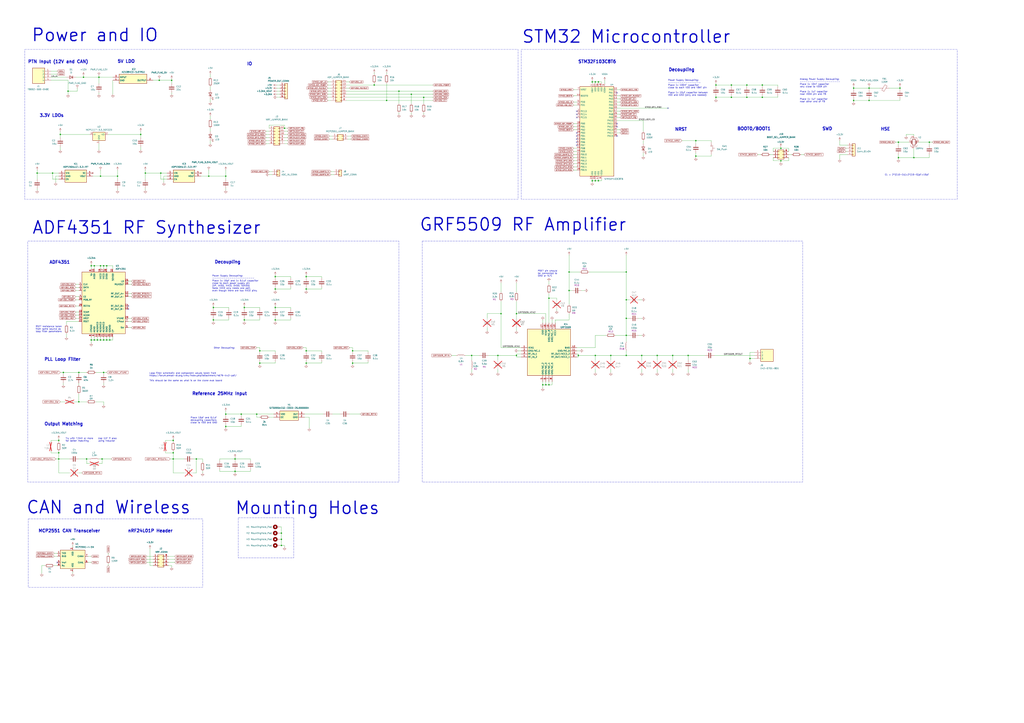
<source format=kicad_sch>
(kicad_sch (version 20231120) (generator "eeschema") (generator_version "8.0")
  (paper "A1")
  (title_block (title "Power Transmitter Node") (rev "1"))
  (junction (at 193.04 387.35))
  (junction (at 185.42 350.52))
  (junction (at 750.57 129.54))
  (junction (at 408.94 292.1))
  (junction (at 474.98 292.1))
  (junction (at 142.24 377.19))
  (junction (at 713.74 82.55))
  (junction (at 80.01 279.4))
  (junction (at 588.01 80.01))
  (junction (at 140.97 66.04))
  (junction (at 763.27 116.84))
  (junction (at 337.82 77.47))
  (junction (at 90.17 279.4))
  (junction (at 83.82 377.19))
  (junction (at 64.77 330.2))
  (junction (at 77.47 218.44))
  (junction (at 231.14 448.31))
  (junction (at 737.87 116.84))
  (junction (at 450.85 245.11))
  (junction (at 387.35 292.1))
  (junction (at 213.36 298.45))
  (junction (at 74.93 279.4))
  (junction (at 30.48 142.24))
  (junction (at 193.04 377.19))
  (junction (at 233.68 105.41))
  (junction (at 626.11 80.01))
  (junction (at 119.38 142.24))
  (junction (at 424.18 257.81))
  (junction (at 251.46 288.29))
  (junction (at 226.06 262.89))
  (junction (at 132.08 142.24))
  (junction (at 600.71 69.85))
  (junction (at 48.26 377.19))
  (junction (at 613.41 69.85))
  (junction (at 552.45 292.1))
  (junction (at 514.35 292.1))
  (junction (at 82.55 144.78))
  (junction (at 424.18 292.1))
  (junction (at 171.45 144.78))
  (junction (at 48.26 361.95))
  (junction (at 161.29 377.19))
  (junction (at 85.09 306.07))
  (junction (at 289.56 298.45))
  (junction (at 142.24 372.11))
  (junction (at 739.14 72.39))
  (junction (at 486.41 148.59))
  (junction (at 231.14 443.23))
  (junction (at 130.81 66.04))
  (junction (at 571.5 128.27))
  (junction (at 539.75 292.1))
  (junction (at 289.56 288.29))
  (junction (at 200.66 252.73))
  (junction (at 501.65 292.1))
  (junction (at 491.49 148.59))
  (junction (at 82.55 279.4))
  (junction (at 514.35 275.59))
  (junction (at 701.04 82.55))
  (junction (at 87.63 218.44))
  (junction (at 467.36 238.76))
  (junction (at 737.87 129.54))
  (junction (at 600.71 80.01))
  (junction (at 486.41 67.31))
  (junction (at 488.95 292.1))
  (junction (at 142.24 361.95))
  (junction (at 226.06 252.73))
  (junction (at 43.18 142.24))
  (junction (at 226.06 227.33))
  (junction (at 701.04 72.39))
  (junction (at 571.5 115.57))
  (junction (at 448.31 316.23))
  (junction (at 347.98 80.01))
  (junction (at 467.36 223.52))
  (junction (at 68.58 63.5))
  (junction (at 450.85 316.23))
  (junction (at 615.95 294.64))
  (junction (at 52.07 306.07))
  (junction (at 514.35 223.52))
  (junction (at 87.63 279.4))
  (junction (at 213.36 288.29))
  (junction (at 185.42 340.36))
  (junction (at 48.26 372.11))
  (junction (at 307.34 69.85))
  (junction (at 198.12 340.36))
  (junction (at 251.46 237.49))
  (junction (at 251.46 227.33))
  (junction (at 251.46 298.45))
  (junction (at 565.15 292.1))
  (junction (at 613.41 80.01))
  (junction (at 491.49 67.31))
  (junction (at 445.77 316.23))
  (junction (at 527.05 292.1))
  (junction (at 85.09 218.44))
  (junction (at 713.74 72.39))
  (junction (at 200.66 262.89))
  (junction (at 175.26 262.89))
  (junction (at 626.11 69.85))
  (junction (at 185.42 144.78))
  (junction (at 488.95 67.31))
  (junction (at 514.35 261.62))
  (junction (at 210.82 340.36))
  (junction (at 64.77 306.07))
  (junction (at 81.28 63.5))
  (junction (at 49.53 110.49))
  (junction (at 175.26 252.73))
  (junction (at 588.01 69.85))
  (junction (at 488.95 148.59))
  (junction (at 115.57 110.49))
  (junction (at 641.35 121.92))
  (junction (at 411.48 257.81))
  (junction (at 71.12 377.19))
  (junction (at 317.5 82.55))
  (junction (at 85.09 279.4))
  (junction (at 82.55 218.44))
  (junction (at 327.66 74.93))
  (junction (at 641.35 132.08))
  (junction (at 77.47 279.4))
  (junction (at 231.14 438.15))
  (junction (at 55.88 74.93))
  (junction (at 226.06 237.49))
  (junction (at 96.52 144.78))
  (junction (at 74.93 218.44))
  (junction (at 514.35 246.38))
  (no_connect (at 506.73 76.2))
  (no_connect (at 473.71 111.76))
  (no_connect (at 105.41 254))
  (no_connect (at 473.71 114.3))
  (no_connect (at 473.71 116.84))
  (no_connect (at 473.71 119.38))
  (no_connect (at 548.64 88.9))
  (no_connect (at 506.73 101.6))
  (no_connect (at 506.73 111.76))
  (no_connect (at 46.99 462.28))
  (no_connect (at 473.71 96.52))
  (no_connect (at 105.41 251.46))
  (no_connect (at 473.71 93.98))
  (no_connect (at 473.71 109.22))
  (no_connect (at 473.71 91.44))
  (no_connect (at 506.73 104.14))
  (wire (pts (xy 565.15 292.1) (xy 552.45 292.1)))
  (wire (pts (xy 85.09 306.07) (xy 87.63 306.07)))
  (wire (pts (xy 448.31 257.81) (xy 448.31 265.43)))
  (wire (pts (xy 445.77 313.69) (xy 445.77 316.23)))
  (wire (pts (xy 506.73 99.06) (xy 528.32 99.06)))
  (wire (pts (xy 488.95 292.1) (xy 488.95 295.91)))
  (wire (pts (xy 453.39 313.69) (xy 453.39 316.23)))
  (wire (pts (xy 193.04 377.19) (xy 193.04 378.46)))
  (wire (pts (xy 509.27 78.74) (xy 506.73 78.74)))
  (wire (pts (xy 474.98 290.83) (xy 474.98 292.1)))
  (wire (pts (xy 68.58 62.23) (xy 68.58 63.5)))
  (wire (pts (xy 457.2 254) (xy 457.2 255.27)))
  (wire (pts (xy 185.42 340.36) (xy 198.12 340.36)))
  (wire (pts (xy 48.26 377.19) (xy 48.26 388.62)))
  (wire (pts (xy 251.46 228.6) (xy 251.46 227.33)))
  (wire (pts (xy 408.94 303.53) (xy 408.94 306.07)))
  (wire (pts (xy 450.85 231.14) (xy 450.85 233.68)))
  (wire (pts (xy 85.09 316.23) (xy 85.09 314.96)))
  (wire (pts (xy 185.42 154.94) (xy 185.42 156.21)))
  (wire (pts (xy 81.28 76.2) (xy 81.28 77.47)))
  (wire (pts (xy 233.68 115.57) (xy 236.22 115.57)))
  (wire (pts (xy 34.29 464.82) (xy 34.29 471.17)))
  (wire (pts (xy 213.36 289.56) (xy 213.36 288.29)))
  (wire (pts (xy 210.82 342.9) (xy 210.82 340.36)))
  (wire (pts (xy 227.33 77.47) (xy 229.87 77.47)))
  (wire (pts (xy 427.99 288.29) (xy 425.45 288.29)))
  (wire (pts (xy 491.49 67.31) (xy 491.49 68.58)))
  (wire (pts (xy 36.83 464.82) (xy 34.29 464.82)))
  (wire (pts (xy 200.66 252.73) (xy 213.36 252.73)))
  (wire (pts (xy 198.12 340.36) (xy 198.12 341.63)))
  (wire (pts (xy 41.91 372.11) (xy 48.26 372.11)))
  (wire (pts (xy 220.98 105.41) (xy 220.98 102.87)))
  (wire (pts (xy 233.68 102.87) (xy 233.68 105.41)))
  (wire (pts (xy 49.53 330.2) (xy 53.34 330.2)))
  (wire (pts (xy 488.95 147.32) (xy 488.95 148.59)))
  (wire (pts (xy 689.61 130.81) (xy 689.61 127)))
  (wire (pts (xy 488.95 275.59) (xy 497.84 275.59)))
  (wire (pts (xy 48.26 388.62) (xy 57.15 388.62)))
  (wire (pts (xy 55.88 74.93) (xy 63.5 74.93)))
  (wire (pts (xy 317.5 59.69) (xy 317.5 60.96)))
  (wire (pts (xy 218.44 107.95) (xy 220.98 107.95)))
  (wire (pts (xy 81.28 63.5) (xy 81.28 68.58)))
  (wire (pts (xy 55.88 77.47) (xy 55.88 74.93)))
  (wire (pts (xy 615.95 294.64) (xy 615.95 297.18)))
  (wire (pts (xy 737.87 116.84) (xy 746.76 116.84)))
  (wire (pts (xy 43.18 147.32) (xy 43.18 142.24)))
  (wire (pts (xy 469.9 238.76) (xy 467.36 238.76)))
  (wire (pts (xy 744.22 110.49) (xy 750.57 110.49)))
  (wire (pts (xy 135.89 361.95) (xy 142.24 361.95)))
  (wire (pts (xy 701.04 72.39) (xy 713.74 72.39)))
  (wire (pts (xy 64.77 388.62) (xy 67.31 388.62)))
  (wire (pts (xy 71.12 381) (xy 71.12 377.19)))
  (wire (pts (xy 506.73 93.98) (xy 509.27 93.98)))
  (wire (pts (xy 200.66 254) (xy 200.66 252.73)))
  (wire (pts (xy 327.66 74.93) (xy 327.66 85.09)))
  (wire (pts (xy 491.49 148.59) (xy 488.95 148.59)))
  (wire (pts (xy 284.48 80.01) (xy 347.98 80.01)))
  (wire (pts (xy 471.17 121.92) (xy 473.71 121.92)))
  (wire (pts (xy 337.82 77.47) (xy 355.6 77.47)))
  (wire (pts (xy 613.41 80.01) (xy 600.71 80.01)))
  (wire (pts (xy 427.99 290.83) (xy 424.18 290.83)))
  (wire (pts (xy 92.71 66.04) (xy 92.71 77.47)))
  (wire (pts (xy 223.52 143.51) (xy 220.98 143.51)))
  (wire (pts (xy 226.06 262.89) (xy 238.76 262.89)))
  (wire (pts (xy 622.3 127) (xy 624.84 127)))
  (wire (pts (xy 501.65 303.53) (xy 501.65 306.07)))
  (wire (pts (xy 514.35 246.38) (xy 516.89 246.38)))
  (wire (pts (xy 737.87 129.54) (xy 750.57 129.54)))
  (wire (pts (xy 120.65 462.28) (xy 125.73 462.28)))
  (wire (pts (xy 270.51 114.3) (xy 273.05 114.3)))
  (wire (pts (xy 450.85 241.3) (xy 450.85 245.11)))
  (wire (pts (xy 701.04 71.12) (xy 701.04 72.39)))
  (wire (pts (xy 172.72 60.96) (xy 172.72 63.5)))
  (wire (pts (xy 142.24 361.95) (xy 142.24 363.22)))
  (wire (pts (xy 52.07 314.96) (xy 52.07 316.23)))
  (wire (pts (xy 289.56 298.45) (xy 302.26 298.45)))
  (wire (pts (xy 763.27 116.84) (xy 765.81 116.84)))
  (wire (pts (xy 62.23 233.68) (xy 64.77 233.68)))
  (wire (pts (xy 119.38 147.32) (xy 119.38 142.24)))
  (wire (pts (xy 87.63 279.4) (xy 90.17 279.4)))
  (wire (pts (xy 514.35 261.62) (xy 514.35 275.59)))
  (wire (pts (xy 90.17 279.4) (xy 92.71 279.4)))
  (wire (pts (xy 76.2 144.78) (xy 82.55 144.78)))
  (wire (pts (xy 134.62 144.78) (xy 134.62 149.86)))
  (wire (pts (xy 139.7 377.19) (xy 142.24 377.19)))
  (wire (pts (xy 87.63 220.98) (xy 87.63 218.44)))
  (wire (pts (xy 210.82 285.75) (xy 213.36 285.75)))
  (wire (pts (xy 251.46 226.06) (xy 251.46 227.33)))
  (wire (pts (xy 62.23 246.38) (xy 64.77 246.38)))
  (wire (pts (xy 200.66 262.89) (xy 200.66 264.16)))
  (wire (pts (xy 347.98 80.01) (xy 347.98 85.09)))
  (wire (pts (xy 226.06 237.49) (xy 226.06 238.76)))
  (wire (pts (xy 474.98 292.1) (xy 474.98 293.37)))
  (wire (pts (xy 172.72 105.41) (xy 172.72 107.95)))
  (wire (pts (xy 49.53 110.49) (xy 49.53 113.03)))
  (wire (pts (xy 488.95 67.31) (xy 491.49 67.31)))
  (wire (pts (xy 200.66 262.89) (xy 213.36 262.89)))
  (wire (pts (xy 411.48 232.41) (xy 411.48 240.03)))
  (wire (pts (xy 480.06 238.76) (xy 477.52 238.76)))
  (wire (pts (xy 647.7 127) (xy 650.24 127)))
  (wire (pts (xy 660.4 127) (xy 657.86 127)))
  (wire (pts (xy 552.45 292.1) (xy 539.75 292.1)))
  (wire (pts (xy 264.16 227.33) (xy 264.16 228.6)))
  (wire (pts (xy 105.41 261.62) (xy 107.95 261.62)))
  (wire (pts (xy 120.65 457.2) (xy 125.73 457.2)))
  (wire (pts (xy 78.74 330.2) (xy 85.09 330.2)))
  (wire (pts (xy 48.26 377.19) (xy 57.15 377.19)))
  (wire (pts (xy 120.65 459.74) (xy 125.73 459.74)))
  (wire (pts (xy 82.55 279.4) (xy 85.09 279.4)))
  (wire (pts (xy 158.75 388.62) (xy 161.29 388.62)))
  (wire (pts (xy 226.06 251.46) (xy 226.06 252.73)))
  (wire (pts (xy 64.77 314.96) (xy 64.77 316.23)))
  (wire (pts (xy 82.55 139.7) (xy 82.55 144.78)))
  (wire (pts (xy 701.04 73.66) (xy 701.04 72.39)))
  (wire (pts (xy 210.82 340.36) (xy 224.79 340.36)))
  (wire (pts (xy 689.61 127) (xy 695.96 127)))
  (wire (pts (xy 739.14 82.55) (xy 739.14 81.28)))
  (wire (pts (xy 233.68 449.58) (xy 233.68 448.31)))
  (wire (pts (xy 251.46 237.49) (xy 264.16 237.49)))
  (wire (pts (xy 90.17 276.86) (xy 90.17 279.4)))
  (wire (pts (xy 491.49 147.32) (xy 491.49 148.59)))
  (wire (pts (xy 193.04 375.92) (xy 193.04 377.19)))
  (wire (pts (xy 289.56 288.29) (xy 302.26 288.29)))
  (wire (pts (xy 166.37 377.19) (xy 161.29 377.19)))
  (wire (pts (xy 166.37 387.35) (xy 166.37 388.62)))
  (wire (pts (xy 48.26 144.78) (xy 45.72 144.78)))
  (wire (pts (xy 408.94 292.1) (xy 424.18 292.1)))
  (wire (pts (xy 382.27 292.1) (xy 387.35 292.1)))
  (wire (pts (xy 82.55 276.86) (xy 82.55 279.4)))
  (wire (pts (xy 198.12 340.36) (xy 210.82 340.36)))
  (wire (pts (xy 483.87 223.52) (xy 514.35 223.52)))
  (wire (pts (xy 80.01 276.86) (xy 80.01 279.4)))
  (wire (pts (xy 400.05 261.62) (xy 400.05 257.81)))
  (wire (pts (xy 713.74 82.55) (xy 739.14 82.55)))
  (wire (pts (xy 200.66 251.46) (xy 200.66 252.73)))
  (wire (pts (xy 77.47 218.44) (xy 74.93 218.44)))
  (wire (pts (xy 81.28 377.19) (xy 83.82 377.19)))
  (wire (pts (xy 411.48 285.75) (xy 427.99 285.75)))
  (wire (pts (xy 105.41 264.16) (xy 107.95 264.16)))
  (wire (pts (xy 187.96 252.73) (xy 187.96 254)))
  (wire (pts (xy 588.01 69.85) (xy 600.71 69.85)))
  (wire (pts (xy 74.93 279.4) (xy 77.47 279.4)))
  (wire (pts (xy 506.73 106.68) (xy 509.27 106.68)))
  (wire (pts (xy 619.76 294.64) (xy 615.95 294.64)))
  (wire (pts (xy 467.36 238.76) (xy 467.36 250.19)))
  (wire (pts (xy 62.23 256.54) (xy 64.77 256.54)))
  (wire (pts (xy 750.57 121.92) (xy 750.57 129.54)))
  (wire (pts (xy 514.35 246.38) (xy 514.35 261.62)))
  (wire (pts (xy 347.98 80.01) (xy 355.6 80.01)))
  (wire (pts (xy 85.09 218.44) (xy 85.09 220.98)))
  (wire (pts (xy 218.44 110.49) (xy 220.98 110.49)))
  (wire (pts (xy 287.02 340.36) (xy 295.91 340.36)))
  (wire (pts (xy 619.76 289.56) (xy 615.95 289.56)))
  (wire (pts (xy 448.31 313.69) (xy 448.31 316.23)))
  (wire (pts (xy 213.36 298.45) (xy 213.36 299.72)))
  (wire (pts (xy 763.27 116.84) (xy 763.27 119.38)))
  (wire (pts (xy 41.91 370.84) (xy 41.91 372.11)))
  (wire (pts (xy 289.56 285.75) (xy 289.56 288.29)))
  (wire (pts (xy 327.66 93.98) (xy 327.66 92.71)))
  (wire (pts (xy 250.19 340.36) (xy 265.43 340.36)))
  (wire (pts (xy 638.81 69.85) (xy 626.11 69.85)))
  (wire (pts (xy 231.14 438.15) (xy 231.14 443.23)))
  (wire (pts (xy 289.56 298.45) (xy 289.56 299.72)))
  (wire (pts (xy 506.73 96.52) (xy 509.27 96.52)))
  (wire (pts (xy 81.28 63.5) (xy 92.71 63.5)))
  (wire (pts (xy 571.5 125.73) (xy 571.5 128.27)))
  (wire (pts (xy 496.57 66.04) (xy 496.57 68.58)))
  (wire (pts (xy 552.45 303.53) (xy 552.45 306.07)))
  (wire (pts (xy 635 129.54) (xy 635 132.08)))
  (wire (pts (xy 140.97 76.2) (xy 140.97 77.47)))
  (wire (pts (xy 43.18 142.24) (xy 48.26 142.24)))
  (wire (pts (xy 119.38 139.7) (xy 119.38 142.24)))
  (wire (pts (xy 626.11 78.74) (xy 626.11 80.01)))
  (wire (pts (xy 527.05 303.53) (xy 527.05 306.07)))
  (wire (pts (xy 527.05 292.1) (xy 527.05 295.91)))
  (wire (pts (xy 471.17 106.68) (xy 473.71 106.68)))
  (wire (pts (xy 471.17 83.82) (xy 473.71 83.82)))
  (wire (pts (xy 273.05 340.36) (xy 279.4 340.36)))
  (wire (pts (xy 737.87 119.38) (xy 737.87 116.84)))
  (wire (pts (xy 641.35 132.08) (xy 647.7 132.08)))
  (wire (pts (xy 560.07 115.57) (xy 571.5 115.57)))
  (wire (pts (xy 175.26 262.89) (xy 187.96 262.89)))
  (wire (pts (xy 87.63 218.44) (xy 85.09 218.44)))
  (wire (pts (xy 471.17 73.66) (xy 473.71 73.66)))
  (wire (pts (xy 516.89 275.59) (xy 514.35 275.59)))
  (wire (pts (xy 739.14 72.39) (xy 739.14 73.66)))
  (wire (pts (xy 408.94 295.91) (xy 408.94 292.1)))
  (wire (pts (xy 641.35 120.65) (xy 641.35 121.92)))
  (wire (pts (xy 44.45 457.2) (xy 46.99 457.2)))
  (wire (pts (xy 52.07 307.34) (xy 52.07 306.07)))
  (wire (pts (xy 284.48 67.31) (xy 287.02 67.31)))
  (wire (pts (xy 72.39 457.2) (xy 74.93 457.2)))
  (wire (pts (xy 701.04 81.28) (xy 701.04 82.55)))
  (wire (pts (xy 735.33 116.84) (xy 737.87 116.84)))
  (wire (pts (xy 85.09 276.86) (xy 85.09 279.4)))
  (wire (pts (xy 137.16 147.32) (xy 132.08 147.32)))
  (wire (pts (xy 713.74 81.28) (xy 713.74 82.55)))
  (wire (pts (xy 387.35 303.53) (xy 387.35 306.07)))
  (wire (pts (xy 638.81 80.01) (xy 626.11 80.01)))
  (wire (pts (xy 135.89 370.84) (xy 135.89 372.11)))
  (wire (pts (xy 471.17 78.74) (xy 473.71 78.74)))
  (wire (pts (xy 135.89 372.11) (xy 142.24 372.11)))
  (wire (pts (xy 505.46 275.59) (xy 514.35 275.59)))
  (wire (pts (xy 138.43 464.82) (xy 140.97 464.82)))
  (wire (pts (xy 180.34 386.08) (xy 180.34 387.35)))
  (wire (pts (xy 448.31 316.23) (xy 450.85 316.23)))
  (wire (pts (xy 226.06 237.49) (xy 238.76 237.49)))
  (wire (pts (xy 613.41 69.85) (xy 600.71 69.85)))
  (wire (pts (xy 457.2 245.11) (xy 457.2 246.38)))
  (wire (pts (xy 471.17 132.08) (xy 473.71 132.08)))
  (wire (pts (xy 501.65 292.1) (xy 501.65 295.91)))
  (wire (pts (xy 115.57 120.65) (xy 115.57 123.19)))
  (wire (pts (xy 467.36 262.89) (xy 455.93 262.89)))
  (wire (pts (xy 64.77 323.85) (xy 64.77 330.2)))
  (wire (pts (xy 142.24 370.84) (xy 142.24 372.11)))
  (wire (pts (xy 750.57 110.49) (xy 750.57 111.76)))
  (wire (pts (xy 626.11 69.85) (xy 626.11 71.12)))
  (wire (pts (xy 172.72 81.28) (xy 172.72 83.82)))
  (wire (pts (xy 48.26 360.68) (xy 48.26 361.95)))
  (wire (pts (xy 251.46 297.18) (xy 251.46 298.45)))
  (wire (pts (xy 175.26 262.89) (xy 175.26 264.16)))
  (wire (pts (xy 62.23 259.08) (xy 64.77 259.08)))
  (wire (pts (xy 238.76 227.33) (xy 238.76 228.6)))
  (wire (pts (xy 471.17 137.16) (xy 473.71 137.16)))
  (wire (pts (xy 476.25 288.29) (xy 473.71 288.29)))
  (wire (pts (xy 105.41 231.14) (xy 107.95 231.14)))
  (wire (pts (xy 226.06 252.73) (xy 238.76 252.73)))
  (wire (pts (xy 588.01 80.01) (xy 588.01 81.28)))
  (wire (pts (xy 284.48 74.93) (xy 327.66 74.93)))
  (wire (pts (xy 506.73 81.28) (xy 509.27 81.28)))
  (wire (pts (xy 49.53 306.07) (xy 52.07 306.07)))
  (wire (pts (xy 125.73 66.04) (xy 130.81 66.04)))
  (wire (pts (xy 739.14 71.12) (xy 739.14 72.39)))
  (wire (pts (xy 471.17 124.46) (xy 473.71 124.46)))
  (wire (pts (xy 185.42 350.52) (xy 198.12 350.52)))
  (wire (pts (xy 140.97 64.77) (xy 140.97 66.04)))
  (wire (pts (xy 486.41 68.58) (xy 486.41 67.31)))
  (wire (pts (xy 488.95 292.1) (xy 501.65 292.1)))
  (wire (pts (xy 74.93 279.4) (xy 74.93 281.94)))
  (wire (pts (xy 72.39 462.28) (xy 74.93 462.28)))
  (wire (pts (xy 62.23 238.76) (xy 64.77 238.76)))
  (wire (pts (xy 172.72 71.12) (xy 172.72 73.66)))
  (wire (pts (xy 488.95 303.53) (xy 488.95 306.07)))
  (wire (pts (xy 269.24 74.93) (xy 271.78 74.93)))
  (wire (pts (xy 92.71 220.98) (xy 92.71 218.44)))
  (wire (pts (xy 226.06 236.22) (xy 226.06 237.49)))
  (wire (pts (xy 220.98 140.97) (xy 223.52 140.97)))
  (wire (pts (xy 467.36 223.52) (xy 476.25 223.52)))
  (wire (pts (xy 64.77 330.2) (xy 71.12 330.2)))
  (wire (pts (xy 613.41 78.74) (xy 613.41 80.01)))
  (wire (pts (xy 233.68 110.49) (xy 236.22 110.49)))
  (wire (pts (xy 175.26 261.62) (xy 175.26 262.89)))
  (wire (pts (xy 105.41 233.68) (xy 107.95 233.68)))
  (wire (pts (xy 471.17 104.14) (xy 473.71 104.14)))
  (wire (pts (xy 226.06 262.89) (xy 226.06 264.16)))
  (wire (pts (xy 424.18 292.1) (xy 424.18 293.37)))
  (wire (pts (xy 571.5 128.27) (xy 584.2 128.27)))
  (wire (pts (xy 514.35 209.55) (xy 514.35 223.52)))
  (wire (pts (xy 251.46 298.45) (xy 251.46 299.72)))
  (wire (pts (xy 514.35 223.52) (xy 514.35 246.38)))
  (wire (pts (xy 205.74 387.35) (xy 205.74 386.08)))
  (wire (pts (xy 506.73 73.66) (xy 509.27 73.66)))
  (wire (pts (xy 400.05 257.81) (xy 411.48 257.81)))
  (wire (pts (xy 287.02 285.75) (xy 289.56 285.75)))
  (wire (pts (xy 142.24 360.68) (xy 142.24 361.95)))
  (wire (pts (xy 233.68 118.11) (xy 236.22 118.11)))
  (wire (pts (xy 641.35 132.08) (xy 641.35 133.35)))
  (wire (pts (xy 175.26 251.46) (xy 175.26 252.73)))
  (wire (pts (xy 600.71 78.74) (xy 600.71 80.01)))
  (wire (pts (xy 193.04 377.19) (xy 205.74 377.19)))
  (wire (pts (xy 387.35 292.1) (xy 393.7 292.1)))
  (wire (pts (xy 238.76 261.62) (xy 238.76 262.89)))
  (wire (pts (xy 187.96 261.62) (xy 187.96 262.89)))
  (wire (pts (xy 264.16 236.22) (xy 264.16 237.49)))
  (wire (pts (xy 193.04 386.08) (xy 193.04 387.35)))
  (wire (pts (xy 80.01 279.4) (xy 82.55 279.4)))
  (wire (pts (xy 213.36 288.29) (xy 226.06 288.29)))
  (wire (pts (xy 586.74 292.1) (xy 619.76 292.1)))
  (wire (pts (xy 226.06 254) (xy 226.06 252.73)))
  (wire (pts (xy 471.17 127) (xy 473.71 127)))
  (wire (pts (xy 218.44 113.03) (xy 220.98 113.03)))
  (wire (pts (xy 73.66 381) (xy 71.12 381)))
  (wire (pts (xy 81.28 62.23) (xy 81.28 63.5)))
  (wire (pts (xy 638.81 71.12) (xy 638.81 69.85)))
  (wire (pts (xy 81.28 381) (xy 83.82 381)))
  (wire (pts (xy 45.72 144.78) (xy 45.72 149.86)))
  (wire (pts (xy 445.77 316.23) (xy 448.31 316.23)))
  (wire (pts (xy 285.75 111.76) (xy 288.29 111.76)))
  (wire (pts (xy 473.71 290.83) (xy 474.98 290.83)))
  (wire (pts (xy 64.77 307.34) (xy 64.77 306.07)))
  (wire (pts (xy 641.35 121.92) (xy 647.7 121.92)))
  (wire (pts (xy 494.03 67.31) (xy 494.03 68.58)))
  (wire (pts (xy 501.65 292.1) (xy 514.35 292.1)))
  (wire (pts (xy 251.46 289.56) (xy 251.46 288.29)))
  (wire (pts (xy 600.71 69.85) (xy 600.71 71.12)))
  (wire (pts (xy 506.73 88.9) (xy 548.64 88.9)))
  (wire (pts (xy 161.29 377.19) (xy 161.29 388.62)))
  (wire (pts (xy 453.39 262.89) (xy 453.39 265.43)))
  (wire (pts (xy 41.91 60.96) (xy 46.99 60.96)))
  (wire (pts (xy 251.46 285.75) (xy 251.46 288.29)))
  (wire (pts (xy 528.32 99.06) (xy 528.32 107.95)))
  (wire (pts (xy 539.75 292.1) (xy 539.75 295.91)))
  (wire (pts (xy 119.38 154.94) (xy 119.38 156.21)))
  (wire (pts (xy 55.88 66.04) (xy 55.88 74.93)))
  (wire (pts (xy 701.04 82.55) (xy 713.74 82.55)))
  (wire (pts (xy 307.34 68.58) (xy 307.34 69.85)))
  (wire (pts (xy 48.26 361.95) (xy 48.26 363.22)))
  (wire (pts (xy 486.41 66.04) (xy 486.41 67.31)))
  (wire (pts (xy 213.36 342.9) (xy 210.82 342.9)))
  (wire (pts (xy 41.91 58.42) (xy 46.99 58.42)))
  (wire (pts (xy 105.41 269.24) (xy 107.95 269.24)))
  (wire (pts (xy 552.45 292.1) (xy 552.45 295.91)))
  (wire (pts (xy 486.41 147.32) (xy 486.41 148.59)))
  (wire (pts (xy 227.33 69.85) (xy 229.87 69.85)))
  (wire (pts (xy 166.37 379.73) (xy 166.37 377.19)))
  (wire (pts (xy 48.26 147.32) (xy 43.18 147.32)))
  (wire (pts (xy 713.74 71.12) (xy 713.74 72.39)))
  (wire (pts (xy 218.44 115.57) (xy 220.98 115.57)))
  (wire (pts (xy 82.55 218.44) (xy 85.09 218.44)))
  (wire (pts (xy 370.84 292.1) (xy 374.65 292.1)))
  (wire (pts (xy 411.48 247.65) (xy 411.48 257.81)))
  (wire (pts (xy 647.7 121.92) (xy 647.7 124.46)))
  (wire (pts (xy 254 342.9) (xy 254 351.79)))
  (wire (pts (xy 471.17 129.54) (xy 473.71 129.54)))
  (wire (pts (xy 30.48 142.24) (xy 43.18 142.24)))
  (wire (pts (xy 198.12 349.25) (xy 198.12 350.52)))
  (wire (pts (xy 231.14 433.07) (xy 231.14 438.15)))
  (wire (pts (xy 584.2 115.57) (xy 571.5 115.57)))
  (wire (pts (xy 584.2 116.84) (xy 584.2 115.57)))
  (wire (pts (xy 713.74 72.39) (xy 713.74 73.66)))
  (wire (pts (xy 226.06 297.18) (xy 226.06 298.45)))
  (wire (pts (xy 694.69 124.46) (xy 695.96 124.46)))
  (wire (pts (xy 74.93 276.86) (xy 74.93 279.4)))
  (wire (pts (xy 213.36 285.75) (xy 213.36 288.29)))
  (wire (pts (xy 763.27 129.54) (xy 763.27 127)))
  (wire (pts (xy 337.82 77.47) (xy 337.82 85.09)))
  (wire (pts (xy 754.38 116.84) (xy 763.27 116.84)))
  (wire (pts (xy 689.61 115.57) (xy 689.61 119.38)))
  (wire (pts (xy 81.28 118.11) (xy 81.28 123.19)))
  (wire (pts (xy 347.98 93.98) (xy 347.98 92.71)))
  (wire (pts (xy 613.41 69.85) (xy 613.41 71.12)))
  (wire (pts (xy 49.53 107.95) (xy 49.53 110.49)))
  (wire (pts (xy 135.89 363.22) (xy 135.89 361.95)))
  (wire (pts (xy 615.95 289.56) (xy 615.95 294.64)))
  (wire (pts (xy 64.77 264.16) (xy 54.61 264.16)))
  (wire (pts (xy 231.14 443.23) (xy 231.14 448.31)))
  (wire (pts (xy 269.24 80.01) (xy 271.78 80.01)))
  (wire (pts (xy 494.03 147.32) (xy 494.03 148.59)))
  (wire (pts (xy 238.76 252.73) (xy 238.76 254)))
  (wire (pts (xy 274.32 143.51) (xy 271.78 143.51)))
  (wire (pts (xy 424.18 257.81) (xy 448.31 257.81)))
  (wire (pts (xy 424.18 247.65) (xy 424.18 257.81)))
  (wire (pts (xy 713.74 72.39) (xy 722.63 72.39)))
  (wire (pts (xy 238.76 236.22) (xy 238.76 237.49)))
  (wire (pts (xy 213.36 297.18) (xy 213.36 298.45)))
  (wire (pts (xy 220.98 102.87) (xy 233.68 102.87)))
  (wire (pts (xy 488.95 285.75) (xy 488.95 275.59)))
  (wire (pts (xy 647.7 129.54) (xy 647.7 132.08)))
  (wire (pts (xy 269.24 82.55) (xy 271.78 82.55)))
  (wire (pts (xy 248.92 285.75) (xy 251.46 285.75)))
  (wire (pts (xy 588.01 80.01) (xy 600.71 80.01)))
  (wire (pts (xy 635 124.46) (xy 635 121.92)))
  (wire (pts (xy 172.72 95.25) (xy 172.72 97.79)))
  (wire (pts (xy 450.85 245.11) (xy 450.85 265.43)))
  (wire (pts (xy 565.15 303.53) (xy 565.15 306.07)))
  (wire (pts (xy 638.81 78.74) (xy 638.81 80.01)))
  (wire (pts (xy 450.85 245.11) (xy 457.2 245.11)))
  (wire (pts (xy 635 132.08) (xy 641.35 132.08)))
  (wire (pts (xy 284.48 82.55) (xy 317.5 82.55)))
  (wire (pts (xy 251.46 227.33) (xy 264.16 227.33)))
  (wire (pts (xy 123.19 464.82) (xy 125.73 464.82)))
  (wire (pts (xy 87.63 276.86) (xy 87.63 279.4)))
  (wire (pts (xy 471.17 86.36) (xy 473.71 86.36)))
  (wire (pts (xy 571.5 128.27) (xy 571.5 129.54)))
  (wire (pts (xy 401.32 292.1) (xy 408.94 292.1)))
  (wire (pts (xy 506.73 109.22) (xy 509.27 109.22)))
  (wire (pts (xy 96.52 144.78) (xy 96.52 147.32)))
  (wire (pts (xy 588.01 71.12) (xy 588.01 69.85)))
  (wire (pts (xy 185.42 350.52) (xy 185.42 351.79)))
  (wire (pts (xy 269.24 69.85) (xy 271.78 69.85)))
  (wire (pts (xy 227.33 74.93) (xy 229.87 74.93)))
  (wire (pts (xy 626.11 69.85) (xy 613.41 69.85)))
  (wire (pts (xy 119.38 142.24) (xy 132.08 142.24)))
  (wire (pts (xy 138.43 462.28) (xy 143.51 462.28)))
  (wire (pts (xy 105.41 241.3) (xy 107.95 241.3)))
  (wire (pts (xy 88.9 110.49) (xy 115.57 110.49)))
  (wire (pts (xy 85.09 330.2) (xy 85.09 332.74)))
  (wire (pts (xy 193.04 387.35) (xy 205.74 387.35)))
  (wire (pts (xy 88.9 454.66) (xy 88.9 455.93)))
  (wire (pts (xy 506.73 83.82) (xy 509.27 83.82)))
  (wire (pts (xy 48.26 372.11) (xy 48.26 377.19)))
  (wire (pts (xy 474.98 292.1) (xy 488.95 292.1)))
  (wire (pts (xy 218.44 118.11) (xy 220.98 118.11)))
  (wire (pts (xy 77.47 279.4) (xy 80.01 279.4)))
  (wire (pts (xy 539.75 292.1) (xy 527.05 292.1)))
  (wire (pts (xy 229.87 433.07) (xy 231.14 433.07)))
  (wire (pts (xy 730.25 72.39) (xy 739.14 72.39)))
  (wire (pts (xy 233.68 107.95) (xy 236.22 107.95)))
  (wire (pts (xy 85.09 306.07) (xy 85.09 307.34)))
  (wire (pts (xy 63.5 74.93) (xy 63.5 72.39)))
  (wire (pts (xy 411.48 257.81) (xy 411.48 285.75)))
  (wire (pts (xy 30.48 154.94) (xy 30.48 156.21)))
  (wire (pts (xy 220.98 342.9) (xy 224.79 342.9)))
  (wire (pts (xy 59.69 471.17) (xy 59.69 469.9)))
  (wire (pts (xy 172.72 115.57) (xy 172.72 118.11)))
  (wire (pts (xy 445.77 262.89) (xy 445.77 265.43)))
  (wire (pts (xy 588.01 68.58) (xy 588.01 69.85)))
  (wire (pts (xy 213.36 252.73) (xy 213.36 254)))
  (wire (pts (xy 180.34 377.19) (xy 193.04 377.19)))
  (wire (pts (xy 271.78 67.31) (xy 269.24 67.31)))
  (wire (pts (xy 130.81 64.77) (xy 130.81 66.04)))
  (wire (pts (xy 229.87 438.15) (xy 231.14 438.15)))
  (wire (pts (xy 132.08 142.24) (xy 137.16 142.24)))
  (wire (pts (xy 284.48 77.47) (xy 337.82 77.47)))
  (wire (pts (xy 626.11 80.01) (xy 613.41 80.01)))
  (wire (pts (xy 264.16 297.18) (xy 264.16 298.45)))
  (wire (pts (xy 450.85 313.69) (xy 450.85 316.23)))
  (wire (pts (xy 233.68 105.41) (xy 236.22 105.41)))
  (wire (pts (xy 270.51 111.76) (xy 273.05 111.76)))
  (wire (pts (xy 226.06 288.29) (xy 226.06 289.56)))
  (wire (pts (xy 701.04 82.55) (xy 701.04 83.82)))
  (wire (pts (xy 158.75 377.19) (xy 161.29 377.19)))
  (wire (pts (xy 506.73 91.44) (xy 509.27 91.44)))
  (wire (pts (xy 528.32 115.57) (xy 528.32 118.11)))
  (wire (pts (xy 424.18 290.83) (xy 424.18 292.1)))
  (wire (pts (xy 233.68 448.31) (xy 231.14 448.31)))
  (wire (pts (xy 307.34 59.69) (xy 307.34 60.96)))
  (wire (pts (xy 227.33 72.39) (xy 229.87 72.39)))
  (wire (pts (xy 142.24 377.19) (xy 151.13 377.19)))
  (wire (pts (xy 142.24 388.62) (xy 151.13 388.62)))
  (wire (pts (xy 45.72 377.19) (xy 48.26 377.19)))
  (wire (pts (xy 327.66 74.93) (xy 355.6 74.93)))
  (wire (pts (xy 62.23 236.22) (xy 64.77 236.22)))
  (wire (pts (xy 175.26 254) (xy 175.26 252.73)))
  (wire (pts (xy 584.2 128.27) (xy 584.2 127)))
  (wire (pts (xy 62.23 261.62) (xy 64.77 261.62)))
  (wire (pts (xy 471.17 139.7) (xy 473.71 139.7)))
  (wire (pts (xy 524.51 275.59) (xy 527.05 275.59)))
  (wire (pts (xy 138.43 457.2) (xy 143.51 457.2)))
  (wire (pts (xy 744.22 110.49) (xy 744.22 111.76)))
  (wire (pts (xy 142.24 377.19) (xy 142.24 388.62)))
  (wire (pts (xy 62.23 251.46) (xy 64.77 251.46)))
  (wire (pts (xy 71.12 377.19) (xy 73.66 377.19)))
  (wire (pts (xy 284.48 72.39) (xy 287.02 72.39)))
  (wire (pts (xy 73.66 110.49) (xy 49.53 110.49)))
  (wire (pts (xy 115.57 110.49) (xy 115.57 113.03)))
  (wire (pts (xy 185.42 139.7) (xy 185.42 144.78)))
  (wire (pts (xy 138.43 459.74) (xy 143.51 459.74)))
  (wire (pts (xy 213.36 261.62) (xy 213.36 262.89)))
  (wire (pts (xy 105.41 243.84) (xy 107.95 243.84)))
  (wire (pts (xy 44.45 454.66) (xy 46.99 454.66)))
  (wire (pts (xy 269.24 77.47) (xy 271.78 77.47)))
  (wire (pts (xy 488.95 148.59) (xy 486.41 148.59)))
  (wire (pts (xy 471.17 101.6) (xy 473.71 101.6)))
  (wire (pts (xy 689.61 119.38) (xy 695.96 119.38)))
  (wire (pts (xy 264.16 288.29) (xy 264.16 289.56)))
  (wire (pts (xy 41.91 361.95) (xy 48.26 361.95)))
  (wire (pts (xy 41.91 363.22) (xy 41.91 361.95)))
  (wire (pts (xy 175.26 252.73) (xy 187.96 252.73)))
  (wire (pts (xy 694.69 121.92) (xy 695.96 121.92)))
  (wire (pts (xy 506.73 86.36) (xy 509.27 86.36)))
  (wire (pts (xy 424.18 269.24) (xy 424.18 271.78)))
  (wire (pts (xy 307.34 69.85) (xy 284.48 69.85)))
  (wire (pts (xy 59.69 448.31) (xy 59.69 449.58)))
  (wire (pts (xy 226.06 226.06) (xy 226.06 227.33)))
  (wire (pts (xy 142.24 372.11) (xy 142.24 377.19)))
  (wire (pts (xy 226.06 261.62) (xy 226.06 262.89)))
  (wire (pts (xy 317.5 82.55) (xy 355.6 82.55)))
  (wire (pts (xy 632.46 127) (xy 635 127)))
  (wire (pts (xy 123.19 450.85) (xy 123.19 464.82)))
  (wire (pts (xy 514.35 288.29) (xy 514.35 292.1)))
  (wire (pts (xy 528.32 125.73) (xy 528.32 128.27)))
  (wire (pts (xy 494.03 148.59) (xy 491.49 148.59)))
  (wire (pts (xy 193.04 387.35) (xy 193.04 388.62)))
  (wire (pts (xy 165.1 144.78) (xy 171.45 144.78)))
  (wire (pts (xy 82.55 218.44) (xy 77.47 218.44)))
  (wire (pts (xy 44.45 464.82) (xy 46.99 464.82)))
  (wire (pts (xy 226.06 228.6) (xy 226.06 227.33)))
  (wire (pts (xy 132.08 147.32) (xy 132.08 142.24)))
  (wire (pts (xy 30.48 147.32) (xy 30.48 142.24)))
  (wire (pts (xy 30.48 139.7) (xy 30.48 142.24)))
  (wire (pts (xy 77.47 220.98) (xy 77.47 218.44)))
  (wire (pts (xy 251.46 237.49) (xy 251.46 238.76)))
  (wire (pts (xy 115.57 107.95) (xy 115.57 110.49)))
  (wire (pts (xy 49.53 120.65) (xy 49.53 123.19)))
  (wire (pts (xy 424.18 261.62) (xy 424.18 257.81)))
  (wire (pts (xy 285.75 114.3) (xy 288.29 114.3)))
  (wire (pts (xy 514.35 261.62) (xy 516.89 261.62)))
  (wire (pts (xy 205.74 377.19) (xy 205.74 378.46)))
  (wire (pts (xy 473.71 285.75) (xy 488.95 285.75)))
  (wire (pts (xy 251.46 288.29) (xy 264.16 288.29)))
  (wire (pts (xy 52.07 306.07) (xy 64.77 306.07)))
  (wire (pts (xy 467.36 209.55) (xy 467.36 223.52)))
  (wire (pts (xy 185.42 337.82) (xy 185.42 340.36)))
  (wire (pts (xy 271.78 72.39) (xy 269.24 72.39)))
  (wire (pts (xy 68.58 63.5) (xy 81.28 63.5)))
  (wire (pts (xy 229.87 448.31) (xy 231.14 448.31)))
  (wire (pts (xy 471.17 134.62) (xy 473.71 134.62)))
  (wire (pts (xy 200.66 261.62) (xy 200.66 262.89)))
  (wire (pts (xy 467.36 262.89) (xy 467.36 257.81)))
  (wire (pts (xy 185.42 144.78) (xy 185.42 147.32)))
  (wire (pts (xy 302.26 297.18) (xy 302.26 298.45)))
  (wire (pts (xy 227.33 80.01) (xy 229.87 80.01)))
  (wire (pts (xy 251.46 236.22) (xy 251.46 237.49)))
  (wire (pts (xy 486.41 148.59) (xy 486.41 149.86)))
  (wire (pts (xy 588.01 78.74) (xy 588.01 80.01)))
  (wire (pts (xy 488.95 67.31) (xy 488.95 68.58)))
  (wire (pts (xy 180.34 378.46) (xy 180.34 377.19)))
  (wire (pts (xy 74.93 217.17) (xy 74.93 218.44)))
  (wire (pts (xy 64.77 306.07) (xy 71.12 306.07)))
  (wire (pts (xy 565.15 292.1) (xy 579.12 292.1)))
  (wire (pts (xy 96.52 139.7) (xy 96.52 144.78)))
  (wire (pts (xy 77.47 276.86) (xy 77.47 279.4)))
  (wire (pts (xy 307.34 69.85) (xy 355.6 69.85)))
  (wire (pts (xy 48.26 370.84) (xy 48.26 372.11)))
  (wire (pts (xy 64.77 377.19) (xy 71.12 377.19)))
  (wire (pts (xy 400.05 269.24) (xy 400.05 271.78)))
  (wire (pts (xy 140.97 464.82) (xy 140.97 466.09)))
  (wire (pts (xy 445.77 316.23) (xy 445.77 318.77)))
  (wire (pts (xy 226.06 227.33) (xy 238.76 227.33)))
  (wire (pts (xy 514.35 275.59) (xy 514.35 280.67)))
  (wire (pts (xy 387.35 292.1) (xy 387.35 295.91)))
  (wire (pts (xy 289.56 297.18) (xy 289.56 298.45)))
  (wire (pts (xy 83.82 381) (xy 83.82 377.19)))
  (wire (pts (xy 289.56 289.56) (xy 289.56 288.29)))
  (wire (pts (xy 180.34 387.35) (xy 193.04 387.35)))
  (wire (pts (xy 473.71 293.37) (xy 474.98 293.37)))
  (wire (pts (xy 85.09 279.4) (xy 87.63 279.4)))
  (wire (pts (xy 424.18 232.41) (xy 424.18 240.03)))
  (wire (pts (xy 233.68 113.03) (xy 236.22 113.03)))
  (wire (pts (xy 251.46 298.45) (xy 264.16 298.45)))
  (wire (pts (xy 62.23 63.5) (xy 68.58 63.5)))
  (wire (pts (xy 424.18 293.37) (xy 427.99 293.37)))
  (wire (pts (xy 130.81 66.04) (xy 140.97 66.04)))
  (wire (pts (xy 137.16 144.78) (xy 134.62 144.78)))
  (wire (pts (xy 88.9 463.55) (xy 88.9 464.82)))
  (wire (pts (xy 92.71 218.44) (xy 87.63 218.44)))
  (wire (pts (xy 185.42 340.36) (xy 185.42 341.63)))
  (wire (pts (xy 62.23 243.84) (xy 64.77 243.84)))
  (wire (pts (xy 565.15 292.1) (xy 565.15 295.91)))
  (wire (pts (xy 467.36 223.52) (xy 467.36 238.76)))
  (wire (pts (xy 78.74 306.07) (xy 85.09 306.07)))
  (wire (pts (xy 83.82 377.19) (xy 91.44 377.19)))
  (wire (pts (xy 140.97 66.04) (xy 140.97 68.58)))
  (wire (pts (xy 213.36 298.45) (xy 226.06 298.45)))
  (wire (pts (xy 171.45 144.78) (xy 185.42 144.78)))
  (wire (pts (xy 737.87 130.81) (xy 737.87 129.54)))
  (wire (pts (xy 486.41 67.31) (xy 488.95 67.31)))
  (wire (pts (xy 524.51 246.38) (xy 527.05 246.38)))
  (wire (pts (xy 455.93 262.89) (xy 455.93 265.43)))
  (wire (pts (xy 41.91 63.5) (xy 54.61 63.5)))
  (wire (pts (xy 250.19 342.9) (xy 254 342.9)))
  (wire (pts (xy 337.82 93.98) (xy 337.82 92.71)))
  (wire (pts (xy 171.45 139.7) (xy 171.45 144.78)))
  (wire (pts (xy 635 121.92) (xy 641.35 121.92)))
  (wire (pts (xy 82.55 144.78) (xy 96.52 144.78)))
  (wire (pts (xy 54.61 274.32) (xy 54.61 276.86)))
  (wire (pts (xy 571.5 115.57) (xy 571.5 118.11)))
  (wire (pts (xy 491.49 67.31) (xy 494.03 67.31)))
  (wire (pts (xy 82.55 220.98) (xy 82.55 218.44)))
  (wire (pts (xy 74.93 218.44) (xy 74.93 220.98)))
  (wire (pts (xy 271.78 140.97) (xy 274.32 140.97)))
  (wire (pts (xy 737.87 127) (xy 737.87 129.54)))
  (wire (pts (xy 750.57 129.54) (xy 763.27 129.54)))
  (wire (pts (xy 514.35 292.1) (xy 527.05 292.1)))
  (wire (pts (xy 302.26 288.29) (xy 302.26 289.56)))
  (wire (pts (xy 60.96 330.2) (xy 64.77 330.2)))
  (wire (pts (xy 317.5 68.58) (xy 317.5 82.55)))
  (wire (pts (xy 450.85 316.23) (xy 453.39 316.23)))
  (wire (pts (xy 539.75 303.53) (xy 539.75 306.07)))
  (wire (pts (xy 96.52 154.94) (xy 96.52 156.21)))
  (wire (pts (xy 92.71 279.4) (xy 92.71 276.86)))
  (wire (pts (xy 41.91 66.04) (xy 55.88 66.04)))
  (wire (pts (xy 185.42 349.25) (xy 185.42 350.52)))
  (wire (pts (xy 524.51 261.62) (xy 527.05 261.62)))
  (wire (pts (xy 54.61 264.16) (xy 54.61 266.7)))
  (wire (pts (xy 229.87 443.23) (xy 231.14 443.23)))
  (rectangle (start 427.99 40.64) (end 786.13 163.83) (stroke (width 0) (type dash)))
  (rectangle (start 22.86 198.12) (end 327.66 396.24) (stroke (width 0) (type dash)))
  (rectangle (start 346.71 198.12) (end 659.13 396.24) (stroke (width 0) (type dash)))
  (rectangle (start 23.114 426.466) (end 166.37 482.6) (stroke (width 0) (type dash)))
  (rectangle (start 20.32 40.64) (end 425.45 163.83) (stroke (width 0) (type dash)))
  (rectangle (start 195.58 425.45) (end 241.3 458.47) (stroke (width 0) (type dash)))
  (text "BOOT0/BOOT1" (at 619.252 105.918 0) (effects (font (size 2.54 2.54) (thickness 0.508) (bold yes))))
  (text "HSE" (at 727.202 106.172 0) (effects (font (size 2.54 2.54) (thickness 0.508) (bold yes))))
  (text "Mounting Holes" (at 192.786 417.576 0) (effects (font (size 10.16 10.16) (thickness 1.016) (bold yes)) (justify left)))
  (text "PDET pin should \nbe connected to \nGND or N/C" (at 441.706 224.79 0) (effects (font (size 1.27 1.27)) (justify left)))
  (text "NRST" (at 559.308 106.426 0) (effects (font (size 2.54 2.54) (thickness 0.508) (bold yes))))
  (text "ADF4351" (at 49.022 215.646 0) (effects (font (size 2.54 2.54) (thickness 0.508) (bold yes))))
  (text "Decoupling" (at 186.944 215.392 0) (effects (font (size 2.54 2.54) (thickness 0.508) (bold yes))))
  (text "CAN and Wireless" (at 89.154 417.068 0) (effects (font (size 10.16 10.16) (thickness 1.016) (bold yes))))
  (text "Power and IO" (at 77.978 28.956 0) (effects (font (size 10.16 10.16) (thickness 1.016) (bold yes))))
  (text "Other Decoupling:" (at 184.15 286.004 0) (effects (font (size 1.27 1.27))))
  (text "ADF4351 RF Synthesizer" (at 120.396 187.198 0) (effects (font (size 10.16 10.16) (thickness 1.016) (bold yes))))
  (text "MCP2551 CAN Transceiver" (at 56.896 436.372 0) (effects (font (size 2.54 2.54) (thickness 0.508) (bold yes))))
  (text "CL = 2*(CL0-Cs)=2*(10-5)pF=10pF" (at 726.694 143.764 0) (effects (font (size 1.27 1.27)) (justify left)))
  (text "Try with 7.5nH or more\nfor better matching" (at 53.848 361.442 0) (effects (font (size 1.27 1.27)) (justify left)))
  (text "Power Supply Decoupling:\n-----------------\nPlace 1x 100nF capacitor\nclose to each VDD and VBAT pin\n\nPlace 1x 10uF capacitor between\nVDD and GND (only one needed)" (at 548.64 72.136 0) (effects (font (size 1.27 1.27)) (justify left)))
  (text "GRF5509 RF Amplifier" (at 429.514 184.658 0) (effects (font (size 10.16 10.16) (thickness 1.016) (bold yes))))
  (text "3.3V LDOs" (at 42.418 94.996 0) (effects (font (size 2.54 2.54) (thickness 0.508) (bold yes))))
  (text "PTN Input (12V and CAN)" (at 47.752 50.8 0) (effects (font (size 2.54 2.54) (thickness 0.508) (bold yes))))
  (text "Analog Power Supply Decoupling:\n---------------------\nPlace 1x 10nF capacitor\nvery close to VDDA pin\n\nPlace 1x 1uF capacitor\nnear VDDA pin and FB\n\nPlace 1x 1uF capacitor\nnear other end of FB" (at 656.844 74.422 0) (effects (font (size 1.27 1.27)) (justify left)))
  (text "Place 10pF and 0.1uF \ndecoupling capacitors \nclose to VDD and GND " (at 156.464 345.44 0) (effects (font (size 1.27 1.27)) (justify left)))
  (text "Use 1nF if also\nusing inductor" (at 80.518 361.442 0) (effects (font (size 1.27 1.27)) (justify left)))
  (text "PLL Loop Filter" (at 51.308 295.402 0) (effects (font (size 2.54 2.54) (thickness 0.508) (bold yes))))
  (text "RSET resistance taken\nfrom same source as \nloop filter parameters" (at 29.21 270.51 0) (effects (font (size 1.27 1.27)) (justify left)))
  (text "Decoupling" (at 559.816 57.404 0) (effects (font (size 2.54 2.54) (thickness 0.508) (bold yes))))
  (text "IO" (at 204.978 52.578 0) (effects (font (size 2.54 2.54) (thickness 0.508) (bold yes))))
  (text "Power Supply Decoupling:\n----------------------\nPlace 1x 10pF and 1x 0.1uF capacitor\nclose to each power supply pin\n(VP, AVDD, VVCO, DVDD, SDVDD)\nNote: VVCO only needs one pair,\neven though there are two VVCO pins." (at 174.244 232.918 0) (effects (font (size 1.27 1.27)) (justify left)))
  (text "STM32 Microcontroller" (at 514.35 30.226 0) (effects (font (size 10.16 10.16) (thickness 1.016) (bold yes))))
  (text "nRF24L01P Header" (at 123.444 436.372 0) (effects (font (size 2.54 2.54) (thickness 0.508) (bold yes))))
  (text "Reference 25MHz Input" (at 180.34 323.596 0) (effects (font (size 2.54 2.54) (thickness 0.508) (bold yes))))
  (text "Output Matching" (at 52.324 348.488 0) (effects (font (size 2.54 2.54) (thickness 0.508) (bold yes))))
  (text "5V LDO" (at 103.632 50.546 0) (effects (font (size 2.54 2.54) (thickness 0.508) (bold yes))))
  (text "Loop filter schematic and component values taken from\nhttps://forum.amsat-dl.org/cms/index.php?attachment/4679-trv2-pdf/\n\nThis should be the same as what is on the clone eval board" (at 122.682 309.88 0) (effects (font (size 1.27 1.27)) (justify left)))
  (text "STM32F103C8T6" (at 490.474 50.8 0) (effects (font (size 2.54 2.54) (thickness 0.508) (bold yes))))
  (text "SWD" (at 679.45 105.918 0) (effects (font (size 2.54 2.54) (thickness 0.508) (bold yes))))
  (label "STM32_USER_LED" (at 524.51 99.06 0) (effects (font (size 1.016 1.016))))
  (label "STM32_SPI1_MISO" (at 529.59 88.9 0) (effects (font (size 1.016 1.016))))
  (label "12V_IN" (at 41.91 63.5 0) (effects (font (size 1.016 1.016))))
  (label "GRF5509_VEN1" (at 412.75 285.75 0))
  (label "GRF5509_VEN2" (at 425.45 257.81 0))
  (label "GRF5509_RFOUT" (at 594.36 292.1 0))
  (global_label "STM32_BOOT1" (shape input) (at 660.4 127 0) (property "Intersheetrefs" "${INTERSHEET_REFS}" (effects (hide yes))))
  (global_label "ADF4351_REFIN" (shape input) (at 295.91 340.36 0) (effects (font (size 1.016 1.016))) (property "Intersheetrefs" "${INTERSHEET_REFS}" (effects (hide yes))))
  (global_label "ADF4351_PDBRF" (shape input) (at 62.23 246.38 180) (effects (font (size 1.016 1.016))) (property "Intersheetrefs" "${INTERSHEET_REFS}" (effects (hide yes))))
  (global_label "STM32_ADF_PDBRF" (shape input) (at 269.24 69.85 180) (effects (font (size 1.016 1.016))) (property "Intersheetrefs" "${INTERSHEET_REFS}" (effects (hide yes))))
  (global_label "STM32_HSE_OUT" (shape input) (at 765.81 116.84 0) (effects (font (size 1.016 1.016))) (property "Intersheetrefs" "${INTERSHEET_REFS}" (effects (hide yes))))
  (global_label "ADF4351_RFOUTA-" (shape input) (at 107.95 243.84 0) (effects (font (size 1.016 1.016))) (property "Intersheetrefs" "${INTERSHEET_REFS}" (effects (hide yes))))
  (global_label "STM32_SPI2_MOSI" (shape input) (at 471.17 139.7 180) (effects (font (size 1.016 1.016))) (property "Intersheetrefs" "${INTERSHEET_REFS}" (effects (hide yes))))
  (global_label "ADF4351_CPOUT" (shape input) (at 107.95 264.16 0) (effects (font (size 1.016 1.016))) (property "Intersheetrefs" "${INTERSHEET_REFS}" (effects (hide yes))))
  (global_label "STM32_SPI2_SCK" (shape input) (at 471.17 134.62 180) (effects (font (size 1.016 1.016))) (property "Intersheetrefs" "${INTERSHEET_REFS}" (effects (hide yes))))
  (global_label "ADF4351_SSN" (shape input) (at 62.23 238.76 180) (effects (font (size 1.016 1.016))) (property "Intersheetrefs" "${INTERSHEET_REFS}" (effects (hide yes))))
  (global_label "ADF4351_LD" (shape input) (at 107.95 231.14 0) (effects (font (size 1.016 1.016))) (property "Intersheetrefs" "${INTERSHEET_REFS}" (effects (hide yes))))
  (global_label "STM32_SPI2_SCK" (shape input) (at 218.44 115.57 180) (effects (font (size 1.016 1.016))) (property "Intersheetrefs" "${INTERSHEET_REFS}" (effects (hide yes))))
  (global_label "ADF4351_PDBRF" (shape input) (at 355.6 69.85 0) (effects (font (size 1.016 1.016))) (property "Intersheetrefs" "${INTERSHEET_REFS}" (effects (hide yes))))
  (global_label "NRF24L01P_CE" (shape input) (at 236.22 107.95 0) (effects (font (size 1.016 1.016))) (property "Intersheetrefs" "${INTERSHEET_REFS}" (effects (hide yes))))
  (global_label "STM32_ADF_LD" (shape input) (at 471.17 104.14 180) (effects (font (size 1.016 1.016))) (property "Intersheetrefs" "${INTERSHEET_REFS}" (effects (hide yes))))
  (global_label "ADF4351_VTUNE" (shape input) (at 107.95 261.62 0) (effects (font (size 1.016 1.016))) (property "Intersheetrefs" "${INTERSHEET_REFS}" (effects (hide yes))))
  (global_label "STM32_SPI2_SSN" (shape input) (at 218.44 118.11 180) (effects (font (size 1.016 1.016))) (property "Intersheetrefs" "${INTERSHEET_REFS}" (effects (hide yes))))
  (global_label "GRF5509_RFIN" (shape input) (at 67.31 388.62 0) (property "Intersheetrefs" "${INTERSHEET_REFS}" (effects (hide yes))))
  (global_label "STM32_BOOT0" (shape input) (at 622.3 127 180) (property "Intersheetrefs" "${INTERSHEET_REFS}" (effects (hide yes))))
  (global_label "NRF24L01P_SSN" (shape input) (at 236.22 118.11 0) (effects (font (size 1.016 1.016))) (property "Intersheetrefs" "${INTERSHEET_REFS}" (effects (hide yes))))
  (global_label "STM32_NRST" (shape input) (at 560.07 115.57 180) (property "Intersheetrefs" "${INTERSHEET_REFS}" (effects (hide yes))))
  (global_label "CANH" (shape input) (at 74.93 457.2 0) (effects (font (size 1.016 1.016))) (property "Intersheetrefs" "${INTERSHEET_REFS}" (effects (hide yes))))
  (global_label "STM32_ADF_PDBRF" (shape input) (at 471.17 101.6 180) (effects (font (size 1.016 1.016))) (property "Intersheetrefs" "${INTERSHEET_REFS}" (effects (hide yes))))
  (global_label "NRF24L01P_IRQ" (shape input) (at 236.22 105.41 0) (effects (font (size 1.016 1.016))) (property "Intersheetrefs" "${INTERSHEET_REFS}" (effects (hide yes))))
  (global_label "STM32_USART3_RX" (shape input) (at 271.78 143.51 180) (effects (font (size 1.016 1.016))) (property "Intersheetrefs" "${INTERSHEET_REFS}" (effects (hide yes))))
  (global_label "STM32_NRST" (shape input) (at 471.17 73.66 180) (effects (font (size 1.016 1.016))) (property "Intersheetrefs" "${INTERSHEET_REFS}" (effects (hide yes))))
  (global_label "STM32_ADF_LD" (shape input) (at 269.24 67.31 180) (effects (font (size 1.016 1.016))) (property "Intersheetrefs" "${INTERSHEET_REFS}" (effects (hide yes))))
  (global_label "ADF4351_VTUNE" (shape input) (at 87.63 306.07 0) (property "Intersheetrefs" "${INTERSHEET_REFS}" (effects (hide yes))))
  (global_label "ADF4351_MUXOUT" (shape input) (at 287.02 72.39 0) (effects (font (size 1.016 1.016))) (property "Intersheetrefs" "${INTERSHEET_REFS}" (effects (hide yes))))
  (global_label "STM32_HSE_OUT" (shape input) (at 471.17 86.36 180) (effects (font (size 1.016 1.016))) (property "Intersheetrefs" "${INTERSHEET_REFS}" (effects (hide yes))))
  (global_label "STM32_SPI1_MOSI" (shape input) (at 269.24 77.47 180) (effects (font (size 1.016 1.016))) (property "Intersheetrefs" "${INTERSHEET_REFS}" (effects (hide yes))))
  (global_label "STM32_ADC1_IN0" (shape input) (at 509.27 73.66 0) (effects (font (size 1.016 1.016))) (property "Intersheetrefs" "${INTERSHEET_REFS}" (effects (hide yes))))
  (global_label "STM32_HSE_IN" (shape input) (at 735.33 116.84 180) (effects (font (size 1.016 1.016))) (property "Intersheetrefs" "${INTERSHEET_REFS}" (effects (hide yes))))
  (global_label "ADF4351_CE" (shape input) (at 355.6 82.55 0) (effects (font (size 1.016 1.016))) (property "Intersheetrefs" "${INTERSHEET_REFS}" (effects (hide yes))))
  (global_label "STM32_NRF_CE" (shape input) (at 218.44 107.95 180) (effects (font (size 1.016 1.016))) (property "Intersheetrefs" "${INTERSHEET_REFS}" (effects (hide yes))))
  (global_label "STM32_SPI1_MOSI" (shape input) (at 509.27 91.44 0) (effects (font (size 1.016 1.016))) (property "Intersheetrefs" "${INTERSHEET_REFS}" (effects (hide yes))))
  (global_label "SWCLK" (shape input) (at 509.27 109.22 0) (effects (font (size 1.016 1.016))) (property "Intersheetrefs" "${INTERSHEET_REFS}" (effects (hide yes))))
  (global_label "ADF4351_SCK" (shape input) (at 355.6 74.93 0) (effects (font (size 1.016 1.016))) (property "Intersheetrefs" "${INTERSHEET_REFS}" (effects (hide yes))))
  (global_label "CANL" (shape input) (at 46.99 58.42 0) (effects (font (size 1.016 1.016))) (property "Intersheetrefs" "${INTERSHEET_REFS}" (effects (hide yes))))
  (global_label "SWCLK" (shape input) (at 694.69 124.46 180) (effects (font (size 1.016 1.016))) (property "Intersheetrefs" "${INTERSHEET_REFS}" (effects (hide yes))))
  (global_label "ADF4351_RFOUTA+" (shape input) (at 45.72 377.19 180) (property "Intersheetrefs" "${INTERSHEET_REFS}" (effects (hide yes))))
  (global_label "STM32_ADC1_IN0" (shape input) (at 220.98 140.97 180) (effects (font (size 1.016 1.016))) (property "Intersheetrefs" "${INTERSHEET_REFS}" (effects (hide yes))))
  (global_label "STM32_ADF_MUXOUT" (shape input) (at 509.27 78.74 0) (effects (font (size 1.016 1.016))) (property "Intersheetrefs" "${INTERSHEET_REFS}" (effects (hide yes))))
  (global_label "NRF24L01P_SCK" (shape input) (at 143.51 459.74 0) (effects (font (size 1.016 1.016))) (property "Intersheetrefs" "${INTERSHEET_REFS}" (effects (hide yes))))
  (global_label "ADF4351_VREF" (shape input) (at 62.23 261.62 180) (effects (font (size 1.016 1.016))) (property "Intersheetrefs" "${INTERSHEET_REFS}" (effects (hide yes))))
  (global_label "NRF24L01P_CE" (shape input) (at 143.51 462.28 0) (effects (font (size 1.016 1.016))) (property "Intersheetrefs" "${INTERSHEET_REFS}" (effects (hide yes))))
  (global_label "ADF4351_SW" (shape input) (at 107.95 269.24 0) (effects (font (size 1.016 1.016))) (property "Intersheetrefs" "${INTERSHEET_REFS}" (effects (hide yes))))
  (global_label "STM32_CANRX" (shape input) (at 270.51 114.3 180) (effects (font (size 1.016 1.016))) (property "Intersheetrefs" "${INTERSHEET_REFS}" (effects (hide yes))))
  (global_label "NRF24L01P_SCK" (shape input) (at 236.22 115.57 0) (effects (font (size 1.016 1.016))) (property "Intersheetrefs" "${INTERSHEET_REFS}" (effects (hide yes))))
  (global_label "STM32_USART3_TX" (shape input) (at 271.78 140.97 180) (effects (font (size 1.016 1.016))) (property "Intersheetrefs" "${INTERSHEET_REFS}" (effects (hide yes))))
  (global_label "NRF24L01P_MOSI" (shape input) (at 236.22 110.49 0) (effects (font (size 1.016 1.016))) (property "Intersheetrefs" "${INTERSHEET_REFS}" (effects (hide yes))))
  (global_label "STM32_SPI1_SSN" (shape input) (at 269.24 80.01 180) (effects (font (size 1.016 1.016))) (property "Intersheetrefs" "${INTERSHEET_REFS}" (effects (hide yes))))
  (global_label "SWDIO" (shape input) (at 509.27 106.68 0) (effects (font (size 1.016 1.016))) (property "Intersheetrefs" "${INTERSHEET_REFS}" (effects (hide yes))))
  (global_label "ADF4351_SSN" (shape input) (at 355.6 80.01 0) (effects (font (size 1.016 1.016))) (property "Intersheetrefs" "${INTERSHEET_REFS}" (effects (hide yes))))
  (global_label "ADF4351_VCOM" (shape input) (at 62.23 259.08 180) (effects (font (size 1.016 1.016))) (property "Intersheetrefs" "${INTERSHEET_REFS}" (effects (hide yes))))
  (global_label "ADF4351_TEMP" (shape input) (at 62.23 256.54 180) (effects (font (size 1.016 1.016))) (property "Intersheetrefs" "${INTERSHEET_REFS}" (effects (hide yes))))
  (global_label "STM32_ADF_MUXOUT" (shape input) (at 269.24 72.39 180) (effects (font (size 1.016 1.016))) (property "Intersheetrefs" "${INTERSHEET_REFS}" (effects (hide yes))))
  (global_label "STM32_SPI1_SCK" (shape input) (at 269.24 74.93 180) (effects (font (size 1.016 1.016))) (property "Intersheetrefs" "${INTERSHEET_REFS}" (effects (hide yes))))
  (global_label "GRF5509_RFIN" (shape input) (at 370.84 292.1 180) (property "Intersheetrefs" "${INTERSHEET_REFS}" (effects (hide yes))))
  (global_label "GRF5509_RFIN" (shape input) (at 91.44 377.19 0) (property "Intersheetrefs" "${INTERSHEET_REFS}" (effects (hide yes))))
  (global_label "ADF4351_TEMP" (shape input) (at 210.82 285.75 180) (effects (font (size 1.016 1.016))) (property "Intersheetrefs" "${INTERSHEET_REFS}" (effects (hide yes))))
  (global_label "MCP2551_CANRX" (shape input) (at 288.29 114.3 0) (effects (font (size 1.016 1.016))) (property "Intersheetrefs" "${INTERSHEET_REFS}" (effects (hide yes))))
  (global_label "ADF4351_VREF" (shape input) (at 287.02 285.75 180) (effects (font (size 1.016 1.016))) (property "Intersheetrefs" "${INTERSHEET_REFS}" (effects (hide yes))))
  (global_label "STM32_SPI2_MISO" (shape input) (at 218.44 113.03 180) (effects (font (size 1.016 1.016))) (property "Intersheetrefs" "${INTERSHEET_REFS}" (effects (hide yes))))
  (global_label "NRF24L01P_MOSI" (shape input) (at 120.65 459.74 180) (effects (font (size 1.016 1.016))) (property "Intersheetrefs" "${INTERSHEET_REFS}" (effects (hide yes))))
  (global_label "STM32_CANTX" (shape input) (at 471.17 124.46 180) (effects (font (size 1.016 1.016))) (property "Intersheetrefs" "${INTERSHEET_REFS}" (effects (hide yes))))
  (global_label "ADF4351_RFOUTA+" (shape input) (at 107.95 241.3 0) (effects (font (size 1.016 1.016))) (property "Intersheetrefs" "${INTERSHEET_REFS}" (effects (hide yes))))
  (global_label "MCP2551_CANTX" (shape input) (at 288.29 111.76 0) (effects (font (size 1.016 1.016))) (property "Intersheetrefs" "${INTERSHEET_REFS}" (effects (hide yes))))
  (global_label "STM32_USART3_RX" (shape input) (at 471.17 129.54 180) (effects (font (size 1.016 1.016))) (property "Intersheetrefs" "${INTERSHEET_REFS}" (effects (hide yes))))
  (global_label "NRF24L01P_MISO" (shape input) (at 143.51 457.2 0) (effects (font (size 1.016 1.016))) (property "Intersheetrefs" "${INTERSHEET_REFS}" (effects (hide yes))))
  (global_label "STM32_BOOT1" (shape input) (at 471.17 106.68 180) (effects (font (size 1.016 1.016))) (property "Intersheetrefs" "${INTERSHEET_REFS}" (effects (hide yes))))
  (global_label "MCP2551_CANTX" (shape input) (at 44.45 454.66 180) (effects (font (size 1.016 1.016))) (property "Intersheetrefs" "${INTERSHEET_REFS}" (effects (hide yes))))
  (global_label "CANH" (shape input) (at 46.99 60.96 0) (effects (font (size 1.016 1.016))) (property "Intersheetrefs" "${INTERSHEET_REFS}" (effects (hide yes))))
  (global_label "ADF4351_LD" (shape input) (at 287.02 67.31 0) (effects (font (size 1.016 1.016))) (property "Intersheetrefs" "${INTERSHEET_REFS}" (effects (hide yes))))
  (global_label "ADF4351_REFIN" (shape input) (at 62.23 251.46 180) (effects (font (size 1.016 1.016))) (property "Intersheetrefs" "${INTERSHEET_REFS}" (effects (hide yes))))
  (global_label "CANL" (shape input) (at 74.93 462.28 0) (effects (font (size 1.016 1.016))) (property "Intersheetrefs" "${INTERSHEET_REFS}" (effects (hide yes))))
  (global_label "NRF24L01P_IRQ" (shape input) (at 509.27 96.52 0) (effects (font (size 1.016 1.016))) (property "Intersheetrefs" "${INTERSHEET_REFS}" (effects (hide yes))))
  (global_label "ADF4351_SW" (shape input) (at 49.53 330.2 180) (property "Intersheetrefs" "${INTERSHEET_REFS}" (effects (hide yes))))
  (global_label "STM32_HSE_IN" (shape input) (at 471.17 83.82 180) (effects (font (size 1.016 1.016))) (property "Intersheetrefs" "${INTERSHEET_REFS}" (effects (hide yes))))
  (global_label "ADF4351_CPOUT" (shape input) (at 49.53 306.07 180) (property "Intersheetrefs" "${INTERSHEET_REFS}" (effects (hide yes))))
  (global_label "ADF4351_RFOUTA-" (shape input) (at 139.7 377.19 180) (property "Intersheetrefs" "${INTERSHEET_REFS}" (effects (hide yes))))
  (global_label "ADF4351_SCK" (shape input) (at 62.23 233.68 180) (effects (font (size 1.016 1.016))) (property "Intersheetrefs" "${INTERSHEET_REFS}" (effects (hide yes))))
  (global_label "STM32_ADF_CE" (shape input) (at 509.27 81.28 0) (effects (font (size 1.016 1.016))) (property "Intersheetrefs" "${INTERSHEET_REFS}" (effects (hide yes))))
  (global_label "STM32_SPI1_SCK" (shape input) (at 509.27 86.36 0) (effects (font (size 1.016 1.016))) (property "Intersheetrefs" "${INTERSHEET_REFS}" (effects (hide yes))))
  (global_label "CANL" (shape input) (at 88.9 464.82 270) (effects (font (size 1.016 1.016))) (property "Intersheetrefs" "${INTERSHEET_REFS}" (effects (hide yes))))
  (global_label "ADF4351_CE" (shape input) (at 62.23 243.84 180) (effects (font (size 1.016 1.016))) (property "Intersheetrefs" "${INTERSHEET_REFS}" (effects (hide yes))))
  (global_label "NRF24L01P_MISO" (shape input) (at 236.22 113.03 0) (effects (font (size 1.016 1.016))) (property "Intersheetrefs" "${INTERSHEET_REFS}" (effects (hide yes))))
  (global_label "STM32_CANRX" (shape input) (at 471.17 121.92 180) (effects (font (size 1.016 1.016))) (property "Intersheetrefs" "${INTERSHEET_REFS}" (effects (hide yes))))
  (global_label "STM32_SPI2_MISO" (shape input) (at 471.17 137.16 180) (effects (font (size 1.016 1.016))) (property "Intersheetrefs" "${INTERSHEET_REFS}" (effects (hide yes))))
  (global_label "STM32_SPI2_MOSI" (shape input) (at 218.44 110.49 180) (effects (font (size 1.016 1.016))) (property "Intersheetrefs" "${INTERSHEET_REFS}" (effects (hide yes))))
  (global_label "STM32_BOOT0" (shape input) (at 471.17 78.74 180) (effects (font (size 1.016 1.016))) (property "Intersheetrefs" "${INTERSHEET_REFS}" (effects (hide yes))))
  (global_label "CANH" (shape input) (at 88.9 454.66 90) (effects (font (size 1.016 1.016))) (property "Intersheetrefs" "${INTERSHEET_REFS}" (effects (hide yes))))
  (global_label "ADF4351_MOSI" (shape input) (at 62.23 236.22 180) (effects (font (size 1.016 1.016))) (property "Intersheetrefs" "${INTERSHEET_REFS}" (effects (hide yes))))
  (global_label "SWDIO" (shape input) (at 694.69 121.92 180) (effects (font (size 1.016 1.016))) (property "Intersheetrefs" "${INTERSHEET_REFS}" (effects (hide yes))))
  (global_label "STM32_CANTX" (shape input) (at 270.51 111.76 180) (effects (font (size 1.016 1.016))) (property "Intersheetrefs" "${INTERSHEET_REFS}" (effects (hide yes))))
  (global_label "ADF4351_MOSI" (shape input) (at 355.6 77.47 0) (effects (font (size 1.016 1.016))) (property "Intersheetrefs" "${INTERSHEET_REFS}" (effects (hide yes))))
  (global_label "ADF4351_VCOM" (shape input) (at 248.92 285.75 180) (effects (font (size 1.016 1.016))) (property "Intersheetrefs" "${INTERSHEET_REFS}" (effects (hide yes))))
  (global_label "STM32_SPI1_SSN" (shape input) (at 509.27 83.82 0) (effects (font (size 1.016 1.016))) (property "Intersheetrefs" "${INTERSHEET_REFS}" (effects (hide yes))))
  (global_label "NRF24L01P_SSN" (shape input) (at 120.65 462.28 180) (effects (font (size 1.016 1.016))) (property "Intersheetrefs" "${INTERSHEET_REFS}" (effects (hide yes))))
  (global_label "STM32_NRF_CE" (shape input) (at 509.27 93.98 0) (effects (font (size 1.016 1.016))) (property "Intersheetrefs" "${INTERSHEET_REFS}" (effects (hide yes))))
  (global_label "STM32_USART3_TX" (shape input) (at 471.17 127 180) (effects (font (size 1.016 1.016))) (property "Intersheetrefs" "${INTERSHEET_REFS}" (effects (hide yes))))
  (global_label "MCP2551_CANRX" (shape input) (at 44.45 457.2 180) (effects (font (size 1.016 1.016))) (property "Intersheetrefs" "${INTERSHEET_REFS}" (effects (hide yes))))
  (global_label "STM32_ADF_CE" (shape input) (at 269.24 82.55 180) (effects (font (size 1.016 1.016))) (property "Intersheetrefs" "${INTERSHEET_REFS}" (effects (hide yes))))
  (global_label "NRF24L01P_IRQ" (shape input) (at 120.65 457.2 180) (effects (font (size 1.016 1.016))) (property "Intersheetrefs" "${INTERSHEET_REFS}" (effects (hide yes))))
  (global_label "ADF4351_MUXOUT" (shape input) (at 107.95 233.68 0) (effects (font (size 1.016 1.016))) (property "Intersheetrefs" "${INTERSHEET_REFS}" (effects (hide yes))))
  (global_label "STM32_SPI2_SSN" (shape input) (at 471.17 132.08 180) (effects (font (size 1.016 1.016))) (property "Intersheetrefs" "${INTERSHEET_REFS}" (effects (hide yes))))
  (symbol (lib_id "Device:C") (at 501.65 299.72 180) (unit 1) (dnp yes)
    (property "Reference" "C46" (at 505.714 298.704 0) (effects (justify right)))
    (property "Value" "~" (at 504.952 299.7199 0) (effects (justify right)))
    (property "Footprint" "Capacitor_SMD:C_0402_1005Metric" (effects (hide yes)))
    (property "Description" "Unpolarized capacitor M22" (effects (hide yes)))
    (property "Guerrilla ID" "M17" (at 507.492 301.498 0))
  )
  (symbol (lib_id "power:GND") (at 59.69 471.17 0) (unit 1)
    (property "Reference" "#PWR012" (effects (hide yes)))
    (property "Value" "GND" (effects (hide yes)))
    (property "Description" "Power symbol creates a global label with name \"GND\" , ground" (effects (hide yes)))
  )
  (symbol (lib_id "power:GND") (at 85.09 332.74 0) (unit 1)
    (property "Reference" "#PWR019" (effects (hide yes)))
    (property "Value" "GND" (effects (hide yes)))
    (property "Description" "Power symbol creates a global label with name \"GND\" , ground" (effects (hide yes)))
  )
  (symbol (lib_id "power:+5V") (at 119.38 139.7 0) (unit 1)
    (property "Reference" "#PWR025" (effects (hide yes)))
    (property "Value" "+5V" (at 119.38 134.62 0))
    (property "Description" "Power symbol creates a global label with name \"+5V\"" (effects (hide yes)))
  )
  (symbol (lib_id "Connector_Generic:Conn_01x04") (at 701.04 121.92 0) (unit 1) (in_bom no)
    (property "Reference" "J11" (at 703.58 121.9199 0) (effects (justify left)))
    (property "Value" "Conn_01x04" (at 703.58 124.4599 0) (effects (justify left)))
    (property "Footprint" "Connector_PinHeader_2.54mm:PinHeader_1x04_P2.54mm_Vertical" (effects (hide yes)))
    (property "Description" "Generic connector, single row, 01x04, script generated (kicad-library-utils/schlib/autogen/connector/)" (effects (hide yes)))
  )
  (symbol (lib_id "Device:L") (at 77.47 377.19 90) (unit 1)
    (property "Reference" "L2" (at 78.232 372.11 90) (effects (justify left)))
    (property "Value" "1.9n" (at 79.756 374.142 90) (effects (justify left)))
    (property "Footprint" "Inductor_SMD:L_0402_1005Metric" (effects (hide yes)))
    (property "Description" "Inductor" (effects (hide yes)))
    (property "Manufacturer_Name" "Murata Electronics" (effects (hide yes)))
    (property "Manufacturer_Part_Number" "LQG15WZ1N9C02D" (effects (hide yes)))
    (property "Mouser Part Number" "81-LQG15WZ1N9C02D" (effects (hide yes)))
  )
  (symbol (lib_id "power:GND") (at 92.71 77.47 0) (unit 1)
    (property "Reference" "#PWR020" (effects (hide yes)))
    (property "Value" "GND" (effects (hide yes)))
    (property "Description" "Power symbol creates a global label with name \"GND\" , ground" (effects (hide yes)))
  )
  (symbol (lib_id "power:PWR_FLAG") (at 713.74 71.12 0) (unit 1)
    (property "Reference" "#FLG06" (effects (hide yes)))
    (property "Value" "PWR_FLAG_VDDA" (at 713.74 66.04 0))
    (property "Description" "Special symbol for telling ERC where power comes from" (effects (hide yes)))
  )
  (symbol (lib_id "Device:D") (at 58.42 63.5 180) (unit 1)
    (property "Reference" "D1" (at 58.42 57.15 0))
    (property "Value" "D" (at 58.42 59.69 0))
    (property "Footprint" "project_footprint_library:RF302LAM2STR_DIODE" (effects (hide yes)))
    (property "Description" "Diode" (effects (hide yes)))
    (property "Sim.Device" "D" (effects (hide yes)))
    (property "Sim.Pins" "1=K 2=A" (effects (hide yes)))
    (property "Manufacturer_Name" "ROHM Semiconductor" (effects (hide yes)))
    (property "Manufacturer_Part_Number" "RF302LAM2STR" (effects (hide yes)))
    (property "Mouser Part Number" "755-RF302LAM2STR" (effects (hide yes)))
  )
  (symbol (lib_id "power:GND") (at 74.93 281.94 0) (unit 1)
    (property "Reference" "#PWR015" (effects (hide yes)))
    (property "Value" "GND" (effects (hide yes)))
    (property "Description" "Power symbol creates a global label with name \"GND\" , ground" (effects (hide yes)))
  )
  (symbol (lib_id "power:GND") (at 175.26 264.16 0) (unit 1)
    (property "Reference" "#PWR039" (effects (hide yes)))
    (property "Value" "GND" (effects (hide yes)))
    (property "Description" "Power symbol creates a global label with name \"GND\" , ground" (effects (hide yes)))
  )
  (symbol (lib_id "Device:C") (at 565.15 299.72 180) (unit 1)
    (property "Reference" "C53" (at 568.452 297.1799 0) (effects (justify right)))
    (property "Value" "12p" (at 568.452 299.7199 0) (effects (justify right)))
    (property "Footprint" "Capacitor_SMD:C_0402_1005Metric" (effects (hide yes)))
    (property "Description" "Unpolarized capacitor M22" (effects (hide yes)))
    (property "Guerrilla ID" "M22" (at 570.484 302.006 0))
    (property "Manufacturer_Name" "Murata Electronics" (effects (hide yes)))
    (property "Manufacturer_Part_Number" "GJM1555C1H120FB01D" (effects (hide yes)))
    (property "Mouser Part Number" "81-GJM1555C1H120FB1D" (effects (hide yes)))
  )
  (symbol (lib_id "Connector_Generic:Conn_02x07_Counter_Clockwise") (at 276.86 74.93 0) (unit 1) (in_bom no)
    (property "Reference" "J6" (at 278.13 61.214 0))
    (property "Value" "ADF_JUMPER_BANK" (at 277.876 63.5 0))
    (property "Footprint" "Connector_PinHeader_2.54mm:PinHeader_2x07_P2.54mm_Vertical" (effects (hide yes)))
    (property "Description" "Generic connector, double row, 02x07, counter clockwise pin numbering scheme (similar to DIP package numbering), script generated (kicad-library-utils/schlib/autogen/connector/)" (effects (hide yes)))
  )
  (symbol (lib_id "power:GND") (at 501.65 306.07 0) (unit 1)
    (property "Reference" "#PWR089" (effects (hide yes)))
    (property "Value" "GND" (effects (hide yes)))
    (property "Description" "Power symbol creates a global label with name \"GND\" , ground" (effects (hide yes)))
  )
  (symbol (lib_id "Device:C") (at 251.46 232.41 0) (unit 1)
    (property "Reference" "C31" (at 255.27 231.1399 0) (effects (justify left)))
    (property "Value" "10p" (at 255.27 233.6799 0) (effects (justify left)))
    (property "Footprint" "Capacitor_SMD:C_0402_1005Metric" (effects (hide yes)))
    (property "Description" "Unpolarized capacitor" (effects (hide yes)))
    (property "Manufacturer_Name" "Murata Electronics" (effects (hide yes)))
    (property "Manufacturer_Part_Number" "GCM1555C1H100JA16J" (effects (hide yes)))
    (property "Mouser Part Number" "81-GCM1555C1H100JA6J" (effects (hide yes)))
  )
  (symbol (lib_id "power:+3.3V") (at 115.57 107.95 0) (unit 1)
    (property "Reference" "#PWR023" (effects (hide yes)))
    (property "Value" "+3.3V" (at 115.57 102.87 0))
    (property "Description" "Power symbol creates a global label with name \"+3.3V\"" (effects (hide yes)))
  )
  (symbol (lib_id "GRF5509:GRF5509") (at 427.99 285.75 0) (unit 1)
    (property "Reference" "IC4" (at 464.566 266.446 0))
    (property "Value" "GRF5509" (at 464.566 268.986 0))
    (property "Footprint" "project_footprint_library:QFN50P300X300X85-17N" (effects (hide yes)))
    (property "Datasheet" "https://www.guerrilla-rf.com/products/DataSheet?sku=5509&file_name=GRF5509DS.pdf" (effects (hide yes)))
    (property "Description" "RF Amplifier High Efficiency, 5.0Watt PA/Saturated PA, OP1dB >34.0 dBm, 900 MHz ISM; 0.7 - 01.8 GHz" (effects (hide yes)))
    (property "Height" "0.85" (effects (hide yes)))
    (property "Mouser Part Number" "459-GRF5509" (effects (hide yes)))
    (property "Mouser Price/Stock" "https://www.mouser.co.uk/ProductDetail/Guerrilla-RF/GRF5509?qs=hWgE7mdIu5TgcXKIFMHrBQ%3D%3D" (effects (hide yes)))
    (property "Manufacturer_Name" "Guerrilla RF" (effects (hide yes)))
    (property "Manufacturer_Part_Number" "GRF5509" (effects (hide yes)))
  )
  (symbol (lib_id "Device:C") (at 226.06 232.41 0) (unit 1)
    (property "Reference" "C26" (at 229.87 231.1399 0) (effects (justify left)))
    (property "Value" "10p" (at 229.87 233.6799 0) (effects (justify left)))
    (property "Footprint" "Capacitor_SMD:C_0402_1005Metric" (effects (hide yes)))
    (property "Description" "Unpolarized capacitor" (effects (hide yes)))
    (property "Manufacturer_Name" "Murata Electronics" (effects (hide yes)))
    (property "Manufacturer_Part_Number" "GCM1555C1H100JA16J" (effects (hide yes)))
    (property "Mouser Part Number" "81-GCM1555C1H100JA6J" (effects (hide yes)))
  )
  (symbol (lib_id "Regulator_Linear:NCP1117-3.3_SOT223") (at 81.28 110.49 0) (unit 1)
    (property "Reference" "U2" (at 81.28 104.14 0))
    (property "Value" "NCP1117-3.3_SOT223" (at 81.28 106.68 0))
    (property "Footprint" "Package_TO_SOT_SMD:SOT-223-3_TabPin2" (effects (hide yes)))
    (property "Datasheet" "http://www.onsemi.com/pub_link/Collateral/NCP1117-D.PDF" (effects (hide yes)))
    (property "Description" "1A Low drop-out regulator, Fixed Output 3.3V, SOT-223" (effects (hide yes)))
    (property "Manufacturer_Name" "onsemi" (effects (hide yes)))
    (property "Manufacturer_Part_Number" "NCP1117ST33T3G" (effects (hide yes)))
    (property "Mouser Part Number" "863-NCP1117ST33T3G" (effects (hide yes)))
  )
  (symbol (lib_id "Device:R") (at 307.34 64.77 180) (unit 1)
    (property "Reference" "R15" (at 309.88 63.4999 0) (effects (justify right)))
    (property "Value" "10k" (at 309.88 66.0399 0) (effects (justify right)))
    (property "Footprint" "Resistor_SMD:R_0603_1608Metric" (effects (hide yes)))
    (property "Description" "Resistor" (effects (hide yes)))
    (property "Manufacturer_Name" "YAGEO" (effects (hide yes)))
    (property "Manufacturer_Part_Number" "RT0603FRE1310KL" (effects (hide yes)))
    (property "Mouser Part Number" "603-RT0603FRE1310KL" (effects (hide yes)))
  )
  (symbol (lib_id "Device:C") (at 600.71 74.93 180) (unit 1)
    (property "Reference" "C57" (at 604.52 73.6599 0) (effects (justify right)))
    (property "Value" "0.1u" (at 604.52 76.1999 0) (effects (justify right)))
    (property "Footprint" "Capacitor_SMD:C_0402_1005Metric" (effects (hide yes)))
    (property "Description" "Unpolarized capacitor" (effects (hide yes)))
    (property "Manufacturer_Name" "Murata Electronics" (effects (hide yes)))
    (property "Manufacturer_Part_Number" "GRM155R71C104JA88J" (effects (hide yes)))
    (property "Mouser Part Number" "81-GRM155R71C104JA8J" (effects (hide yes)))
  )
  (symbol (lib_id "power:GND") (at 185.42 351.79 0) (unit 1)
    (property "Reference" "#PWR043" (effects (hide yes)))
    (property "Value" "GND" (effects (hide yes)))
    (property "Description" "Power symbol creates a global label with name \"GND\" , ground" (effects (hide yes)))
  )
  (symbol (lib_id "power:GND") (at 527.05 275.59 90) (unit 1)
    (property "Reference" "#PWR093" (effects (hide yes)))
    (property "Value" "GND" (effects (hide yes)))
    (property "Description" "Power symbol creates a global label with name \"GND\" , ground" (effects (hide yes)))
  )
  (symbol (lib_id "power:GND") (at 251.46 299.72 0) (unit 1)
    (property "Reference" "#PWR062" (effects (hide yes)))
    (property "Value" "GND" (effects (hide yes)))
    (property "Description" "Power symbol creates a global label with name \"GND\" , ground" (effects (hide yes)))
  )
  (symbol (lib_id "Device:R") (at 74.93 330.2 90) (unit 1)
    (property "Reference" "R7" (at 76.2 325.628 90) (effects (justify left)))
    (property "Value" "0R" (at 76.2 327.66 90) (effects (justify left)))
    (property "Footprint" "Resistor_SMD:R_0603_1608Metric" (effects (hide yes)))
    (property "Description" "Resistor" (effects (hide yes)))
    (property "Manufacturer_Name" "Vishay / Dale" (effects (hide yes)))
    (property "Manufacturer_Part_Number" "RCS06030000Z0EA" (effects (hide yes)))
    (property "Mouser Part Number" "71-RCS06030000Z0EA" (effects (hide yes)))
  )
  (symbol (lib_id "Device:C") (at 264.16 293.37 0) (unit 1)
    (property "Reference" "C34" (at 267.97 292.0999 0) (effects (justify left)))
    (property "Value" "0.1u" (at 267.97 294.6399 0) (effects (justify left)))
    (property "Footprint" "Capacitor_SMD:C_0402_1005Metric" (effects (hide yes)))
    (property "Description" "Unpolarized capacitor" (effects (hide yes)))
    (property "Manufacturer_Name" "Murata Electronics" (effects (hide yes)))
    (property "Manufacturer_Part_Number" "GRM155R71C104JA88J" (effects (hide yes)))
    (property "Mouser Part Number" "81-GRM155R71C104JA8J" (effects (hide yes)))
  )
  (symbol (lib_id "power:GND") (at 408.94 306.07 0) (unit 1)
    (property "Reference" "#PWR072" (effects (hide yes)))
    (property "Value" "GND" (effects (hide yes)))
    (property "Description" "Power symbol creates a global label with name \"GND\" , ground" (effects (hide yes)))
  )
  (symbol (lib_id "power:GND") (at 254 351.79 0) (unit 1)
    (property "Reference" "#PWR063" (effects (hide yes)))
    (property "Value" "GND" (effects (hide yes)))
    (property "Description" "Power symbol creates a global label with name \"GND\" , ground" (effects (hide yes)))
  )
  (symbol (lib_id "Device:R") (at 467.36 254 0) (unit 1)
    (property "Reference" "R23" (at 469.9 252.7299 0) (effects (justify left)))
    (property "Value" "0R" (at 469.9 255.2699 0) (effects (justify left)))
    (property "Footprint" "Resistor_SMD:R_0402_1005Metric" (effects (hide yes)))
    (property "Description" "Resistor M9" (effects (hide yes)))
    (property "Guerrilla ID" "M9" (at 471.17 257.302 0))
    (property "Manufacturer_Name" "Vishay / Dale" (effects (hide yes)))
    (property "Manufacturer_Part_Number" "RCS04020000Z0ED" (effects (hide yes)))
    (property "Mouser Part Number" "71-RCS04020000Z0ED" (effects (hide yes)))
  )
  (symbol (lib_id "Connector_Generic:Conn_02x06_Counter_Clockwise") (at 226.06 110.49 0) (unit 1) (in_bom no)
    (property "Reference" "J3" (at 227.33 95.758 0))
    (property "Value" "NRF_JUMPER_BANK" (at 227.33 98.298 0))
    (property "Footprint" "Connector_PinHeader_2.54mm:PinHeader_2x06_P2.54mm_Vertical" (effects (hide yes)))
    (property "Description" "Generic connector, double row, 02x06, counter clockwise pin numbering scheme (similar to DIP package numbering), script generated (kicad-library-utils/schlib/autogen/connector/)" (effects (hide yes)))
  )
  (symbol (lib_id "power:GND") (at 251.46 238.76 0) (unit 1)
    (property "Reference" "#PWR061" (effects (hide yes)))
    (property "Value" "GND" (effects (hide yes)))
    (property "Description" "Power symbol creates a global label with name \"GND\" , ground" (effects (hide yes)))
  )
  (symbol (lib_id "Device:C") (at 49.53 116.84 0) (unit 1)
    (property "Reference" "C2" (at 42.672 115.57 0) (effects (justify left)))
    (property "Value" "10u" (at 42.672 118.11 0) (effects (justify left)))
    (property "Footprint" "Capacitor_SMD:C_0805_2012Metric" (effects (hide yes)))
    (property "Description" "Unpolarized capacitor" (effects (hide yes)))
    (property "Manufacturer_Name" "Murata Electronics" (effects (hide yes)))
    (property "Manufacturer_Part_Number" "GRM21BR61E106KA73K" (effects (hide yes)))
    (property "Mouser Part Number" "81-GRM21BR61E106KA3K" (effects (hide yes)))
  )
  (symbol (lib_id "power:GND") (at 226.06 238.76 0) (unit 1)
    (property "Reference" "#PWR051" (effects (hide yes)))
    (property "Value" "GND" (effects (hide yes)))
    (property "Description" "Power symbol creates a global label with name \"GND\" , ground" (effects (hide yes)))
  )
  (symbol (lib_id "Device:R") (at 528.32 111.76 180) (unit 1)
    (property "Reference" "R26" (at 530.86 110.4899 0) (effects (justify right)))
    (property "Value" "100R" (at 530.86 113.0299 0) (effects (justify right)))
    (property "Footprint" "Resistor_SMD:R_0603_1608Metric" (effects (hide yes)))
    (property "Description" "Resistor" (effects (hide yes)))
    (property "Manufacturer_Name" "YAGEO" (effects (hide yes)))
    (property "Manufacturer_Part_Number" "RT0603DRE07100RL" (effects (hide yes)))
    (property "Mouser Part Number" "603-RT0603DRE07100RL" (effects (hide yes)))
  )
  (symbol (lib_id "power:GND") (at 400.05 271.78 0) (unit 1)
    (property "Reference" "#PWR071" (effects (hide yes)))
    (property "Value" "GND" (effects (hide yes)))
    (property "Description" "Power symbol creates a global label with name \"GND\" , ground" (effects (hide yes)))
  )
  (symbol (lib_id "Device:L") (at 41.91 367.03 0) (mirror y) (unit 1) (on_board no) (dnp yes)
    (property "Reference" "L1" (at 40.64 365.7599 0) (effects (justify left)))
    (property "Value" "7.5n" (at 40.64 368.2999 0) (effects (justify left)))
    (property "Footprint" "Inductor_SMD:L_0402_1005Metric" (effects (hide yes)))
    (property "Description" "Inductor" (effects (hide yes)))
    (property "Manufacturer_Name" "Murata Electronics" (effects (hide yes)))
    (property "Manufacturer_Part_Number" "LQW15AN7N5G80D" (effects (hide yes)))
    (property "Mouser Part Number" "81-LQW15AN7N5G80D" (effects (hide yes)))
  )
  (symbol (lib_id "Device:C") (at 193.04 382.27 0) (unit 1)
    (property "Reference" "C20" (at 196.85 380.9999 0) (effects (justify left)))
    (property "Value" "0.1u" (at 196.85 383.5399 0) (effects (justify left)))
    (property "Footprint" "Capacitor_SMD:C_0402_1005Metric" (effects (hide yes)))
    (property "Description" "Unpolarized capacitor" (effects (hide yes)))
    (property "Manufacturer_Name" "Murata Electronics" (effects (hide yes)))
    (property "Manufacturer_Part_Number" "GRM155R71C104JA88J" (effects (hide yes)))
    (property "Mouser Part Number" "81-GRM155R71C104JA8J" (effects (hide yes)))
  )
  (symbol (lib_id "Device:C") (at 763.27 123.19 180) (unit 1)
    (property "Reference" "C65" (at 767.08 121.9199 0) (effects (justify right)))
    (property "Value" "10p" (at 767.08 124.4599 0) (effects (justify right)))
    (property "Footprint" "Capacitor_SMD:C_0402_1005Metric" (effects (hide yes)))
    (property "Description" "Unpolarized capacitor" (effects (hide yes)))
    (property "Manufacturer_Name" "Murata Electronics" (effects (hide yes)))
    (property "Manufacturer_Part_Number" "GCM1555C1H100JA16J" (effects (hide yes)))
    (property "Mouser Part Number" "81-GCM1555C1H100JA6J" (effects (hide yes)))
  )
  (symbol (lib_id "power:GND") (at 565.15 306.07 0) (unit 1)
    (property "Reference" "#PWR098" (effects (hide yes)))
    (property "Value" "GND" (effects (hide yes)))
    (property "Description" "Power symbol creates a global label with name \"GND\" , ground" (effects (hide yes)))
  )
  (symbol (lib_id "power:GND") (at 30.48 156.21 0) (unit 1)
    (property "Reference" "#PWR02" (effects (hide yes)))
    (property "Value" "GND" (effects (hide yes)))
    (property "Description" "Power symbol creates a global label with name \"GND\" , ground" (effects (hide yes)))
  )
  (symbol (lib_id "Connector_Generic:Conn_02x04_Counter_Clockwise") (at 130.81 459.74 0) (unit 1) (in_bom no)
    (property "Reference" "J2" (at 132.08 450.85 0))
    (property "Value" "NRF_CONN" (at 132.588 453.644 0))
    (property "Footprint" "Connector_PinSocket_2.54mm:PinSocket_2x04_P2.54mm_Vertical" (effects (hide yes)))
    (property "Description" "Generic connector, double row, 02x04, counter clockwise pin numbering scheme (similar to DIP package numbering), script generated (kicad-library-utils/schlib/autogen/connector/)" (effects (hide yes)))
  )
  (symbol (lib_id "Device:C") (at 520.7 275.59 90) (unit 1)
    (property "Reference" "C49" (at 520.7 266.954 90))
    (property "Value" "100p" (at 520.7 269.494 90))
    (property "Footprint" "Capacitor_SMD:C_0402_1005Metric" (effects (hide yes)))
    (property "Description" "Unpolarized capacitor M15" (effects (hide yes)))
    (property "Guerrilla ID" "M15" (at 520.7 271.78 90))
    (property "Manufacturer_Name" "Murata Electronics" (effects (hide yes)))
    (property "Manufacturer_Part_Number" "GRM1555C1H101FA01D" (effects (hide yes)))
    (property "Mouser Part Number" "81-GRM1555C1H101FA1D" (effects (hide yes)))
  )
  (symbol (lib_id "Device:R") (at 317.5 64.77 180) (unit 1)
    (property "Reference" "R16" (at 320.04 63.4999 0) (effects (justify right)))
    (property "Value" "10k" (at 320.04 66.0399 0) (effects (justify right)))
    (property "Footprint" "Resistor_SMD:R_0603_1608Metric" (effects (hide yes)))
    (property "Description" "Resistor" (effects (hide yes)))
    (property "Manufacturer_Name" "YAGEO" (effects (hide yes)))
    (property "Manufacturer_Part_Number" "RT0603FRE1310KL" (effects (hide yes)))
    (property "Mouser Part Number" "603-RT0603FRE1310KL" (effects (hide yes)))
  )
  (symbol (lib_id "Device:C") (at 638.81 74.93 180) (unit 1)
    (property "Reference" "C60" (at 642.62 73.6599 0) (effects (justify right)))
    (property "Value" "0.1u" (at 642.62 76.1999 0) (effects (justify right)))
    (property "Footprint" "Capacitor_SMD:C_0402_1005Metric" (effects (hide yes)))
    (property "Description" "Unpolarized capacitor" (effects (hide yes)))
    (property "Manufacturer_Name" "Murata Electronics" (effects (hide yes)))
    (property "Manufacturer_Part_Number" "GRM155R71C104JA88J" (effects (hide yes)))
    (property "Mouser Part Number" "81-GRM155R71C104JA8J" (effects (hide yes)))
  )
  (symbol (lib_id "Device:C") (at 198.12 345.44 0) (unit 1)
    (property "Reference" "C21" (at 201.93 344.1699 0) (effects (justify left)))
    (property "Value" "0.1u" (at 201.93 346.7099 0) (effects (justify left)))
    (property "Footprint" "Capacitor_SMD:C_0402_1005Metric" (effects (hide yes)))
    (property "Description" "Unpolarized capacitor" (effects (hide yes)))
    (property "Manufacturer_Name" "Murata Electronics" (effects (hide yes)))
    (property "Manufacturer_Part_Number" "GRM155R71C104JA88J" (effects (hide yes)))
    (property "Mouser Part Number" "81-GRM155R71C104JA8J" (effects (hide yes)))
  )
  (symbol (lib_id "Device:C") (at 713.74 77.47 180) (unit 1)
    (property "Reference" "C62" (at 717.55 76.1999 0) (effects (justify right)))
    (property "Value" "1u" (at 717.55 78.7399 0) (effects (justify right)))
    (property "Footprint" "Capacitor_SMD:C_0603_1608Metric" (effects (hide yes)))
    (property "Description" "Unpolarized capacitor" (effects (hide yes)))
    (property "Manufacturer_Name" "KEMET" (effects (hide yes)))
    (property "Manufacturer_Part_Number" "C0603C105K3PACTU" (effects (hide yes)))
    (property "Mouser Part Number" "80-C0603C105K3P" (effects (hide yes)))
  )
  (symbol (lib_id "power:GND") (at 226.06 264.16 0) (unit 1)
    (property "Reference" "#PWR053" (effects (hide yes)))
    (property "Value" "GND" (effects (hide yes)))
    (property "Description" "Power symbol creates a global label with name \"GND\" , ground" (effects (hide yes)))
  )
  (symbol (lib_id "power:GND") (at 539.75 306.07 0) (unit 1)
    (property "Reference" "#PWR096" (effects (hide yes)))
    (property "Value" "GND" (effects (hide yes)))
    (property "Description" "Power symbol creates a global label with name \"GND\" , ground" (effects (hide yes)))
  )
  (symbol (lib_id "power:GND") (at 81.28 123.19 0) (unit 1)
    (property "Reference" "#PWR017" (effects (hide yes)))
    (property "Value" "GND" (effects (hide yes)))
    (property "Description" "Power symbol creates a global label with name \"GND\" , ground" (effects (hide yes)))
  )
  (symbol (lib_id "Device:R") (at 217.17 342.9 90) (mirror x) (unit 1)
    (property "Reference" "R14" (at 217.17 349.25 90))
    (property "Value" "2k" (at 217.17 346.71 90))
    (property "Footprint" "Resistor_SMD:R_0603_1608Metric" (effects (hide yes)))
    (property "Description" "Resistor" (effects (hide yes)))
    (property "Manufacturer_Name" "YAGEO" (effects (hide yes)))
    (property "Manufacturer_Part_Number" "RT0603FRE102KL" (effects (hide yes)))
    (property "Mouser Part Number" "603-RT0603FRE102KL" (effects (hide yes)))
  )
  (symbol (lib_id "Device:C") (at 238.76 257.81 0) (unit 1)
    (property "Reference" "C30" (at 242.57 256.5399 0) (effects (justify left)))
    (property "Value" "0.1u" (at 242.57 259.0799 0) (effects (justify left)))
    (property "Footprint" "Capacitor_SMD:C_0402_1005Metric" (effects (hide yes)))
    (property "Description" "Unpolarized capacitor" (effects (hide yes)))
    (property "Manufacturer_Name" "Murata Electronics" (effects (hide yes)))
    (property "Manufacturer_Part_Number" "GRM155R71C104JA88J" (effects (hide yes)))
    (property "Mouser Part Number" "81-GRM155R71C104JA8J" (effects (hide yes)))
  )
  (symbol (lib_id "Device:C") (at 520.7 261.62 90) (unit 1)
    (property "Reference" "C48" (at 520.7 253.238 90))
    (property "Value" "0.1u" (at 520.7 255.778 90))
    (property "Footprint" "Capacitor_SMD:C_0402_1005Metric" (effects (hide yes)))
    (property "Description" "Unpolarized capacitor M14" (effects (hide yes)))
    (property "Guerrilla ID" "M14" (at 520.7 258.064 90))
    (property "Manufacturer_Name" "Murata Electronics" (effects (hide yes)))
    (property "Manufacturer_Part_Number" "GRM155R71C104JA88J" (effects (hide yes)))
    (property "Mouser Part Number" "81-GRM155R71C104JA8J" (effects (hide yes)))
  )
  (symbol (lib_id "Mechanical:MountingHole_Pad") (at 227.33 433.07 90) (unit 1) (exclude_from_sim yes) (in_bom no)
    (property "Reference" "H1" (at 203.708 433.07 90))
    (property "Value" "MountingHole_Pad" (at 214.63 433.07 90))
    (property "Footprint" "MountingHole:MountingHole_4.3mm_M4_Pad" (effects (hide yes)))
    (property "Description" "Mounting Hole with connection" (effects (hide yes)))
  )
  (symbol (lib_id "power:+12V") (at 68.58 62.23 0) (unit 1)
    (property "Reference" "#PWR013" (effects (hide yes)))
    (property "Value" "+12V" (at 68.58 57.15 0))
    (property "Description" "Power symbol creates a global label with name \"+12V\"" (effects (hide yes)))
  )
  (symbol (lib_id "Device:C") (at 737.87 123.19 180) (unit 1)
    (property "Reference" "C63" (at 741.68 121.9199 0) (effects (justify right)))
    (property "Value" "10p" (at 741.68 124.4599 0) (effects (justify right)))
    (property "Footprint" "Capacitor_SMD:C_0402_1005Metric" (effects (hide yes)))
    (property "Description" "Unpolarized capacitor" (effects (hide yes)))
    (property "Manufacturer_Name" "Murata Electronics" (effects (hide yes)))
    (property "Manufacturer_Part_Number" "GCM1555C1H100JA16J" (effects (hide yes)))
    (property "Mouser Part Number" "81-GCM1555C1H100JA6J" (effects (hide yes)))
  )
  (symbol (lib_id "power:+3.3V") (at 172.72 95.25 0) (unit 1)
    (property "Reference" "#PWR036" (effects (hide yes)))
    (property "Value" "+3.3V" (at 172.72 90.17 0))
    (property "Description" "Power symbol creates a global label with name \"+3.3V\"" (effects (hide yes)))
  )
  (symbol (lib_id "power:GND") (at 450.85 231.14 180) (unit 1)
    (property "Reference" "#PWR079" (effects (hide yes)))
    (property "Value" "GND" (effects (hide yes)))
    (property "Description" "Power symbol creates a global label with name \"GND\" , ground" (effects (hide yes)))
  )
  (symbol (lib_id "Device:C") (at 302.26 293.37 0) (unit 1)
    (property "Reference" "C38" (at 306.07 292.0999 0) (effects (justify left)))
    (property "Value" "0.1u" (at 306.07 294.6399 0) (effects (justify left)))
    (property "Footprint" "Capacitor_SMD:C_0402_1005Metric" (effects (hide yes)))
    (property "Description" "Unpolarized capacitor" (effects (hide yes)))
    (property "Manufacturer_Name" "Murata Electronics" (effects (hide yes)))
    (property "Manufacturer_Part_Number" "GRM155R71C104JA88J" (effects (hide yes)))
    (property "Mouser Part Number" "81-GRM155R71C104JA8J" (effects (hide yes)))
  )
  (symbol (lib_id "power:PWR_FLAG") (at 81.28 62.23 0) (unit 1)
    (property "Reference" "#FLG02" (effects (hide yes)))
    (property "Value" "PWR_FLAG_12V" (at 81.28 57.15 0))
    (property "Description" "Special symbol for telling ERC where power comes from" (effects (hide yes)))
  )
  (symbol (lib_id "Device:C") (at 588.01 74.93 180) (unit 1)
    (property "Reference" "C56" (at 591.82 73.6599 0) (effects (justify right)))
    (property "Value" "10u" (at 591.82 76.1999 0) (effects (justify right)))
    (property "Footprint" "Capacitor_SMD:C_0805_2012Metric" (effects (hide yes)))
    (property "Description" "Unpolarized capacitor" (effects (hide yes)))
    (property "Manufacturer_Name" "Murata Electronics" (effects (hide yes)))
    (property "Manufacturer_Part_Number" "GRM21BR61E106KA73K" (effects (hide yes)))
    (property "Mouser Part Number" "81-GRM21BR61E106KA3K" (effects (hide yes)))
  )
  (symbol (lib_id "AZ1084CD-5_0TRG1_LDO_5V:AZ1084CD-5.0TRG1") (at 92.71 66.04 0) (mirror x) (unit 1)
    (property "Reference" "IC2" (at 109.728 56.896 0))
    (property "Value" "AZ1084CD-5.0TRG1" (at 109.474 59.182 0))
    (property "Footprint" "project_footprint_library:AZ1084CD50TRG1_LDO_5V" (effects (hide yes)))
    (property "Datasheet" "https://www.diodes.com//assets/Datasheets/AZ1084C.pdf" (effects (hide yes)))
    (property "Description" "Linear Voltage Regulator IC Positive Fixed 1 Output 5A TO-252-3" (effects (hide yes)))
    (property "Height" "2.527" (effects (hide yes)))
    (property "Mouser Part Number" "621-AZ1084CD-5.0TRG1" (effects (hide yes)))
    (property "Mouser Price/Stock" "https://www.mouser.co.uk/ProductDetail/Diodes-Incorporated/AZ1084CD-5.0TRG1?qs=5V6w%252Be2aIqY1QaMHWnvTJw%3D%3D" (effects (hide yes)))
    (property "Manufacturer_Name" "Diodes Incorporated" (effects (hide yes)))
    (property "Manufacturer_Part_Number" "AZ1084CD-5.0TRG1" (effects (hide yes)))
  )
  (symbol (lib_id "Device:R") (at 88.9 459.74 0) (unit 1)
    (property "Reference" "R9" (at 91.44 458.4699 0) (effects (justify left)))
    (property "Value" "120R" (at 91.44 461.0099 0) (effects (justify left)))
    (property "Footprint" "Resistor_SMD:R_0603_1608Metric" (effects (hide yes)))
    (property "Description" "Resistor" (effects (hide yes)))
    (property "Manufacturer_Name" "YAGEO" (effects (hide yes)))
    (property "Manufacturer_Part_Number" "RC0603FR-10120RL" (effects (hide yes)))
    (property "Mouser Part Number" "603-RC0603FR-10120RL" (effects (hide yes)))
  )
  (symbol (lib_id "power:+3.3VA") (at 227.33 77.47 90) (unit 1)
    (property "Reference" "#PWR057" (effects (hide yes)))
    (property "Value" "+3.3VA" (at 223.52 77.4699 90) (effects (justify left)))
    (property "Description" "Power symbol creates a global label with name \"+3.3VA\"" (effects (hide yes)))
  )
  (symbol (lib_id "power:GND") (at 425.45 288.29 270) (unit 1)
    (property "Reference" "#PWR076" (effects (hide yes)))
    (property "Value" "GND" (effects (hide yes)))
    (property "Description" "Power symbol creates a global label with name \"GND\" , ground" (effects (hide yes)))
  )
  (symbol (lib_id "power:PWR_FLAG") (at 171.45 139.7 0) (unit 1)
    (property "Reference" "#FLG05" (effects (hide yes)))
    (property "Value" "PWR_FLAG_3.3VA_VOUT" (at 168.148 133.35 0))
    (property "Description" "Special symbol for telling ERC where power comes from" (effects (hide yes)))
  )
  (symbol (lib_id "Device:C") (at 251.46 293.37 0) (unit 1)
    (property "Reference" "C32" (at 255.27 292.0999 0) (effects (justify left)))
    (property "Value" "10p" (at 255.27 294.6399 0) (effects (justify left)))
    (property "Footprint" "Capacitor_SMD:C_0402_1005Metric" (effects (hide yes)))
    (property "Description" "Unpolarized capacitor" (effects (hide yes)))
    (property "Manufacturer_Name" "Murata Electronics" (effects (hide yes)))
    (property "Manufacturer_Part_Number" "GCM1555C1H100JA16J" (effects (hide yes)))
    (property "Mouser Part Number" "81-GCM1555C1H100JA6J" (effects (hide yes)))
  )
  (symbol (lib_id "Device:R") (at 74.93 306.07 90) (unit 1)
    (property "Reference" "R6" (at 74.93 299.72 90))
    (property "Value" "1k" (at 74.93 302.26 90))
    (property "Footprint" "Resistor_SMD:R_0603_1608Metric" (effects (hide yes)))
    (property "Description" "Resistor" (effects (hide yes)))
    (property "Manufacturer_Name" "YAGEO" (effects (hide yes)))
    (property "Manufacturer_Part_Number" "RC0603FR-101KL" (effects (hide yes)))
    (property "Mouser Part Number" "603-RC0603FR-101KL" (effects (hide yes)))
  )
  (symbol (lib_id "Device:R") (at 142.24 367.03 0) (unit 1)
    (property "Reference" "R10" (at 144.78 365.7599 0) (effects (justify left)))
    (property "Value" "50R" (at 144.78 368.2999 0) (effects (justify left)))
    (property "Footprint" "Resistor_SMD:R_0402_1005Metric" (effects (hide yes)))
    (property "Description" "Resistor" (effects (hide yes)))
    (property "Manufacturer_Name" "YAGEO" (effects (hide yes)))
    (property "Manufacturer_Part_Number" "RC0402JR-0750RL" (effects (hide yes)))
    (property "Mouser Part Number" "603-RC0402JR-0750RL" (effects (hide yes)))
  )
  (symbol (lib_id "power:GND") (at 486.41 149.86 0) (unit 1)
    (property "Reference" "#PWR086" (effects (hide yes)))
    (property "Value" "GND" (effects (hide yes)))
    (property "Description" "Power symbol creates a global label with name \"GND\" , ground" (effects (hide yes)))
  )
  (symbol (lib_id "Device:FerriteBead") (at 726.44 72.39 90) (unit 1)
    (property "Reference" "FB1" (at 726.3892 64.77 90))
    (property "Value" "120R" (at 726.3892 67.31 90))
    (property "Footprint" "Inductor_SMD:L_0603_1608Metric" (effects (hide yes)))
    (property "Description" "Ferrite bead - 120 ohms at 100MHz" (effects (hide yes)))
    (property "Manufacturer_Name" "Bussmann / Eaton" (effects (hide yes)))
    (property "Manufacturer_Part_Number" "MFBM1V1608-121-R" (effects (hide yes)))
    (property "Mouser Part Number" "704-MFBM1V1608-121-R" (effects (hide yes)))
  )
  (symbol (lib_id "power:GND") (at 213.36 299.72 0) (unit 1)
    (property "Reference" "#PWR048" (effects (hide yes)))
    (property "Value" "GND" (effects (hide yes)))
    (property "Description" "Power symbol creates a global label with name \"GND\" , ground" (effects (hide yes)))
  )
  (symbol (lib_id "power:+3.3VA") (at 227.33 74.93 90) (unit 1)
    (property "Reference" "#PWR056" (effects (hide yes)))
    (property "Value" "+3.3VA_VOUT" (at 223.52 74.9299 90) (effects (justify left)))
    (property "Description" "Power symbol creates a global label with name \"+3.3VA\"" (effects (hide yes)))
  )
  (symbol (lib_id "power:GND") (at 701.04 83.82 0) (unit 1)
    (property "Reference" "#PWR0108" (effects (hide yes)))
    (property "Value" "GND" (effects (hide yes)))
    (property "Description" "Power symbol creates a global label with name \"GND\" , ground" (effects (hide yes)))
  )
  (symbol (lib_id "Device:Crystal_GND24") (at 750.57 116.84 0) (unit 1)
    (property "Reference" "Y2" (at 755.396 113.03 0))
    (property "Value" "16MHz" (at 755.142 121.92 0))
    (property "Footprint" "project_footprint_library:16MHz_830108288709" (effects (hide yes)))
    (property "Description" "Four pin crystal, GND on pins 2 and 4. Wurth PN: 830108288709" (effects (hide yes)))
    (property "Manufacturer_Name" "Wurth Elektronik" (effects (hide yes)))
    (property "Manufacturer_Part_Number" "830108288709" (effects (hide yes)))
    (property "Mouser Part Number" "710-830108288709" (effects (hide yes)))
  )
  (symbol (lib_id "power:+3.3VA") (at 185.42 139.7 0) (unit 1)
    (property "Reference" "#PWR040" (effects (hide yes)))
    (property "Value" "+3.3VA_VOUT" (at 185.42 134.62 0))
    (property "Description" "Power symbol creates a global label with name \"+3.3VA\"" (effects (hide yes)))
  )
  (symbol (lib_id "Device:R") (at 166.37 383.54 0) (unit 1)
    (property "Reference" "R11" (at 168.91 382.2699 0) (effects (justify left)))
    (property "Value" "50R" (at 168.91 384.8099 0) (effects (justify left)))
    (property "Footprint" "Resistor_SMD:R_0402_1005Metric" (effects (hide yes)))
    (property "Description" "Resistor" (effects (hide yes)))
    (property "Manufacturer_Name" "YAGEO" (effects (hide yes)))
    (property "Manufacturer_Part_Number" "RC0402JR-0750RL" (effects (hide yes)))
    (property "Mouser Part Number" "603-RC0402JR-0750RL" (effects (hide yes)))
  )
  (symbol (lib_id "Device:C") (at 571.5 121.92 0) (mirror x) (unit 1)
    (property "Reference" "C54" (at 567.69 120.6499 0) (effects (justify right)))
    (property "Value" "0.1u" (at 567.69 123.1899 0) (effects (justify right)))
    (property "Footprint" "Capacitor_SMD:C_0402_1005Metric" (effects (hide yes)))
    (property "Description" "Unpolarized capacitor" (effects (hide yes)))
    (property "Manufacturer_Name" "Murata Electronics" (effects (hide yes)))
    (property "Manufacturer_Part_Number" "GRM155R71C104JA88J" (effects (hide yes)))
    (property "Mouser Part Number" "81-GRM155R71C104JA8J" (effects (hide yes)))
  )
  (symbol (lib_id "power:+3.3VA") (at 74.93 217.17 0) (unit 1)
    (property "Reference" "#PWR014" (effects (hide yes)))
    (property "Value" "+3.3VA" (at 74.93 212.09 0))
    (property "Description" "Power symbol creates a global label with name \"+3.3VA\"" (effects (hide yes)))
  )
  (symbol (lib_id "Device:C") (at 85.09 311.15 0) (unit 1)
    (property "Reference" "C8" (at 88.9 309.8799 0) (effects (justify left)))
    (property "Value" "1.2n" (at 88.9 312.4199 0) (effects (justify left)))
    (property "Footprint" "Capacitor_SMD:C_0603_1608Metric" (effects (hide yes)))
    (property "Description" "Unpolarized capacitor" (effects (hide yes)))
    (property "Manufacturer_Name" "KEMET" (effects (hide yes)))
    (property "Manufacturer_Part_Number" "C0603C122J5RACTU" (effects (hide yes)))
    (property "Mouser Part Number" "80-C0603C122J5R" (effects (hide yes)))
  )
  (symbol (lib_id "power:GND") (at 166.37 388.62 0) (unit 1)
    (property "Reference" "#PWR033" (effects (hide yes)))
    (property "Value" "GND" (effects (hide yes)))
    (property "Description" "Power symbol creates a global label with name \"GND\" , ground" (effects (hide yes)))
  )
  (symbol (lib_id "power:GND") (at 445.77 262.89 180) (unit 1)
    (property "Reference" "#PWR077" (effects (hide yes)))
    (property "Value" "GND" (effects (hide yes)))
    (property "Description" "Power symbol creates a global label with name \"GND\" , ground" (effects (hide yes)))
  )
  (symbol (lib_id "power:GND") (at 193.04 388.62 0) (unit 1)
    (property "Reference" "#PWR045" (effects (hide yes)))
    (property "Value" "GND" (effects (hide yes)))
    (property "Description" "Power symbol creates a global label with name \"GND\" , ground" (effects (hide yes)))
  )
  (symbol (lib_id "power:GND") (at 185.42 156.21 0) (unit 1)
    (property "Reference" "#PWR041" (effects (hide yes)))
    (property "Value" "GND" (effects (hide yes)))
    (property "Description" "Power symbol creates a global label with name \"GND\" , ground" (effects (hide yes)))
  )
  (symbol (lib_id "power:GND") (at 689.61 130.81 0) (mirror y) (unit 1)
    (property "Reference" "#PWR0106" (effects (hide yes)))
    (property "Value" "GND" (effects (hide yes)))
    (property "Description" "Power symbol creates a global label with name \"GND\" , ground" (effects (hide yes)))
  )
  (symbol (lib_id "power:+3.3VA") (at 226.06 226.06 0) (unit 1)
    (property "Reference" "#PWR050" (effects (hide yes)))
    (property "Value" "+3.3VA" (at 226.06 220.98 0))
    (property "Description" "Power symbol creates a global label with name \"+3.3VA\"" (effects (hide yes)))
  )
  (symbol (lib_id "Device:C") (at 64.77 311.15 0) (unit 1)
    (property "Reference" "C6" (at 68.58 309.8799 0) (effects (justify left)))
    (property "Value" "47n" (at 68.58 312.4199 0) (effects (justify left)))
    (property "Footprint" "Capacitor_SMD:C_0603_1608Metric" (effects (hide yes)))
    (property "Description" "Unpolarized capacitor" (effects (hide yes)))
    (property "Manufacturer_Name" "KEMET" (effects (hide yes)))
    (property "Manufacturer_Part_Number" "C0603C473J3RACTU" (effects (hide yes)))
    (property "Mouser Part Number" "80-C0603C473J3R" (effects (hide yes)))
  )
  (symbol (lib_id "Device:R") (at 337.82 88.9 180) (unit 1)
    (property "Reference" "R18" (at 340.36 87.6299 0) (effects (justify right)))
    (property "Value" "10k" (at 340.36 90.1699 0) (effects (justify right)))
    (property "Footprint" "Resistor_SMD:R_0603_1608Metric" (effects (hide yes)))
    (property "Description" "Resistor" (effects (hide yes)))
    (property "Manufacturer_Name" "YAGEO" (effects (hide yes)))
    (property "Manufacturer_Part_Number" "RT0603FRE1310KL" (effects (hide yes)))
    (property "Mouser Part Number" "603-RT0603FRE1310KL" (effects (hide yes)))
  )
  (symbol (lib_id "power:GND") (at 737.87 130.81 0) (mirror y) (unit 1)
    (property "Reference" "#PWR0109" (effects (hide yes)))
    (property "Value" "GND" (effects (hide yes)))
    (property "Description" "Power symbol creates a global label with name \"GND\" , ground" (effects (hide yes)))
  )
  (symbol (lib_id "power:GND") (at 445.77 318.77 0) (unit 1)
    (property "Reference" "#PWR078" (effects (hide yes)))
    (property "Value" "GND" (effects (hide yes)))
    (property "Description" "Power symbol creates a global label with name \"GND\" , ground" (effects (hide yes)))
  )
  (symbol (lib_id "power:PWR_FLAG") (at 63.5 72.39 0) (unit 1)
    (property "Reference" "#FLG01" (effects (hide yes)))
    (property "Value" "PWR_FLAG_GND" (at 63.5 68.326 0))
    (property "Description" "Special symbol for telling ERC where power comes from" (effects (hide yes)))
  )
  (symbol (lib_id "Device:C") (at 424.18 265.43 0) (unit 1) (dnp yes)
    (property "Reference" "C42" (at 429.006 264.414 0))
    (property "Value" "~" (at 429.26 265.43 0))
    (property "Footprint" "Capacitor_SMD:C_0402_1005Metric" (effects (hide yes)))
    (property "Description" "Unpolarized capacitor (was 0201)" (effects (hide yes)))
    (property "Guerrilla ID" "M7" (at 429.006 266.7 0))
  )
  (symbol (lib_id "ADP150AUJZ-3_3-R7:ADP150AUJZ-3.3-R7") (at 137.16 142.24 0) (unit 1)
    (property "Reference" "IC3" (at 151.13 134.62 0))
    (property "Value" "ADP150AUJZ-3.3-R7" (at 151.13 137.16 0))
    (property "Footprint" "project_footprint_library:SOT95P280X100-5N" (effects (hide yes)))
    (property "Datasheet" "https://componentsearchengine.com/Datasheets/1/ADP150AUJZ-3.3-R7.pdf" (effects (hide yes)))
    (property "Description" "Ultralow Noise, 150 mA CMOS Linear Regulator" (effects (hide yes)))
    (property "Height" "1" (effects (hide yes)))
    (property "Mouser Part Number" "N/A" (effects (hide yes)))
    (property "Mouser Price/Stock" "https://www.mouser.com/Search/Refine.aspx?Keyword=N%2FA" (effects (hide yes)))
    (property "Manufacturer_Name" "Analog Devices" (effects (hide yes)))
    (property "Manufacturer_Part_Number" "ADP150AUJZ-3.3-R7" (effects (hide yes)))
  )
  (symbol (lib_id "Device:C") (at 739.14 77.47 180) (unit 1)
    (property "Reference" "C64" (at 742.95 76.1999 0) (effects (justify right)))
    (property "Value" "1u" (at 742.95 78.7399 0) (effects (justify right)))
    (property "Footprint" "Capacitor_SMD:C_0603_1608Metric" (effects (hide yes)))
    (property "Description" "Unpolarized capacitor" (effects (hide yes)))
    (property "Manufacturer_Name" "KEMET" (effects (hide yes)))
    (property "Manufacturer_Part_Number" "C0603C105K3PACTU" (effects (hide yes)))
    (property "Mouser Part Number" "80-C0603C105K3P" (effects (hide yes)))
  )
  (symbol (lib_id "power:+3.3V") (at 739.14 71.12 0) (unit 1)
    (property "Reference" "#PWR0110" (effects (hide yes)))
    (property "Value" "+3.3V" (at 739.14 66.04 0))
    (property "Description" "Power symbol creates a global label with name \"+3.3V\"" (effects (hide yes)))
  )
  (symbol (lib_id "Device:C") (at 226.06 293.37 0) (unit 1)
    (property "Reference" "C28" (at 229.87 292.0999 0) (effects (justify left)))
    (property "Value" "0.1u" (at 229.87 294.6399 0) (effects (justify left)))
    (property "Footprint" "Capacitor_SMD:C_0402_1005Metric" (effects (hide yes)))
    (property "Description" "Unpolarized capacitor" (effects (hide yes)))
    (property "Manufacturer_Name" "Murata Electronics" (effects (hide yes)))
    (property "Manufacturer_Part_Number" "GRM155R71C104JA88J" (effects (hide yes)))
    (property "Mouser Part Number" "81-GRM155R71C104JA8J" (effects (hide yes)))
  )
  (symbol (lib_id "power:GND") (at 49.53 123.19 0) (unit 1)
    (property "Reference" "#PWR07" (effects (hide yes)))
    (property "Value" "GND" (effects (hide yes)))
    (property "Description" "Power symbol creates a global label with name \"GND\" , ground" (effects (hide yes)))
  )
  (symbol (lib_id "power:GND") (at 387.35 306.07 0) (unit 1)
    (property "Reference" "#PWR070" (effects (hide yes)))
    (property "Value" "GND" (effects (hide yes)))
    (property "Description" "Power symbol creates a global label with name \"GND\" , ground" (effects (hide yes)))
  )
  (symbol (lib_id "power:GND") (at 527.05 261.62 90) (unit 1)
    (property "Reference" "#PWR092" (effects (hide yes)))
    (property "Value" "GND" (effects (hide yes)))
    (property "Description" "Power symbol creates a global label with name \"GND\" , ground" (effects (hide yes)))
  )
  (symbol (lib_id "power:GND") (at 220.98 143.51 270) (unit 1)
    (property "Reference" "#PWR049" (effects (hide yes)))
    (property "Value" "GND" (effects (hide yes)))
    (property "Description" "Power symbol creates a global label with name \"GND\" , ground" (effects (hide yes)))
  )
  (symbol (lib_id "Device:C") (at 180.34 382.27 0) (unit 1)
    (property "Reference" "C16" (at 184.15 380.9999 0) (effects (justify left)))
    (property "Value" "120p" (at 184.15 383.5399 0) (effects (justify left)))
    (property "Footprint" "Capacitor_SMD:C_0402_1005Metric" (effects (hide yes)))
    (property "Description" "Unpolarized capacitor" (effects (hide yes)))
    (property "Manufacturer_Name" "Murata Electronics" (effects (hide yes)))
    (property "Manufacturer_Part_Number" "GRM1555C1H121FA01D" (effects (hide yes)))
    (property "Mouser Part Number" "81-GRM1555C1H121FA1D" (effects (hide yes)))
  )
  (symbol (lib_id "Device:C") (at 81.28 72.39 0) (unit 1)
    (property "Reference" "C7" (at 74.422 71.12 0) (effects (justify left)))
    (property "Value" "10u" (at 74.422 73.66 0) (effects (justify left)))
    (property "Footprint" "Capacitor_SMD:C_0805_2012Metric" (effects (hide yes)))
    (property "Description" "Unpolarized capacitor" (effects (hide yes)))
    (property "Manufacturer_Name" "Murata Electronics" (effects (hide yes)))
    (property "Manufacturer_Part_Number" "GRM21BR61E106KA73K" (effects (hide yes)))
    (property "Mouser Part Number" "81-GRM21BR61E106KA3K" (effects (hide yes)))
  )
  (symbol (lib_id "power:GND") (at 233.68 449.58 0) (unit 1)
    (property "Reference" "#PWR059" (effects (hide yes)))
    (property "Value" "GND" (effects (hide yes)))
    (property "Description" "Power symbol creates a global label with name \"GND\" , ground" (effects (hide yes)))
  )
  (symbol (lib_id "Connector_Generic:Conn_02x02_Counter_Clockwise") (at 278.13 111.76 0) (unit 1) (in_bom no)
    (property "Reference" "J7" (at 279.4 105.41 0))
    (property "Value" "MCP2551_JUMPER_BANK" (at 279.4 107.95 0))
    (property "Footprint" "Connector_PinHeader_2.54mm:PinHeader_2x02_P2.54mm_Vertical" (effects (hide yes)))
    (property "Description" "Generic connector, double row, 02x02, counter clockwise pin numbering scheme (similar to DIP package numbering), script generated (kicad-library-utils/schlib/autogen/connector/)" (effects (hide yes)))
  )
  (symbol (lib_id "power:GND") (at 744.22 111.76 0) (mirror y) (unit 1)
    (property "Reference" "#PWR0111" (effects (hide yes)))
    (property "Value" "GND" (effects (hide yes)))
    (property "Description" "Power symbol creates a global label with name \"GND\" , ground" (effects (hide yes)))
  )
  (symbol (lib_id "power:GND") (at 96.52 156.21 0) (unit 1)
    (property "Reference" "#PWR022" (effects (hide yes)))
    (property "Value" "GND" (effects (hide yes)))
    (property "Description" "Power symbol creates a global label with name \"GND\" , ground" (effects (hide yes)))
  )
  (symbol (lib_id "Device:C") (at 539.75 299.72 180) (unit 1) (dnp yes)
    (property "Reference" "C51" (at 543.56 298.45 0) (effects (justify right)))
    (property "Value" "~" (at 543.052 299.7199 0) (effects (justify right)))
    (property "Footprint" "Capacitor_SMD:C_0402_1005Metric" (effects (hide yes)))
    (property "Description" "Unpolarized capacitor" (effects (hide yes)))
    (property "Guerrilla ID" "M20" (at 545.338 300.99 0))
  )
  (symbol (lib_id "Device:C") (at 626.11 74.93 180) (unit 1)
    (property "Reference" "C59" (at 629.92 73.6599 0) (effects (justify right)))
    (property "Value" "0.1u" (at 629.92 76.1999 0) (effects (justify right)))
    (property "Footprint" "Capacitor_SMD:C_0402_1005Metric" (effects (hide yes)))
    (property "Description" "Unpolarized capacitor" (effects (hide yes)))
    (property "Manufacturer_Name" "Murata Electronics" (effects (hide yes)))
    (property "Manufacturer_Part_Number" "GRM155R71C104JA88J" (effects (hide yes)))
    (property "Mouser Part Number" "81-GRM155R71C104JA8J" (effects (hide yes)))
  )
  (symbol (lib_id "Device:C") (at 289.56 293.37 0) (unit 1)
    (property "Reference" "C37" (at 293.37 292.0999 0) (effects (justify left)))
    (property "Value" "10p" (at 293.37 294.6399 0) (effects (justify left)))
    (property "Footprint" "Capacitor_SMD:C_0402_1005Metric" (effects (hide yes)))
    (property "Description" "Unpolarized capacitor" (effects (hide yes)))
    (property "Manufacturer_Name" "Murata Electronics" (effects (hide yes)))
    (property "Manufacturer_Part_Number" "GCM1555C1H100JA16J" (effects (hide yes)))
    (property "Mouser Part Number" "81-GCM1555C1H100JA6J" (effects (hide yes)))
  )
  (symbol (lib_id "power:+3.3VA") (at 96.52 139.7 0) (unit 1)
    (property "Reference" "#PWR021" (effects (hide yes)))
    (property "Value" "+3.3VA" (at 96.52 134.62 0))
    (property "Description" "Power symbol creates a global label with name \"+3.3VA\"" (effects (hide yes)))
  )
  (symbol (lib_id "Device:R") (at 77.47 381 270) (unit 1) (on_board no) (dnp yes)
    (property "Reference" "R8" (at 76.2 383.286 90) (effects (justify left)))
    (property "Value" "0R" (at 76.1999 385.318 90) (effects (justify left)))
    (property "Footprint" "Resistor_SMD:R_0402_1005Metric" (effects (hide yes)))
    (property "Description" "Resistor" (effects (hide yes)))
    (property "Manufacturer_Name" "Vishay / Dale" (effects (hide yes)))
    (property "Manufacturer_Part_Number" "RCS04020000Z0ED" (effects (hide yes)))
    (property "Mouser Part Number" "71-RCS04020000Z0ED" (effects (hide yes)))
  )
  (symbol (lib_id "power:GND") (at 476.25 288.29 90) (unit 1)
    (property "Reference" "#PWR083" (effects (hide yes)))
    (property "Value" "GND" (effects (hide yes)))
    (property "Description" "Power symbol creates a global label with name \"GND\" , ground" (effects (hide yes)))
  )
  (symbol (lib_id "Device:C") (at 140.97 72.39 0) (unit 1)
    (property "Reference" "C12" (at 144.78 71.12 0) (effects (justify left)))
    (property "Value" "22u" (at 144.78 73.66 0) (effects (justify left)))
    (property "Footprint" "Capacitor_SMD:C_0805_2012Metric" (effects (hide yes)))
    (property "Description" "Unpolarized capacitor" (effects (hide yes)))
    (property "Manufacturer_Name" "Murata Electronics" (effects (hide yes)))
    (property "Manufacturer_Part_Number" "GRM21BR61E226ME44K" (effects (hide yes)))
    (property "Mouser Part Number" "81-GRM21BR61E226ME4K" (effects (hide yes)))
  )
  (symbol (lib_id "Device:C") (at 187.96 257.81 0) (unit 1)
    (property "Reference" "C19" (at 191.77 256.5399 0) (effects (justify left)))
    (property "Value" "0.1u" (at 191.77 259.0799 0) (effects (justify left)))
    (property "Footprint" "Capacitor_SMD:C_0402_1005Metric" (effects (hide yes)))
    (property "Description" "Unpolarized capacitor" (effects (hide yes)))
    (property "Manufacturer_Name" "Murata Electronics" (effects (hide yes)))
    (property "Manufacturer_Part_Number" "GRM155R71C104JA88J" (effects (hide yes)))
    (property "Mouser Part Number" "81-GRM155R71C104JA8J" (effects (hide yes)))
  )
  (symbol (lib_id "power:GND") (at 85.09 316.23 0) (unit 1)
    (property "Reference" "#PWR018" (effects (hide yes)))
    (property "Value" "GND" (effects (hide yes)))
    (property "Description" "Power symbol creates a global label with name \"GND\" , ground" (effects (hide yes)))
  )
  (symbol (lib_id "power:+5V") (at 424.18 232.41 0) (unit 1)
    (property "Reference" "#PWR074" (effects (hide yes)))
    (property "Value" "+5V" (at 424.18 227.33 0))
    (property "Description" "Power symbol creates a global label with name \"+5V\"" (effects (hide yes)))
  )
  (symbol (lib_id "Device:C") (at 238.76 232.41 0) (unit 1)
    (property "Reference" "C29" (at 242.57 231.1399 0) (effects (justify left)))
    (property "Value" "0.1u" (at 242.57 233.6799 0) (effects (justify left)))
    (property "Footprint" "Capacitor_SMD:C_0402_1005Metric" (effects (hide yes)))
    (property "Description" "Unpolarized capacitor" (effects (hide yes)))
    (property "Manufacturer_Name" "Murata Electronics" (effects (hide yes)))
    (property "Manufacturer_Part_Number" "GRM155R71C104JA88J" (effects (hide yes)))
    (property "Mouser Part Number" "81-GRM155R71C104JA8J" (effects (hide yes)))
  )
  (symbol (lib_id "Device:C") (at 52.07 311.15 0) (unit 1)
    (property "Reference" "C3" (at 55.88 309.8799 0) (effects (justify left)))
    (property "Value" "2.7n" (at 55.88 312.4199 0) (effects (justify left)))
    (property "Footprint" "Capacitor_SMD:C_0603_1608Metric" (effects (hide yes)))
    (property "Description" "Unpolarized capacitor" (effects (hide yes)))
    (property "Manufacturer_Name" "KYOCERA AVX" (effects (hide yes)))
    (property "Manufacturer_Part_Number" "06031C272JAT2A" (effects (hide yes)))
    (property "Mouser Part Number" "581-06031C272JAT2A" (effects (hide yes)))
  )
  (symbol (lib_id "SIT5000AICGE-33E0-25_000000X:SIT5000AICGE-33E0-25.000000X") (at 224.79 340.36 0) (unit 1)
    (property "Reference" "Y1" (at 237.49 332.74 0))
    (property "Value" "SIT5000AICGE-33E0-25.000000X" (at 237.49 335.28 0))
    (property "Footprint" "project_footprint_library:SIT5000AICGE33E025000000X" (effects (hide yes)))
    (property "Datasheet" "https://componentsearchengine.com/Datasheets/1/SIT5000AICGE-33N0-25.000000X.pdf" (effects (hide yes)))
    (property "Description" "TCXO Oscillators 25MHz 3.3V -40C +85C 5ppm" (effects (hide yes)))
    (property "Height" "0.8" (effects (hide yes)))
    (property "Mouser Part Number" "788-5000AICGE3E0-25X" (effects (hide yes)))
    (property "Mouser Price/Stock" "https://www.mouser.com/Search/Refine.aspx?Keyword=788-5000AICGE3N0-25X" (effects (hide yes)))
    (property "Manufacturer_Name" "SiTime" (effects (hide yes)))
    (property "Manufacturer_Part_Number" "SIT5000AICGE-33E0-25.000000X" (effects (hide yes)))
  )
  (symbol (lib_id "power:GND") (at 528.32 128.27 0) (mirror y) (unit 1)
    (property "Reference" "#PWR095" (effects (hide yes)))
    (property "Value" "GND" (effects (hide yes)))
    (property "Description" "Power symbol creates a global label with name \"GND\" , ground" (effects (hide yes)))
  )
  (symbol (lib_id "Device:R") (at 424.18 243.84 0) (unit 1)
    (property "Reference" "R21" (at 418.338 241.046 0) (effects (justify left)))
    (property "Value" "6.8k" (at 418.338 243.586 0) (effects (justify left)))
    (property "Footprint" "Resistor_SMD:R_0402_1005Metric" (effects (hide yes)))
    (property "Description" "Resistor M3" (effects (hide yes)))
    (property "Guerrilla ID" "M3" (at 420.37 245.872 0))
    (property "Manufacturer_Name" "Panasonic" (effects (hide yes)))
    (property "Manufacturer_Part_Number" "ERJ-2GEJ682X" (effects (hide yes)))
    (property "Mouser Part Number" "667-ERJ-2GEJ682X" (effects (hide yes)))
  )
  (symbol (lib_id "power:GND") (at 140.97 77.47 0) (unit 1)
    (property "Reference" "#PWR030" (effects (hide yes)))
    (property "Value" "GND" (effects (hide yes)))
    (property "Description" "Power symbol creates a global label with name \"GND\" , ground" (effects (hide yes)))
  )
  (symbol (lib_id "power:+3.3VA") (at 185.42 337.82 0) (unit 1)
    (property "Reference" "#PWR042" (effects (hide yes)))
    (property "Value" "+3.3VA" (at 185.42 332.74 0))
    (property "Description" "Power symbol creates a global label with name \"+3.3VA\"" (effects (hide yes)))
  )
  (symbol (lib_id "power:+5V") (at 411.48 232.41 0) (unit 1)
    (property "Reference" "#PWR073" (effects (hide yes)))
    (property "Value" "+5V" (at 411.48 227.33 0))
    (property "Description" "Power symbol creates a global label with name \"+5V\"" (effects (hide yes)))
  )
  (symbol (lib_id "Device:C") (at 264.16 232.41 0) (unit 1)
    (property "Reference" "C33" (at 267.97 231.1399 0) (effects (justify left)))
    (property "Value" "0.1u" (at 267.97 233.6799 0) (effects (justify left)))
    (property "Footprint" "Capacitor_SMD:C_0402_1005Metric" (effects (hide yes)))
    (property "Description" "Unpolarized capacitor" (effects (hide yes)))
    (property "Manufacturer_Name" "Murata Electronics" (effects (hide yes)))
    (property "Manufacturer_Part_Number" "GRM155R71C104JA88J" (effects (hide yes)))
    (property "Mouser Part Number" "81-GRM155R71C104JA8J" (effects (hide yes)))
  )
  (symbol (lib_id "Device:C") (at 520.7 246.38 90) (unit 1) (dnp yes)
    (property "Reference" "C47" (at 520.7 240.284 90))
    (property "Value" "~" (at 520.7 240.538 90))
    (property "Footprint" "Capacitor_SMD:C_0402_1005Metric" (effects (hide yes)))
    (property "Description" "Unpolarized capacitor" (effects (hide yes)))
    (property "Guerrilla ID" "M13" (at 520.7 242.824 90))
  )
  (symbol (lib_id "power:GND") (at 54.61 276.86 0) (unit 1)
    (property "Reference" "#PWR09" (effects (hide yes)))
    (property "Value" "GND" (effects (hide yes)))
    (property "Description" "Power symbol creates a global label with name \"GND\" , ground" (effects (hide yes)))
  )
  (symbol (lib_id "power:PWR_FLAG") (at 130.81 64.77 0) (unit 1)
    (property "Reference" "#FLG04" (effects (hide yes)))
    (property "Value" "PWR_FLAG_5V" (at 130.81 59.69 0))
    (property "Description" "Special symbol for telling ERC where power comes from" (effects (hide yes)))
  )
  (symbol (lib_id "Mechanical:MountingHole_Pad") (at 227.33 438.15 90) (unit 1) (exclude_from_sim yes) (in_bom no)
    (property "Reference" "H2" (at 203.708 438.15 90))
    (property "Value" "MountingHole_Pad" (at 214.63 438.15 90))
    (property "Footprint" "MountingHole:MountingHole_4.3mm_M4_Pad" (effects (hide yes)))
    (property "Description" "Mounting Hole with connection" (effects (hide yes)))
  )
  (symbol (lib_id "Device:R") (at 327.66 88.9 180) (unit 1)
    (property "Reference" "R17" (at 330.2 87.6299 0) (effects (justify right)))
    (property "Value" "10k" (at 330.2 90.1699 0) (effects (justify right)))
    (property "Footprint" "Resistor_SMD:R_0603_1608Metric" (effects (hide yes)))
    (property "Description" "Resistor" (effects (hide yes)))
    (property "Manufacturer_Name" "YAGEO" (effects (hide yes)))
    (property "Manufacturer_Part_Number" "RT0603FRE1310KL" (effects (hide yes)))
    (property "Mouser Part Number" "603-RT0603FRE1310KL" (effects (hide yes)))
  )
  (symbol (lib_id "Device:R") (at 172.72 101.6 180) (unit 1)
    (property "Reference" "R13" (at 175.26 100.3299 0) (effects (justify right)))
    (property "Value" "100R" (at 175.26 102.8699 0) (effects (justify right)))
    (property "Footprint" "Resistor_SMD:R_0603_1608Metric" (effects (hide yes)))
    (property "Description" "Resistor" (effects (hide yes)))
    (property "Manufacturer_Name" "YAGEO" (effects (hide yes)))
    (property "Manufacturer_Part_Number" "RT0603DRE07100RL" (effects (hide yes)))
    (property "Mouser Part Number" "603-RT0603DRE07100RL" (effects (hide yes)))
  )
  (symbol (lib_id "power:+3.3VA") (at 200.66 251.46 0) (unit 1)
    (property "Reference" "#PWR046" (effects (hide yes)))
    (property "Value" "+3.3VA" (at 200.66 246.38 0))
    (property "Description" "Power symbol creates a global label with name \"+3.3VA\"" (effects (hide yes)))
  )
  (symbol (lib_id "power:+3.3V") (at 588.01 68.58 0) (unit 1)
    (property "Reference" "#PWR0100" (effects (hide yes)))
    (property "Value" "+3.3V" (at 588.01 63.5 0))
    (property "Description" "Power symbol creates a global label with name \"+3.3V\"" (effects (hide yes)))
  )
  (symbol (lib_id "power:+3.3VA") (at 48.26 360.68 0) (unit 1)
    (property "Reference" "#PWR05" (effects (hide yes)))
    (property "Value" "+3.3VA_VOUT" (at 48.26 355.6 0))
    (property "Description" "Power symbol creates a global label with name \"+3.3VA\"" (effects (hide yes)))
  )
  (symbol (lib_id "Device:LED") (at 172.72 77.47 90) (unit 1)
    (property "Reference" "D2" (at 176.53 77.7874 90) (effects (justify right)))
    (property "Value" "LED" (at 176.53 80.3274 90) (effects (justify right)))
    (property "Footprint" "LED_SMD:LED_0603_1608Metric" (effects (hide yes)))
    (property "Description" "Light emitting diode 150060VS55040" (effects (hide yes)))
    (property "Manufacturer_Name" "Wurth Elektronik" (effects (hide yes)))
    (property "Manufacturer_Part_Number" "150060VS55040" (effects (hide yes)))
    (property "Mouser Part Number" "710-150060VS55040" (effects (hide yes)))
  )
  (symbol (lib_id "power:GND") (at 200.66 264.16 0) (unit 1)
    (property "Reference" "#PWR047" (effects (hide yes)))
    (property "Value" "GND" (effects (hide yes)))
    (property "Description" "Power symbol creates a global label with name \"GND\" , ground" (effects (hide yes)))
  )
  (symbol (lib_id "Device:C") (at 154.94 388.62 90) (unit 1) (on_board no) (dnp yes)
    (property "Reference" "C14" (at 154.94 382.27 90))
    (property "Value" "1n" (at 154.94 384.81 90))
    (property "Footprint" "Capacitor_SMD:C_0402_1005Metric" (effects (hide yes)))
    (property "Description" "Unpolarized capacitor" (effects (hide yes)))
    (property "Manufacturer_Name" "Murata Electronics" (effects (hide yes)))
    (property "Manufacturer_Part_Number" "GRM1555C1H102FA01D" (effects (hide yes)))
    (property "Mouser Part Number" "81-GRM1555C1H102FA1D" (effects (hide yes)))
  )
  (symbol (lib_id "Device:C") (at 473.71 238.76 270) (mirror x) (unit 1)
    (property "Reference" "C44" (at 473.71 229.87 90))
    (property "Value" "0.1u" (at 473.71 232.41 90))
    (property "Footprint" "Capacitor_SMD:C_0402_1005Metric" (effects (hide yes)))
    (property "Description" "Unpolarized capacitor M10" (effects (hide yes)))
    (property "Guerrilla ID" "M10" (at 473.71 234.442 90))
    (property "Manufacturer_Name" "Murata Electronics" (effects (hide yes)))
    (property "Manufacturer_Part_Number" "GRM155R71C104JA88J" (effects (hide yes)))
    (property "Mouser Part Number" "81-GRM155R71C104JA8J" (effects (hide yes)))
  )
  (symbol (lib_id "Device:R") (at 654.05 127 90) (unit 1)
    (property "Reference" "R28" (at 654.05 120.65 90))
    (property "Value" "10k" (at 654.05 123.19 90))
    (property "Footprint" "Resistor_SMD:R_0603_1608Metric" (effects (hide yes)))
    (property "Description" "Resistor" (effects (hide yes)))
    (property "Manufacturer_Name" "YAGEO" (effects (hide yes)))
    (property "Manufacturer_Part_Number" "RT0603FRE1310KL" (effects (hide yes)))
    (property "Mouser Part Number" "603-RT0603FRE1310KL" (effects (hide yes)))
  )
  (symbol (lib_id "Device:R") (at 40.64 464.82 90) (unit 1)
    (property "Reference" "R1" (at 40.894 467.36 90))
    (property "Value" "1k" (at 40.894 469.9 90))
    (property "Footprint" "Resistor_SMD:R_0603_1608Metric" (effects (hide yes)))
    (property "Description" "Resistor" (effects (hide yes)))
    (property "Manufacturer_Name" "YAGEO" (effects (hide yes)))
    (property "Manufacturer_Part_Number" "RC0603FR-101KL" (effects (hide yes)))
    (property "Mouser Part Number" "603-RC0603FR-101KL" (effects (hide yes)))
  )
  (symbol (lib_id "power:+3.3V") (at 227.33 72.39 90) (unit 1)
    (property "Reference" "#PWR055" (effects (hide yes)))
    (property "Value" "+3.3V" (at 223.52 72.3899 90) (effects (justify left)))
    (property "Description" "Power symbol creates a global label with name \"+3.3V\"" (effects (hide yes)))
  )
  (symbol (lib_id "ADP150AUJZ-3_3-R7:ADP150AUJZ-3.3-R7") (at 48.26 142.24 0) (unit 1)
    (property "Reference" "IC1" (at 62.23 134.62 0))
    (property "Value" "ADP150AUJZ-3.3-R7" (at 62.23 137.16 0))
    (property "Footprint" "project_footprint_library:SOT95P280X100-5N" (effects (hide yes)))
    (property "Datasheet" "https://componentsearchengine.com/Datasheets/1/ADP150AUJZ-3.3-R7.pdf" (effects (hide yes)))
    (property "Description" "Ultralow Noise, 150 mA CMOS Linear Regulator" (effects (hide yes)))
    (property "Height" "1" (effects (hide yes)))
    (property "Mouser Part Number" "N/A" (effects (hide yes)))
    (property "Mouser Price/Stock" "https://www.mouser.com/Search/Refine.aspx?Keyword=N%2FA" (effects (hide yes)))
    (property "Manufacturer_Name" "Analog Devices" (effects (hide yes)))
    (property "Manufacturer_Part_Number" "ADP150AUJZ-3.3-R7" (effects (hide yes)))
  )
  (symbol (lib_id "power:GND") (at 119.38 156.21 0) (unit 1)
    (property "Reference" "#PWR026" (effects (hide yes)))
    (property "Value" "GND" (effects (hide yes)))
    (property "Description" "Power symbol creates a global label with name \"GND\" , ground" (effects (hide yes)))
  )
  (symbol (lib_id "power:GND") (at 615.95 297.18 0) (mirror y) (unit 1)
    (property "Reference" "#PWR0102" (effects (hide yes)))
    (property "Value" "GND" (effects (hide yes)))
    (property "Description" "Power symbol creates a global label with name \"GND\" , ground" (effects (hide yes)))
  )
  (symbol (lib_id "power:GND") (at 571.5 129.54 0) (mirror y) (unit 1)
    (property "Reference" "#PWR099" (effects (hide yes)))
    (property "Value" "GND" (effects (hide yes)))
    (property "Description" "Power symbol creates a global label with name \"GND\" , ground" (effects (hide yes)))
  )
  (symbol (lib_id "Device:C") (at 205.74 382.27 0) (unit 1)
    (property "Reference" "C23" (at 209.55 380.9999 0) (effects (justify left)))
    (property "Value" "120p" (at 209.55 383.5399 0) (effects (justify left)))
    (property "Footprint" "Capacitor_SMD:C_0402_1005Metric" (effects (hide yes)))
    (property "Description" "Unpolarized capacitor" (effects (hide yes)))
    (property "Manufacturer_Name" "Murata Electronics" (effects (hide yes)))
    (property "Manufacturer_Part_Number" "GRM1555C1H121FA01D" (effects (hide yes)))
    (property "Mouser Part Number" "81-GRM1555C1H121FA1D" (effects (hide yes)))
  )
  (symbol (lib_id "power:+5V") (at 49.53 107.95 0) (unit 1)
    (property "Reference" "#PWR06" (effects (hide yes)))
    (property "Value" "+5V" (at 49.53 102.87 0))
    (property "Description" "Power symbol creates a global label with name \"+5V\"" (effects (hide yes)))
  )
  (symbol (lib_id "Connector_Generic:Conn_01x02") (at 279.4 140.97 0) (unit 1) (in_bom no)
    (property "Reference" "J8" (at 281.94 140.9699 0) (effects (justify left)))
    (property "Value" "UART_CONN" (at 281.94 143.5099 0) (effects (justify left)))
    (property "Footprint" "Connector_PinHeader_2.54mm:PinHeader_1x02_P2.54mm_Vertical" (effects (hide yes)))
    (property "Description" "Generic connector, single row, 01x02, script generated (kicad-library-utils/schlib/autogen/connector/)" (effects (hide yes)))
  )
  (symbol (lib_id "power:GND") (at 34.29 471.17 0) (unit 1)
    (property "Reference" "#PWR03" (effects (hide yes)))
    (property "Value" "GND" (effects (hide yes)))
    (property "Description" "Power symbol creates a global label with name \"GND\" , ground" (effects (hide yes)))
  )
  (symbol (lib_id "power:GND") (at 457.2 255.27 0) (unit 1)
    (property "Reference" "#PWR081" (effects (hide yes)))
    (property "Value" "GND" (effects (hide yes)))
    (property "Description" "Power symbol creates a global label with name \"GND\" , ground" (effects (hide yes)))
  )
  (symbol (lib_id "power:+5V") (at 467.36 209.55 0) (unit 1)
    (property "Reference" "#PWR082" (effects (hide yes)))
    (property "Value" "+5V" (at 467.36 204.47 0))
    (property "Description" "Power symbol creates a global label with name \"+5V\"" (effects (hide yes)))
  )
  (symbol (lib_id "power:+3.3VA") (at 175.26 251.46 0) (unit 1)
    (property "Reference" "#PWR038" (effects (hide yes)))
    (property "Value" "+3.3VA" (at 175.26 246.38 0))
    (property "Description" "Power symbol creates a global label with name \"+3.3VA\"" (effects (hide yes)))
  )
  (symbol (lib_id "Device:L") (at 387.35 299.72 0) (unit 1)
    (property "Reference" "L5" (at 388.62 298.4499 0) (effects (justify left)))
    (property "Value" "6.8n" (at 388.62 300.9899 0) (effects (justify left)))
    (property "Footprint" "Inductor_SMD:L_0402_1005Metric" (effects (hide yes)))
    (property "Description" "Inductor M2" (effects (hide yes)))
    (property "Guerrilla ID" "M2" (at 390.398 303.276 0))
    (property "Manufacturer_Name" "Murata Electronics" (effects (hide yes)))
    (property "Manufacturer_Part_Number" "LQG15WH6N8G02D" (effects (hide yes)))
    (property "Mouser Part Number" "81-LQG15WH6N8G02D" (effects (hide yes)))
  )
  (symbol (lib_id "Device:C") (at 226.06 257.81 0) (unit 1)
    (property "Reference" "C27" (at 229.87 256.5399 0) (effects (justify left)))
    (property "Value" "10p" (at 229.87 259.0799 0) (effects (justify left)))
    (property "Footprint" "Capacitor_SMD:C_0402_1005Metric" (effects (hide yes)))
    (property "Description" "Unpolarized capacitor" (effects (hide yes)))
    (property "Manufacturer_Name" "Murata Electronics" (effects (hide yes)))
    (property "Manufacturer_Part_Number" "GCM1555C1H100JA16J" (effects (hide yes)))
    (property "Mouser Part Number" "81-GCM1555C1H100JA6J" (effects (hide yes)))
  )
  (symbol (lib_id "Device:C") (at 283.21 340.36 90) (mirror x) (unit 1)
    (property "Reference" "C36" (at 283.21 347.98 90))
    (property "Value" "1n" (at 283.21 345.44 90))
    (property "Footprint" "Capacitor_SMD:C_0603_1608Metric" (effects (hide yes)))
    (property "Description" "Unpolarized capacitor" (effects (hide yes)))
    (property "Manufacturer_Name" "KYOCERA AVX" (effects (hide yes)))
    (property "Manufacturer_Part_Number" "06035A102JAT2A" (effects (hide yes)))
    (property "Mouser Part Number" "581-06035A102J" (effects (hide yes)))
  )
  (symbol (lib_id "power:GND") (at 227.33 80.01 270) (mirror x) (unit 1)
    (property "Reference" "#PWR058" (effects (hide yes)))
    (property "Value" "GND" (effects (hide yes)))
    (property "Description" "Power symbol creates a global label with name \"GND\" , ground" (effects (hide yes)))
  )
  (symbol (lib_id "Device:R") (at 450.85 237.49 0) (unit 1)
    (property "Reference" "R22" (at 453.39 236.2199 0) (effects (justify left)))
    (property "Value" "0R" (at 453.39 238.7599 0) (effects (justify left)))
    (property "Footprint" "Resistor_SMD:R_0402_1005Metric" (effects (hide yes)))
    (property "Description" "Resistor" (effects (hide yes)))
    (property "Manufacturer_Name" "Vishay / Dale" (effects (hide yes)))
    (property "Manufacturer_Part_Number" "RCS04020000Z0ED" (effects (hide yes)))
    (property "Mouser Part Number" "71-RCS04020000Z0ED" (effects (hide yes)))
  )
  (symbol (lib_id "Device:C") (at 613.41 74.93 180) (unit 1)
    (property "Reference" "C58" (at 617.22 73.6599 0) (effects (justify right)))
    (property "Value" "0.1u" (at 617.22 76.1999 0) (effects (justify right)))
    (property "Footprint" "Capacitor_SMD:C_0402_1005Metric" (effects (hide yes)))
    (property "Description" "Unpolarized capacitor" (effects (hide yes)))
    (property "Manufacturer_Name" "Murata Electronics" (effects (hide yes)))
    (property "Manufacturer_Part_Number" "GRM155R71C104JA88J" (effects (hide yes)))
    (property "Mouser Part Number" "81-GRM155R71C104JA8J" (effects (hide yes)))
  )
  (symbol (lib_id "MCU_ST_STM32F1:STM32F103C8Tx") (at 488.95 109.22 0) (unit 1)
    (property "Reference" "U4" (at 501.142 69.596 0) (effects (justify left)))
    (property "Value" "STM32F103C8T6" (at 496.316 147.066 0) (effects (justify left)))
    (property "Footprint" "Package_QFP:LQFP-48_7x7mm_P0.5mm" (effects (hide yes)))
    (property "Datasheet" "https://www.st.com/resource/en/datasheet/stm32f103c8.pdf" (effects (hide yes)))
    (property "Description" "STMicroelectronics Arm Cortex-M3 MCU, 64KB flash, 20KB RAM, 72 MHz, 2.0-3.6V, 37 GPIO, LQFP48" (effects (hide yes)))
    (property "Manufacturer_Name" "STMicroelectronics" (effects (hide yes)))
    (property "Manufacturer_Part_Number" "STM32F103C8T6" (effects (hide yes)))
    (property "Mouser Part Number" "511-STM32F103C8T6" (effects (hide yes)))
  )
  (symbol (lib_id "Switch:SW_Push") (at 584.2 121.92 270) (mirror x) (unit 1)
    (property "Reference" "SW1" (at 597.154 120.142 90) (effects (justify right)))
    (property "Value" "SW_Push" (at 597.154 122.682 90) (effects (justify right)))
    (property "Footprint" "Button_Switch_SMD:SW_SPST_Omron_B3FS-100xP" (effects (hide yes)))
    (property "Description" "Push button switch, generic, two pins" (effects (hide yes)))
    (property "Manufacturer_Name" "Omron Electronics" (effects (hide yes)))
    (property "Manufacturer_Part_Number" "B3FS-1002P" (effects (hide yes)))
    (property "Mouser Part Number" "653-B3FS-1002P" (effects (hide yes)))
  )
  (symbol (lib_id "power:+3.3V") (at 641.35 120.65 0) (unit 1)
    (property "Reference" "#PWR0103" (effects (hide yes)))
    (property "Value" "+3.3V" (at 641.096 116.586 0))
    (property "Description" "Power symbol creates a global label with name \"+3.3V\"" (effects (hide yes)))
  )
  (symbol (lib_id "Mechanical:MountingHole_Pad") (at 227.33 448.31 90) (unit 1) (exclude_from_sim yes) (in_bom no)
    (property "Reference" "H4" (at 203.708 448.31 90))
    (property "Value" "MountingHole_Pad" (at 214.63 448.31 90))
    (property "Footprint" "MountingHole:MountingHole_4.3mm_M4_Pad" (effects (hide yes)))
    (property "Description" "Mounting Hole with connection" (effects (hide yes)))
  )
  (symbol (lib_id "Device:C") (at 96.52 151.13 0) (unit 1)
    (property "Reference" "C9" (at 100.33 149.8599 0) (effects (justify left)))
    (property "Value" "1u" (at 100.33 152.3999 0) (effects (justify left)))
    (property "Footprint" "Capacitor_SMD:C_0603_1608Metric" (effects (hide yes)))
    (property "Description" "Unpolarized capacitor" (effects (hide yes)))
    (property "Manufacturer_Name" "KEMET" (effects (hide yes)))
    (property "Manufacturer_Part_Number" "C0603C105K3PACTU" (effects (hide yes)))
    (property "Mouser Part Number" "80-C0603C105K3P" (effects (hide yes)))
  )
  (symbol (lib_id "power:+5V") (at 514.35 209.55 0) (unit 1)
    (property "Reference" "#PWR090" (effects (hide yes)))
    (property "Value" "+5V" (at 514.35 204.47 0))
    (property "Description" "Power symbol creates a global label with name \"+5V\"" (effects (hide yes)))
  )
  (symbol (lib_id "power:GND") (at 172.72 118.11 0) (mirror y) (unit 1)
    (property "Reference" "#PWR037" (effects (hide yes)))
    (property "Value" "GND" (effects (hide yes)))
    (property "Description" "Power symbol creates a global label with name \"GND\" , ground" (effects (hide yes)))
  )
  (symbol (lib_id "power:VDDA") (at 701.04 71.12 0) (unit 1)
    (property "Reference" "#PWR0107" (effects (hide yes)))
    (property "Value" "VDDA" (at 701.04 66.04 0))
    (property "Description" "Power symbol creates a global label with name \"VDDA\"" (effects (hide yes)))
  )
  (symbol (lib_id "power:GND") (at 289.56 299.72 0) (unit 1)
    (property "Reference" "#PWR064" (effects (hide yes)))
    (property "Value" "GND" (effects (hide yes)))
    (property "Description" "Power symbol creates a global label with name \"GND\" , ground" (effects (hide yes)))
  )
  (symbol (lib_id "Device:R") (at 501.65 275.59 270) (unit 1)
    (property "Reference" "R25" (at 503.428 268.4781 90) (effects (justify right)))
    (property "Value" "0R" (at 502.92 270.5101 90) (effects (justify right)))
    (property "Footprint" "Resistor_SMD:R_0402_1005Metric" (effects (hide yes)))
    (property "Description" "Resistor M12" (effects (hide yes)))
    (property "Guerrilla ID" "M12" (at 501.65 272.542 90))
    (property "Manufacturer_Name" "Vishay / Dale" (effects (hide yes)))
    (property "Manufacturer_Part_Number" "RCS04020000Z0ED" (effects (hide yes)))
    (property "Mouser Part Number" "71-RCS04020000Z0ED" (effects (hide yes)))
  )
  (symbol (lib_id "Device:R") (at 480.06 223.52 90) (unit 1)
    (property "Reference" "R24" (at 480.06 216.408 90))
    (property "Value" "0R" (at 480.06 218.948 90))
    (property "Footprint" "Resistor_SMD:R_0402_1005Metric" (effects (hide yes)))
    (property "Description" "Resistor M11" (effects (hide yes)))
    (property "Guerrilla ID" "M11" (at 480.314 220.98 90))
    (property "Manufacturer_Name" "Vishay / Dale" (effects (hide yes)))
    (property "Manufacturer_Part_Number" "RCS04020000Z0ED" (effects (hide yes)))
    (property "Mouser Part Number" "71-RCS04020000Z0ED" (effects (hide yes)))
  )
  (symbol (lib_id "Interface_CAN_LIN:MCP2551-I-SN") (at 59.69 459.74 0) (unit 1)
    (property "Reference" "U1" (at 61.8841 447.04 0) (effects (justify left)))
    (property "Value" "MCP2551-I-SN" (at 61.8841 449.58 0) (effects (justify left)))
    (property "Footprint" "Package_SO:SOIC-8_3.9x4.9mm_P1.27mm" (effects (hide yes)))
    (property "Datasheet" "http://ww1.microchip.com/downloads/en/devicedoc/21667d.pdf" (effects (hide yes)))
    (property "Description" "High-Speed CAN Transceiver, 1Mbps, 5V supply, SOIC-8" (effects (hide yes)))
    (property "Manufacturer_Name" "Microchip Technology" (effects (hide yes)))
    (property "Manufacturer_Part_Number" "MCP2551-I/SN" (effects (hide yes)))
    (property "Mouser Part Number" "579-MCP2551-I/SN" (effects (hide yes)))
  )
  (symbol (lib_id "power:+3.3VA") (at 307.34 59.69 0) (unit 1)
    (property "Reference" "#PWR065" (effects (hide yes)))
    (property "Value" "+3.3VA" (at 307.34 54.61 0))
    (property "Description" "Power symbol creates a global label with name \"+3.3VA\"" (effects (hide yes)))
  )
  (symbol (lib_id "power:+3.3V") (at 689.61 115.57 0) (unit 1)
    (property "Reference" "#PWR0105" (effects (hide yes)))
    (property "Value" "+3.3V" (at 689.61 110.49 0))
    (property "Description" "Power symbol creates a global label with name \"+3.3V\"" (effects (hide yes)))
  )
  (symbol (lib_id "Device:C") (at 552.45 299.72 180) (unit 1) (dnp yes)
    (property "Reference" "C52" (at 556.26 298.45 0) (effects (justify right)))
    (property "Value" "~" (at 555.752 299.7199 0) (effects (justify right)))
    (property "Footprint" "Capacitor_SMD:C_0402_1005Metric" (effects (hide yes)))
    (property "Description" "Unpolarized capacitor" (effects (hide yes)))
    (property "Guerrilla ID" "M21" (at 558.038 300.99 0))
  )
  (symbol (lib_id "power:GND") (at 115.57 123.19 0) (unit 1)
    (property "Reference" "#PWR024" (effects (hide yes)))
    (property "Value" "GND" (effects (hide yes)))
    (property "Description" "Power symbol creates a global label with name \"GND\" , ground" (effects (hide yes)))
  )
  (symbol (lib_id "power:GND") (at 453.39 262.89 180) (unit 1)
    (property "Reference" "#PWR080" (effects (hide yes)))
    (property "Value" "GND" (effects (hide yes)))
    (property "Description" "Power symbol creates a global label with name \"GND\" , ground" (effects (hide yes)))
  )
  (symbol (lib_id "Device:C") (at 200.66 257.81 0) (unit 1)
    (property "Reference" "C22" (at 204.47 256.5399 0) (effects (justify left)))
    (property "Value" "10p" (at 204.47 259.0799 0) (effects (justify left)))
    (property "Footprint" "Capacitor_SMD:C_0402_1005Metric" (effects (hide yes)))
    (property "Description" "Unpolarized capacitor" (effects (hide yes)))
    (property "Manufacturer_Name" "Murata Electronics" (effects (hide yes)))
    (property "Manufacturer_Part_Number" "GCM1555C1H100JA16J" (effects (hide yes)))
    (property "Mouser Part Number" "81-GCM1555C1H100JA6J" (effects (hide yes)))
  )
  (symbol (lib_id "Device:C") (at 60.96 388.62 90) (unit 1) (on_board no) (dnp yes)
    (property "Reference" "C5" (at 60.96 382.27 90))
    (property "Value" "1n" (at 60.96 384.81 90))
    (property "Footprint" "Capacitor_SMD:C_0402_1005Metric" (effects (hide yes)))
    (property "Description" "Unpolarized capacitor" (effects (hide yes)))
    (property "Manufacturer_Name" "Murata Electronics" (effects (hide yes)))
    (property "Manufacturer_Part_Number" "GRM1555C1H102FA01D" (effects (hide yes)))
    (property "Mouser Part Number" "81-GRM1555C1H102FA1D" (effects (hide yes)))
  )
  (symbol (lib_id "Device:C") (at 582.93 292.1 90) (unit 1)
    (property "Reference" "C55" (at 582.93 282.956 90))
    (property "Value" "20p" (at 582.93 285.496 90))
    (property "Footprint" "Capacitor_SMD:C_0402_1005Metric" (effects (hide yes)))
    (property "Description" "Unpolarized capacitor M23" (effects (hide yes)))
    (property "Guerrilla ID" "M23" (at 582.93 287.782 90))
    (property "Manufacturer_Name" "Murata Electronics" (effects (hide yes)))
    (property "Manufacturer_Part_Number" "GJM1555C1H200FB01D" (effects (hide yes)))
    (property "Mouser Part Number" "81-GJM1555C1H200FB1D" (effects (hide yes)))
  )
  (symbol (lib_id "power:+5V") (at 59.69 448.31 0) (unit 1)
    (property "Reference" "#PWR011" (effects (hide yes)))
    (property "Value" "+5V" (at 59.69 443.23 0))
    (property "Description" "Power symbol creates a global label with name \"+5V\"" (effects (hide yes)))
  )
  (symbol (lib_id "Device:C") (at 154.94 377.19 90) (unit 1)
    (property "Reference" "C13" (at 154.94 369.57 90))
    (property "Value" "100p" (at 154.94 372.11 90))
    (property "Footprint" "Capacitor_SMD:C_0402_1005Metric" (effects (hide yes)))
    (property "Description" "Unpolarized capacitor" (effects (hide yes)))
    (property "Manufacturer_Name" "Murata Electronics" (effects (hide yes)))
    (property "Manufacturer_Part_Number" "GRM1555C1H101FA01D" (effects (hide yes)))
    (property "Mouser Part Number" "81-GRM1555C1H101FA1D" (effects (hide yes)))
  )
  (symbol (lib_id "power:GND") (at 134.62 149.86 0) (unit 1)
    (property "Reference" "#PWR028" (effects (hide yes)))
    (property "Value" "GND" (effects (hide yes)))
    (property "Description" "Power symbol creates a global label with name \"GND\" , ground" (effects (hide yes)))
  )
  (symbol (lib_id "power:+5V") (at 30.48 139.7 0) (unit 1)
    (property "Reference" "#PWR01" (effects (hide yes)))
    (property "Value" "+5V" (at 30.48 134.62 0))
    (property "Description" "Power symbol creates a global label with name \"+5V\"" (effects (hide yes)))
  )
  (symbol (lib_id "power:VDDA") (at 496.57 66.04 0) (unit 1)
    (property "Reference" "#PWR088" (effects (hide yes)))
    (property "Value" "VDDA" (at 496.57 60.96 0))
    (property "Description" "Power symbol creates a global label with name \"VDDA\"" (effects (hide yes)))
  )
  (symbol (lib_id "power:GND") (at 172.72 83.82 0) (mirror y) (unit 1)
    (property "Reference" "#PWR035" (effects (hide yes)))
    (property "Value" "GND" (effects (hide yes)))
    (property "Description" "Power symbol creates a global label with name \"GND\" , ground" (effects (hide yes)))
  )
  (symbol (lib_id "power:GND") (at 327.66 93.98 0) (mirror y) (unit 1)
    (property "Reference" "#PWR067" (effects (hide yes)))
    (property "Value" "GND" (effects (hide yes)))
    (property "Description" "Power symbol creates a global label with name \"GND\" , ground" (effects (hide yes)))
  )
  (symbol (lib_id "Device:R") (at 411.48 243.84 180) (unit 1)
    (property "Reference" "R20" (at 406.4 241.3 0))
    (property "Value" "3.3k" (at 406.4 243.84 0))
    (property "Footprint" "Resistor_SMD:R_0402_1005Metric" (effects (hide yes)))
    (property "Description" "Resistor M1" (effects (hide yes)))
    (property "Guerrilla ID" "M1" (at 406.146 246.126 0))
    (property "Manufacturer_Name" "Panasonic" (effects (hide yes)))
    (property "Manufacturer_Part_Number" "ERJ-2GEJ332X" (effects (hide yes)))
    (property "Mouser Part Number" "667-ERJ-2GEJ332X" (effects (hide yes)))
  )
  (symbol (lib_id "Connector_Generic:Conn_01x02") (at 228.6 140.97 0) (unit 1) (in_bom no)
    (property "Reference" "J4" (at 231.14 140.9699 0) (effects (justify left)))
    (property "Value" "ADC_IN_CONN" (at 231.14 143.5099 0) (effects (justify left)))
    (property "Footprint" "Connector_PinHeader_2.54mm:PinHeader_1x02_P2.54mm_Vertical" (effects (hide yes)))
    (property "Description" "Generic connector, single row, 01x02, script generated (kicad-library-utils/schlib/autogen/connector/)" (effects (hide yes)))
  )
  (symbol (lib_id "power:GND") (at 337.82 93.98 0) (mirror y) (unit 1)
    (property "Reference" "#PWR068" (effects (hide yes)))
    (property "Value" "GND" (effects (hide yes)))
    (property "Description" "Power symbol creates a global label with name \"GND\" , ground" (effects (hide yes)))
  )
  (symbol (lib_id "Mechanical:MountingHole_Pad") (at 227.33 443.23 90) (unit 1) (exclude_from_sim yes) (in_bom no)
    (property "Reference" "H3" (at 203.708 443.23 90))
    (property "Value" "MountingHole_Pad" (at 214.63 443.23 90))
    (property "Footprint" "MountingHole:MountingHole_4.3mm_M4_Pad" (effects (hide yes)))
    (property "Description" "Mounting Hole with connection" (effects (hide yes)))
  )
  (symbol (lib_id "power:+3.3VA") (at 251.46 226.06 0) (unit 1)
    (property "Reference" "#PWR060" (effects (hide yes)))
    (property "Value" "+3.3VA" (at 251.46 220.98 0))
    (property "Description" "Power symbol creates a global label with name \"+3.3VA\"" (effects (hide yes)))
  )
  (symbol (lib_id "Device:L") (at 514.35 284.48 180) (unit 1)
    (property "Reference" "L6" (at 510.794 281.94 0))
    (property "Value" "24n" (at 510.794 284.48 0))
    (property "Footprint" "Inductor_SMD:L_0603_1608Metric" (effects (hide yes)))
    (property "Description" "Inductor M18" (effects (hide yes)))
    (property "Guerrilla ID" "M18" (at 510.794 286.766 0))
    (property "Manufacturer_Name" "Murata Electronics" (effects (hide yes)))
    (property "Manufacturer_Part_Number" "LQW18AN24NG80D" (effects (hide yes)))
    (property "Mouser Part Number" "81-LQW18AN24NG80D" (effects (hide yes)))
  )
  (symbol (lib_id "power:GND") (at 527.05 246.38 90) (unit 1)
    (property "Reference" "#PWR091" (effects (hide yes)))
    (property "Value" "GND" (effects (hide yes)))
    (property "Description" "Power symbol creates a global label with name \"GND\" , ground" (effects (hide yes)))
  )
  (symbol (lib_id "Device:R") (at 628.65 127 90) (unit 1)
    (property "Reference" "R27" (at 628.65 120.65 90))
    (property "Value" "10k" (at 628.65 123.19 90))
    (property "Footprint" "Resistor_SMD:R_0603_1608Metric" (effects (hide yes)))
    (property "Description" "Resistor" (effects (hide yes)))
    (property "Manufacturer_Name" "YAGEO" (effects (hide yes)))
    (property "Manufacturer_Part_Number" "RT0603FRE1310KL" (effects (hide yes)))
    (property "Mouser Part Number" "603-RT0603FRE1310KL" (effects (hide yes)))
  )
  (symbol (lib_id "Device:R") (at 57.15 330.2 90) (unit 1) (in_bom no) (dnp yes)
    (property "Reference" "R4" (at 57.15 326.898 90))
    (property "Value" "~" (at 57.15 326.39 90))
    (property "Footprint" "Resistor_SMD:R_0603_1608Metric" (effects (hide yes)))
    (property "Description" "Resistor" (effects (hide yes)))
  )
  (symbol (lib_id "Device:C") (at 60.96 377.19 90) (unit 1)
    (property "Reference" "C4" (at 60.96 369.57 90))
    (property "Value" "100p" (at 60.96 372.11 90))
    (property "Footprint" "Capacitor_SMD:C_0402_1005Metric" (effects (hide yes)))
    (property "Description" "Unpolarized capacitor" (effects (hide yes)))
    (property "Manufacturer_Name" "Murata Electronics" (effects (hide yes)))
    (property "Manufacturer_Part_Number" "GRM1555C1H101FA01D" (effects (hide yes)))
    (property "Mouser Part Number" "81-GRM1555C1H101FA1D" (effects (hide yes)))
  )
  (symbol (lib_id "Device:R") (at 172.72 67.31 180) (unit 1)
    (property "Reference" "R12" (at 175.26 66.0399 0) (effects (justify right)))
    (property "Value" "250R" (at 175.26 68.5799 0) (effects (justify right)))
    (property "Footprint" "Resistor_SMD:R_0603_1608Metric" (effects (hide yes)))
    (property "Description" "Resistor" (effects (hide yes)))
    (property "Manufacturer_Name" "YAGEO" (effects (hide yes)))
    (property "Manufacturer_Part_Number" "RT0603BRE07250RL" (effects (hide yes)))
    (property "Mouser Part Number" "603-RT0603BRE07250RL" (effects (hide yes)))
  )
  (symbol (lib_id "power:+3.3VA") (at 317.5 59.69 0) (unit 1)
    (property "Reference" "#PWR066" (effects (hide yes)))
    (property "Value" "+3.3VA" (at 317.5 54.61 0))
    (property "Description" "Power symbol creates a global label with name \"+3.3VA\"" (effects (hide yes)))
  )
  (symbol (lib_id "power:GND") (at 488.95 306.07 0) (unit 1)
    (property "Reference" "#PWR087" (effects (hide yes)))
    (property "Value" "GND" (effects (hide yes)))
    (property "Description" "Power symbol creates a global label with name \"GND\" , ground" (effects (hide yes)))
  )
  (symbol (lib_id "Device:C") (at 397.51 292.1 90) (unit 1)
    (property "Reference" "C39" (at 397.764 296.418 90))
    (property "Value" "5.6p" (at 397.764 298.958 90))
    (property "Footprint" "Capacitor_SMD:C_0402_1005Metric" (effects (hide yes)))
    (property "Description" "Unpolarized capacitor M4" (effects (hide yes)))
    (property "Guerrilla ID" "M4" (at 397.764 301.498 90))
    (property "Manufacturer_Name" "Murata Electronics" (effects (hide yes)))
    (property "Manufacturer_Part_Number" "GJM1555C1H5R6WB01D" (effects (hide yes)))
    (property "Mouser Part Number" "81-GJM1555C1H5R6WB1D" (effects (hide yes)))
  )
  (symbol (lib_id "Device:LED") (at 528.32 121.92 90) (unit 1)
    (property "Reference" "D4" (at 532.13 122.2374 90) (effects (justify right)))
    (property "Value" "LED" (at 532.13 124.7774 90) (effects (justify right)))
    (property "Footprint" "LED_SMD:LED_0603_1608Metric" (effects (hide yes)))
    (property "Description" "Light emitting diode 150060VS55040" (effects (hide yes)))
    (property "Manufacturer_Name" "Wurth Elektronik" (effects (hide yes)))
    (property "Manufacturer_Part_Number" "150060VS55040" (effects (hide yes)))
    (property "Mouser Part Number" "710-150060VS55040" (effects (hide yes)))
  )
  (symbol (lib_id "Device:C") (at 185.42 345.44 0) (unit 1)
    (property "Reference" "C18" (at 189.23 344.1699 0) (effects (justify left)))
    (property "Value" "10p" (at 189.23 346.7099 0) (effects (justify left)))
    (property "Footprint" "Capacitor_SMD:C_0402_1005Metric" (effects (hide yes)))
    (property "Description" "Unpolarized capacitor" (effects (hide yes)))
    (property "Manufacturer_Name" "Murata Electronics" (effects (hide yes)))
    (property "Manufacturer_Part_Number" "GCM1555C1H100JA16J" (effects (hide yes)))
    (property "Mouser Part Number" "81-GCM1555C1H100JA6J" (effects (hide yes)))
  )
  (symbol (lib_id "Connector_Generic:Conn_02x03_Counter_Clockwise") (at 640.08 127 0) (unit 1) (in_bom no)
    (property "Reference" "J10" (at 641.604 110.236 0))
    (property "Value" "BOOT_SEL_JUMPER_BANK" (at 641.604 112.776 0))
    (property "Footprint" "Connector_PinHeader_2.54mm:PinHeader_2x03_P2.54mm_Vertical" (effects (hide yes)))
    (property "Description" "Generic connector, double row, 02x03, counter clockwise pin numbering scheme (similar to DIP package numbering), script generated (kicad-library-utils/schlib/autogen/connector/)" (effects (hide yes)))
  )
  (symbol (lib_id "power:+3.3VA") (at 142.24 360.68 0) (unit 1)
    (property "Reference" "#PWR032" (effects (hide yes)))
    (property "Value" "+3.3VA_VOUT" (at 142.24 355.6 0))
    (property "Description" "Power symbol creates a global label with name \"+3.3VA\"" (effects (hide yes)))
  )
  (symbol (lib_id "Device:R") (at 54.61 270.51 0) (unit 1)
    (property "Reference" "R3" (at 57.15 269.2399 0) (effects (justify left)))
    (property "Value" "5.1k" (at 57.15 271.7799 0) (effects (justify left)))
    (property "Footprint" "Resistor_SMD:R_0603_1608Metric" (effects (hide yes)))
    (property "Description" "Resistor" (effects (hide yes)))
    (property "Manufacturer_Name" "Vishay / Dale" (effects (hide yes)))
    (property "Manufacturer_Part_Number" "CRCW06035K10FKEC" (effects (hide yes)))
    (property "Mouser Part Number" "71-CRCW06035K10FKEC" (effects (hide yes)))
  )
  (symbol (lib_id "Device:C") (at 175.26 257.81 0) (unit 1)
    (property "Reference" "C15" (at 179.07 256.5399 0) (effects (justify left)))
    (property "Value" "10p" (at 179.07 259.0799 0) (effects (justify left)))
    (property "Footprint" "Capacitor_SMD:C_0402_1005Metric" (effects (hide yes)))
    (property "Description" "Unpolarized capacitor" (effects (hide yes)))
    (property "Manufacturer_Name" "Murata Electronics" (effects (hide yes)))
    (property "Manufacturer_Part_Number" "GCM1555C1H100JA16J" (effects (hide yes)))
    (property "Mouser Part Number" "81-GCM1555C1H100JA6J" (effects (hide yes)))
  )
  (symbol (lib_id "power:GND") (at 552.45 306.07 0) (unit 1)
    (property "Reference" "#PWR097" (effects (hide yes)))
    (property "Value" "GND" (effects (hide yes)))
    (property "Description" "Power symbol creates a global label with name \"GND\" , ground" (effects (hide yes)))
  )
  (symbol (lib_id "TB002-500-04BE_SCREW_TERMINAL:TB002-500-04BE") (at 41.91 58.42 0) (mirror y) (unit 1)
    (property "Reference" "J1" (at 31.496 70.866 0))
    (property "Value" "TB002-500-04BE" (at 31.496 73.406 0))
    (property "Footprint" "project_footprint_library:TB00250004BE_SCREW_TERMINAL" (effects (hide yes)))
    (property "Datasheet" "https://componentsearchengine.com/Datasheets/1/TB002-500-04BE.pdf" (effects (hide yes)))
    (property "Description" "Fixed Terminal Blocks screw type, 5.00 , horizontal, 4 poles, CUI Blue, slotted screw, PCB mount" (effects (hide yes)))
    (property "Height" "10" (effects (hide yes)))
    (property "Mouser Part Number" "490-TB002-500-04BE" (effects (hide yes)))
    (property "Mouser Price/Stock" "https://www.mouser.co.uk/ProductDetail/CUI-Devices/TB002-500-04BE?qs=vLWxofP3U2xeSOvlh9kMGw%3D%3D" (effects (hide yes)))
    (property "Manufacturer_Name" "CUI Devices" (effects (hide yes)))
    (property "Manufacturer_Part_Number" "TB002-500-04BE" (effects (hide yes)))
  )
  (symbol (lib_id "Device:C") (at 30.48 151.13 0) (unit 1)
    (property "Reference" "C1" (at 23.622 149.86 0) (effects (justify left)))
    (property "Value" "1u" (at 23.622 152.4 0) (effects (justify left)))
    (property "Footprint" "Capacitor_SMD:C_0603_1608Metric" (effects (hide yes)))
    (property "Description" "Unpolarized capacitor" (effects (hide yes)))
    (property "Manufacturer_Name" "KEMET" (effects (hide yes)))
    (property "Manufacturer_Part_Number" "C0603C105K3PACTU" (effects (hide yes)))
    (property "Mouser Part Number" "80-C0603C105K3P" (effects (hide yes)))
  )
  (symbol (lib_id "power:GND") (at 81.28 77.47 0) (unit 1)
    (property "Reference" "#PWR016" (effects (hide yes)))
    (property "Value" "GND" (effects (hide yes)))
    (property "Description" "Power symbol creates a global label with name \"GND\" , ground" (effects (hide yes)))
  )
  (symbol (lib_id "Device:C") (at 119.38 151.13 0) (unit 1)
    (property "Reference" "C11" (at 112.522 149.86 0) (effects (justify left)))
    (property "Value" "1u" (at 112.522 152.4 0) (effects (justify left)))
    (property "Footprint" "Capacitor_SMD:C_0603_1608Metric" (effects (hide yes)))
    (property "Description" "Unpolarized capacitor" (effects (hide yes)))
    (property "Manufacturer_Name" "KEMET" (effects (hide yes)))
    (property "Manufacturer_Part_Number" "C0603C105K3PACTU" (effects (hide yes)))
    (property "Mouser Part Number" "80-C0603C105K3P" (effects (hide yes)))
  )
  (symbol (lib_id "Timer_PLL:ADF4351") (at 85.09 248.92 0) (unit 1)
    (property "Reference" "U3" (at 94.9041 218.44 0) (effects (justify left)))
    (property "Value" "ADF4351" (at 94.9041 220.98 0) (effects (justify left)))
    (property "Footprint" "Package_CSP:LFCSP-32-1EP_5x5mm_P0.5mm_EP3.25x3.25mm" (effects (hide yes)))
    (property "Datasheet" "https://www.analog.com/media/en/technical-documentation/data-sheets/ADF4351.pdf" (effects (hide yes)))
    (property "Description" "35-4400MHz fractional-N PLL, LFCSP-32" (effects (hide yes)))
    (property "Manufacturer_Name" "Analog Devices" (effects (hide yes)))
    (property "Manufacturer_Part_Number" "ADF4351BCPZ-RL7" (effects (hide yes)))
    (property "Mouser Part Number" "584-ADF4351BCPZ-R7" (effects (hide yes)))
  )
  (symbol (lib_id "power:GND") (at 45.72 149.86 0) (unit 1)
    (property "Reference" "#PWR04" (effects (hide yes)))
    (property "Value" "GND" (effects (hide yes)))
    (property "Description" "Power symbol creates a global label with name \"GND\" , ground" (effects (hide yes)))
  )
  (symbol (lib_id "power:GND") (at 55.88 77.47 0) (unit 1)
    (property "Reference" "#PWR010" (effects (hide yes)))
    (property "Value" "GND" (effects (hide yes)))
    (property "Description" "Power symbol creates a global label with name \"GND\" , ground" (effects (hide yes)))
  )
  (symbol (lib_id "power:+3.3V") (at 123.19 450.85 0) (unit 1)
    (property "Reference" "#PWR027" (effects (hide yes)))
    (property "Value" "+3.3V" (at 123.19 445.77 0))
    (property "Description" "Power symbol creates a global label with name \"+3.3V\"" (effects (hide yes)))
  )
  (symbol (lib_id "power:+3.3VA") (at 193.04 375.92 0) (unit 1)
    (property "Reference" "#PWR044" (effects (hide yes)))
    (property "Value" "+3.3VA_VOUT" (at 193.04 370.84 0))
    (property "Description" "Power symbol creates a global label with name \"+3.3VA\"" (effects (hide yes)))
  )
  (symbol (lib_id "142-0701-801:142-0701-801") (at 619.76 289.56 0) (unit 1)
    (property "Reference" "J9" (at 624.332 300.228 0) (effects (justify left)))
    (property "Value" "142-0701-801" (at 624.332 302.768 0) (effects (justify left)))
    (property "Footprint" "project_footprint_library:142-0701-851" (effects (hide yes)))
    (property "Description" "JOHNSON - 142-0701-801 - \\u5C04\\u9891/\\u540C\\u8F74\\u63D2\\u5B54, SMA, PCB\\u5B89\\u88C5" (effects (hide yes)))
    (property "Mouser Part Number" "530-142-0701-801" (effects (hide yes)))
    (property "Mouser Price/Stock" "https://www.mouser.co.uk/ProductDetail/Johnson-Cinch-Connectivity-Solutions/142-0701-801?qs=PcPxjN2Z58KbDaDuDxyLHA%3D%3D" (effects (hide yes)))
    (property "Manufacturer_Name" "Cinch Connectivity Solutions" (effects (hide yes)))
    (property "Manufacturer_Part_Number" "142-0701-801" (effects (hide yes)))
  )
  (symbol (lib_id "power:GND") (at 140.97 466.09 0) (unit 1)
    (property "Reference" "#PWR031" (effects (hide yes)))
    (property "Value" "GND" (effects (hide yes)))
    (property "Description" "Power symbol creates a global label with name \"GND\" , ground" (effects (hide yes)))
  )
  (symbol (lib_id "Device:R") (at 48.26 367.03 0) (unit 1)
    (property "Reference" "R2" (at 50.8 365.7599 0) (effects (justify left)))
    (property "Value" "50R" (at 50.8 368.2999 0) (effects (justify left)))
    (property "Footprint" "Resistor_SMD:R_0402_1005Metric" (effects (hide yes)))
    (property "Description" "Resistor" (effects (hide yes)))
    (property "Manufacturer_Name" "YAGEO" (effects (hide yes)))
    (property "Manufacturer_Part_Number" "RC0402JR-0750RL" (effects (hide yes)))
    (property "Mouser Part Number" "603-RC0402JR-0750RL" (effects (hide yes)))
  )
  (symbol (lib_id "power:GND") (at 641.35 133.35 0) (mirror y) (unit 1)
    (property "Reference" "#PWR0104" (effects (hide yes)))
    (property "Value" "GND" (effects (hide yes)))
    (property "Description" "Power symbol creates a global label with name \"GND\" , ground" (effects (hide yes)))
  )
  (symbol (lib_id "Device:C") (at 488.95 299.72 180) (unit 1) (dnp yes)
    (property "Reference" "C45" (at 493.014 298.704 0) (effects (justify right)))
    (property "Value" "~" (at 492.252 299.7199 0) (effects (justify right)))
    (property "Footprint" "Capacitor_SMD:C_0402_1005Metric" (effects (hide yes)))
    (property "Description" "Unpolarized capacitor M22" (effects (hide yes)))
    (property "Guerrilla ID" "M16" (at 494.792 301.498 0))
  )
  (symbol (lib_id "Device:C") (at 527.05 299.72 180) (unit 1) (dnp yes)
    (property "Reference" "C50" (at 530.86 298.45 0) (effects (justify right)))
    (property "Value" "~" (at 530.352 299.7199 0) (effects (justify right)))
    (property "Footprint" "Capacitor_SMD:C_0402_1005Metric" (effects (hide yes)))
    (property "Description" "Unpolarized capacitor" (effects (hide yes)))
    (property "Guerrilla ID" "M19" (at 532.638 300.99 0))
  )
  (symbol (lib_id "power:GND") (at 424.18 271.78 0) (unit 1)
    (property "Reference" "#PWR075" (effects (hide yes)))
    (property "Value" "GND" (effects (hide yes)))
    (property "Description" "Power symbol creates a global label with name \"GND\" , ground" (effects (hide yes)))
  )
  (symbol (lib_id "power:+3.3VA") (at 226.06 251.46 0) (unit 1)
    (property "Reference" "#PWR052" (effects (hide yes)))
    (property "Value" "+3.3VA" (at 226.06 246.38 0))
    (property "Description" "Power symbol creates a global label with name \"+3.3VA\"" (effects (hide yes)))
  )
  (symbol (lib_id "Device:R") (at 64.77 320.04 0) (unit 1)
    (property "Reference" "R5" (at 67.31 318.7699 0) (effects (justify left)))
    (property "Value" "360R" (at 67.31 321.3099 0) (effects (justify left)))
    (property "Footprint" "Resistor_SMD:R_0603_1608Metric" (effects (hide yes)))
    (property "Description" "Resistor" (effects (hide yes)))
    (property "Manufacturer_Name" "YAGEO" (effects (hide yes)))
    (property "Manufacturer_Part_Number" "RT0603DRE07360RL" (effects (hide yes)))
    (property "Mouser Part Number" "603-RT0603DRE07360RL" (effects (hide yes)))
  )
  (symbol (lib_id "power:GND") (at 347.98 93.98 0) (mirror y) (unit 1)
    (property "Reference" "#PWR069" (effects (hide yes)))
    (property "Value" "GND" (effects (hide yes)))
    (property "Description" "Power symbol creates a global label with name \"GND\" , ground" (effects (hide yes)))
  )
  (symbol (lib_id "power:PWR_FLAG") (at 82.55 139.7 0) (unit 1)
    (property "Reference" "#FLG03" (effects (hide yes)))
    (property "Value" "PWR_FLAG_3.3VA" (at 82.55 134.62 0))
    (property "Description" "Special symbol for telling ERC where power comes from" (effects (hide yes)))
  )
  (symbol (lib_id "Device:C") (at 185.42 151.13 0) (unit 1)
    (property "Reference" "C17" (at 189.23 149.8599 0) (effects (justify left)))
    (property "Value" "1u" (at 189.23 152.3999 0) (effects (justify left)))
    (property "Footprint" "Capacitor_SMD:C_0603_1608Metric" (effects (hide yes)))
    (property "Description" "Unpolarized capacitor" (effects (hide yes)))
    (property "Manufacturer_Name" "KEMET" (effects (hide yes)))
    (property "Manufacturer_Part_Number" "C0603C105K3PACTU" (effects (hide yes)))
    (property "Mouser Part Number" "80-C0603C105K3P" (effects (hide yes)))
  )
  (symbol (lib_id "Device:C") (at 400.05 265.43 0) (unit 1) (dnp yes)
    (property "Reference" "C40" (at 404.876 264.414 0))
    (property "Value" "~" (at 405.13 265.43 0))
    (property "Footprint" "Capacitor_SMD:C_0402_1005Metric" (effects (hide yes)))
    (property "Description" "Unpolarized capacitor (was 0201)" (effects (hide yes)))
    (property "Guerrilla ID" "M5" (at 404.876 266.7 0))
  )
  (symbol (lib_id "power:+5V") (at 172.72 60.96 0) (unit 1)
    (property "Reference" "#PWR034" (effects (hide yes)))
    (property "Value" "+5V" (at 172.72 55.88 0))
    (property "Description" "Power symbol creates a global label with name \"+5V\"" (effects (hide yes)))
  )
  (symbol (lib_id "Device:C") (at 701.04 77.47 180) (unit 1)
    (property "Reference" "C61" (at 704.85 76.1999 0) (effects (justify right)))
    (property "Value" "10n" (at 704.85 78.7399 0) (effects (justify right)))
    (property "Footprint" "Capacitor_SMD:C_0402_1005Metric" (effects (hide yes)))
    (property "Description" "Unpolarized capacitor" (effects (hide yes)))
    (property "Manufacturer_Name" "KEMET" (effects (hide yes)))
    (property "Manufacturer_Part_Number" "C0402C103J8RACTU" (effects (hide yes)))
    (property "Mouser Part Number" "80-C0402C103J8RACTU" (effects (hide yes)))
  )
  (symbol (lib_id "Device:C") (at 457.2 250.19 0) (unit 1) (dnp yes)
    (property "Reference" "C43" (at 462.026 249.174 0))
    (property "Value" "~" (at 462.28 250.19 0))
    (property "Footprint" "Capacitor_SMD:C_0402_1005Metric" (effects (hide yes)))
    (property "Description" "Unpolarized capacitor (was 0201)" (effects (hide yes)))
    (property "Guerrilla ID" "M8" (at 462.026 251.46 0))
  )
  (symbol (lib_id "power:GND") (at 480.06 238.76 90) (mirror x) (unit 1)
    (property "Reference" "#PWR084" (effects (hide yes)))
    (property "Value" "GND" (effects (hide yes)))
    (property "Description" "Power symbol creates a global label with name \"GND\" , ground" (effects (hide yes)))
  )
  (symbol (lib_id "Device:LED") (at 172.72 111.76 90) (unit 1)
    (property "Reference" "D3" (at 176.53 112.0774 90) (effects (justify right)))
    (property "Value" "LED" (at 176.53 114.6174 90) (effects (justify right)))
    (property "Footprint" "LED_SMD:LED_0603_1608Metric" (effects (hide yes)))
    (property "Description" "Light emitting diode 150060VS55040" (effects (hide yes)))
    (property "Manufacturer_Name" "Wurth Elektronik" (effects (hide yes)))
    (property "Manufacturer_Part_Number" "150060VS55040" (effects (hide yes)))
    (property "Mouser Part Number" "710-150060VS55040" (effects (hide yes)))
  )
  (symbol (lib_id "power:GND") (at 527.05 306.07 0) (unit 1)
    (property "Reference" "#PWR094" (effects (hide yes)))
    (property "Value" "GND" (effects (hide yes)))
    (property "Description" "Power symbol creates a global label with name \"GND\" , ground" (effects (hide yes)))
  )
  (symbol (lib_id "Device:C") (at 213.36 257.81 0) (unit 1)
    (property "Reference" "C24" (at 217.17 256.5399 0) (effects (justify left)))
    (property "Value" "0.1u" (at 217.17 259.0799 0) (effects (justify left)))
    (property "Footprint" "Capacitor_SMD:C_0402_1005Metric" (effects (hide yes)))
    (property "Description" "Unpolarized capacitor" (effects (hide yes)))
    (property "Manufacturer_Name" "Murata Electronics" (effects (hide yes)))
    (property "Manufacturer_Part_Number" "GRM155R71C104JA88J" (effects (hide yes)))
    (property "Mouser Part Number" "81-GRM155R71C104JA8J" (effects (hide yes)))
  )
  (symbol (lib_id "Connector_Generic:Conn_01x05") (at 234.95 74.93 0) (unit 1) (in_bom no)
    (property "Reference" "J5" (at 219.964 64.008 0) (effects (justify left)))
    (property "Value" "POWER_OUT_CONN" (at 219.964 66.548 0) (effects (justify left)))
    (property "Footprint" "Connector_PinHeader_2.54mm:PinHeader_1x05_P2.54mm_Vertical" (effects (hide yes)))
    (property "Description" "Generic connector, single row, 01x05, script generated (kicad-library-utils/schlib/autogen/connector/)" (effects (hide yes)))
  )
  (symbol (lib_id "power:GND") (at 52.07 316.23 0) (unit 1)
    (property "Reference" "#PWR08" (effects (hide yes)))
    (property "Value" "GND" (effects (hide yes)))
    (property "Description" "Power symbol creates a global label with name \"GND\" , ground" (effects (hide yes)))
  )
  (symbol (lib_id "power:+5V") (at 140.97 64.77 0) (unit 1)
    (property "Reference" "#PWR029" (effects (hide yes)))
    (property "Value" "+5V" (at 140.97 59.69 0))
    (property "Description" "Power symbol creates a global label with name \"+5V\"" (effects (hide yes)))
  )
  (symbol (lib_id "Device:C") (at 115.57 116.84 0) (unit 1)
    (property "Reference" "C10" (at 108.712 115.57 0) (effects (justify left)))
    (property "Value" "10u" (at 108.712 118.11 0) (effects (justify left)))
    (property "Footprint" "Capacitor_SMD:C_0805_2012Metric" (effects (hide yes)))
    (property "Description" "Unpolarized capacitor" (effects (hide yes)))
    (property "Manufacturer_Name" "Murata Electronics" (effects (hide yes)))
    (property "Manufacturer_Part_Number" "GRM21BR61E106KA73K" (effects (hide yes)))
    (property "Mouser Part Number" "81-GRM21BR61E106KA3K" (effects (hide yes)))
  )
  (symbol (lib_id "Device:C") (at 213.36 293.37 0) (unit 1)
    (property "Reference" "C25" (at 217.17 292.0999 0) (effects (justify left)))
    (property "Value" "10p" (at 217.17 294.6399 0) (effects (justify left)))
    (property "Footprint" "Capacitor_SMD:C_0402_1005Metric" (effects (hide yes)))
    (property "Description" "Unpolarized capacitor" (effects (hide yes)))
    (property "Manufacturer_Name" "Murata Electronics" (effects (hide yes)))
    (property "Manufacturer_Part_Number" "GCM1555C1H100JA16J" (effects (hide yes)))
    (property "Mouser Part Number" "81-GCM1555C1H100JA6J" (effects (hide yes)))
  )
  (symbol (lib_id "power:GND") (at 588.01 81.28 0) (unit 1)
    (property "Reference" "#PWR0101" (effects (hide yes)))
    (property "Value" "GND" (effects (hide yes)))
    (property "Description" "Power symbol creates a global label with name \"GND\" , ground" (effects (hide yes)))
  )
  (symbol (lib_id "power:+3.3V") (at 486.41 66.04 0) (unit 1)
    (property "Reference" "#PWR085" (effects (hide yes)))
    (property "Value" "+3.3V" (at 486.41 60.96 0))
    (property "Description" "Power symbol creates a global label with name \"+3.3V\"" (effects (hide yes)))
  )
  (symbol (lib_id "Device:L") (at 135.89 367.03 0) (mirror y) (unit 1) (on_board no) (dnp yes)
    (property "Reference" "L3" (at 134.62 365.7599 0) (effects (justify left)))
    (property "Value" "7.5n" (at 134.62 368.2999 0) (effects (justify left)))
    (property "Footprint" "Inductor_SMD:L_0402_1005Metric" (effects (hide yes)))
    (property "Description" "Inductor" (effects (hide yes)))
    (property "Manufacturer_Name" "Murata Electronics" (effects (hide yes)))
    (property "Manufacturer_Part_Number" "LQW15AN7N5G80D" (effects (hide yes)))
    (property "Mouser Part Number" "81-LQW15AN7N5G80D" (effects (hide yes)))
  )
  (symbol (lib_id "power:+5V") (at 227.33 69.85 90) (unit 1)
    (property "Reference" "#PWR054" (effects (hide yes)))
    (property "Value" "+5V" (at 223.52 69.8499 90) (effects (justify left)))
    (property "Description" "Power symbol creates a global label with name \"+5V\"" (effects (hide yes)))
  )
  (symbol (lib_id "Device:R") (at 347.98 88.9 180) (unit 1)
    (property "Reference" "R19" (at 350.52 87.6299 0) (effects (justify right)))
    (property "Value" "10k" (at 350.52 90.1699 0) (effects (justify right)))
    (property "Footprint" "Resistor_SMD:R_0603_1608Metric" (effects (hide yes)))
    (property "Description" "Resistor" (effects (hide yes)))
    (property "Manufacturer_Name" "YAGEO" (effects (hide yes)))
    (property "Manufacturer_Part_Number" "RT0603FRE1310KL" (effects (hide yes)))
    (property "Mouser Part Number" "603-RT0603FRE1310KL" (effects (hide yes)))
  )
  (symbol (lib_id "Device:L") (at 378.46 292.1 90) (unit 1)
    (property "Reference" "L4" (at 378.714 294.386 90))
    (property "Value" "6.8n" (at 378.714 296.926 90))
    (property "Footprint" "Inductor_SMD:L_0402_1005Metric" (effects (hide yes)))
    (property "Description" "Inductor L1" (effects (hide yes)))
    (property "Guerrilla ID" "L1" (at 378.714 299.466 90))
    (property "Manufacturer_Name" "Murata Electronics" (effects (hide yes)))
    (property "Manufacturer_Part_Number" "LQG15WH6N8G02D" (effects (hide yes)))
    (property "Mouser Part Number" "81-LQG15WH6N8G02D" (effects (hide yes)))
  )
  (symbol (lib_id "Device:C") (at 269.24 340.36 90) (mirror x) (unit 1)
    (property "Reference" "C35" (at 269.24 347.98 90))
    (property "Value" "1n" (at 269.24 345.44 90))
    (property "Footprint" "Capacitor_SMD:C_0603_1608Metric" (effects (hide yes)))
    (property "Description" "Unpolarized capacitor" (effects (hide yes)))
    (property "Manufacturer_Name" "KYOCERA AVX" (effects (hide yes)))
    (property "Manufacturer_Part_Number" "06035A102JAT2A" (effects (hide yes)))
    (property "Mouser Part Number" "581-06035A102J" (effects (hide yes)))
  )
  (symbol (lib_id "Device:C") (at 408.94 299.72 0) (unit 1) (dnp yes)
    (property "Reference" "C41" (at 413.766 298.704 0))
    (property "Value" "~" (at 414.02 299.72 0))
    (property "Footprint" "Capacitor_SMD:C_0402_1005Metric" (effects (hide yes)))
    (property "Description" "Unpolarized capacitor" (effects (hide yes)))
    (property "Guerrilla ID" "M6" (at 413.766 300.99 0))
  )
)
</source>
